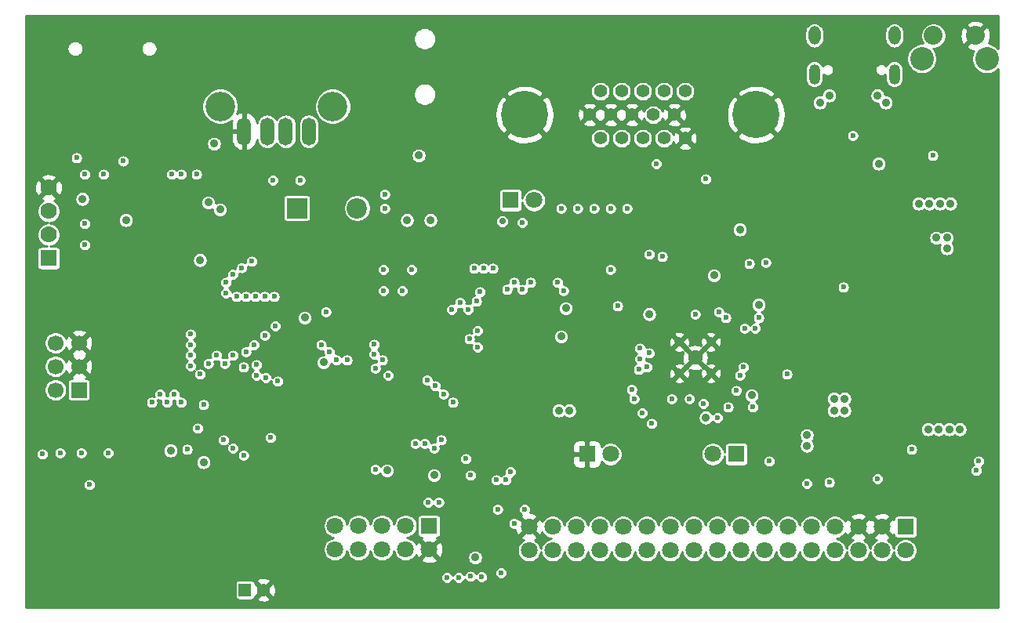
<source format=gbr>
G04 #@! TF.GenerationSoftware,KiCad,Pcbnew,5.1.0-rc2-unknown-036be7d~80~ubuntu16.04.1*
G04 #@! TF.CreationDate,2022-12-16T15:04:29+02:00*
G04 #@! TF.ProjectId,AgonLight2_Rev_B,41676f6e-4c69-4676-9874-325f5265765f,rev?*
G04 #@! TF.SameCoordinates,Original*
G04 #@! TF.FileFunction,Copper,L2,Inr*
G04 #@! TF.FilePolarity,Positive*
%FSLAX46Y46*%
G04 Gerber Fmt 4.6, Leading zero omitted, Abs format (unit mm)*
G04 Created by KiCad (PCBNEW 5.1.0-rc2-unknown-036be7d~80~ubuntu16.04.1) date 2022-12-16 15:04:29*
%MOMM*%
%LPD*%
G04 APERTURE LIST*
%ADD10C,1.800000*%
%ADD11R,1.750000X1.750000*%
%ADD12C,1.700000*%
%ADD13R,1.700000X1.700000*%
%ADD14R,1.800000X1.800000*%
%ADD15R,2.200000X2.200000*%
%ADD16C,2.200000*%
%ADD17C,2.032000*%
%ADD18C,2.540000*%
%ADD19C,5.100000*%
%ADD20C,1.400000*%
%ADD21R,1.778000X1.778000*%
%ADD22C,1.778000*%
%ADD23C,1.000000*%
%ADD24C,1.600000*%
%ADD25O,1.200000X2.200000*%
%ADD26O,1.300000X2.000000*%
%ADD27C,3.200000*%
%ADD28O,1.500000X3.000000*%
%ADD29R,1.400000X1.400000*%
%ADD30C,5.500000*%
%ADD31C,4.000000*%
%ADD32C,0.900000*%
%ADD33C,0.600000*%
%ADD34C,0.700000*%
%ADD35C,0.254000*%
G04 APERTURE END LIST*
D10*
X83920000Y-143270000D03*
X83920000Y-140730000D03*
X86460000Y-143270000D03*
X86460000Y-140730000D03*
X89000000Y-143270000D03*
X89000000Y-140730000D03*
X91540000Y-143270000D03*
X91540000Y-140730000D03*
X94080000Y-143270000D03*
D11*
X94080000Y-140730000D03*
D12*
X53730000Y-120960000D03*
X56270000Y-120960000D03*
X53730000Y-123500000D03*
X56270000Y-123500000D03*
X53730000Y-126040000D03*
D13*
X56270000Y-126040000D03*
D10*
X105410000Y-105537000D03*
D14*
X102870000Y-105537000D03*
D15*
X79808000Y-106400000D03*
D16*
X86308000Y-106400000D03*
D17*
X153060600Y-87755400D03*
X148539400Y-87755400D03*
D18*
X154305200Y-90244600D03*
X147294800Y-90244600D03*
D19*
X104403000Y-96310000D03*
X129397000Y-96310000D03*
D20*
X121715000Y-93770000D03*
X119429000Y-93770000D03*
X117143000Y-93770000D03*
X114857000Y-93770000D03*
X112571000Y-93770000D03*
X120572000Y-96310000D03*
X118286000Y-96310000D03*
X116000000Y-96310000D03*
X113714000Y-96310000D03*
X111428000Y-96310000D03*
X121715000Y-98850000D03*
X119429000Y-98850000D03*
X117143000Y-98850000D03*
X114857000Y-98850000D03*
X112571000Y-98850000D03*
D21*
X53000000Y-111810000D03*
D22*
X53000000Y-109270000D03*
X53000000Y-106730000D03*
X53000000Y-104190000D03*
D14*
X111125000Y-132969000D03*
D10*
X113665000Y-132969000D03*
X124714000Y-132969000D03*
D14*
X127254000Y-132969000D03*
D23*
X121109000Y-124255000D03*
X121109000Y-120855000D03*
X124509000Y-120855000D03*
X124509000Y-124255000D03*
D24*
X122809000Y-122555000D03*
D25*
X144320000Y-91930000D03*
D26*
X144320000Y-87750000D03*
X135680000Y-87750000D03*
D25*
X135680000Y-91930000D03*
D27*
X83670000Y-95400000D03*
X71530000Y-95400000D03*
D28*
X81100000Y-98110000D03*
X78600000Y-98110000D03*
X76600000Y-98110000D03*
X74100000Y-98110000D03*
D20*
X76203300Y-147645320D03*
D29*
X74191620Y-147647860D03*
D30*
X53300000Y-138800000D03*
X152800000Y-101300000D03*
X64500000Y-110000000D03*
X152800000Y-138800000D03*
D10*
X120120000Y-140830000D03*
X117580000Y-140830000D03*
X117580000Y-143370000D03*
X120120000Y-143370000D03*
X112500000Y-140830000D03*
X109960000Y-143370000D03*
X112500000Y-143370000D03*
X109960000Y-140830000D03*
X104880000Y-140830000D03*
X107420000Y-143370000D03*
X107420000Y-140830000D03*
X104880000Y-143370000D03*
X115040000Y-140830000D03*
X115040000Y-143370000D03*
X122660000Y-140830000D03*
X122660000Y-143370000D03*
X125200000Y-140830000D03*
X125200000Y-143370000D03*
X127740000Y-140830000D03*
X127740000Y-143370000D03*
X130280000Y-140830000D03*
X130280000Y-143370000D03*
X132820000Y-140830000D03*
X132820000Y-143370000D03*
X135360000Y-143370000D03*
X135360000Y-140830000D03*
X137900000Y-143370000D03*
X137900000Y-140830000D03*
X140440000Y-143370000D03*
X140440000Y-140830000D03*
X142980000Y-143370000D03*
X142980000Y-140830000D03*
X145520000Y-143370000D03*
D11*
X145520000Y-140830000D03*
D31*
X53008000Y-145003000D03*
X153105000Y-144944000D03*
X59024000Y-112431000D03*
X151057000Y-96047000D03*
D32*
X84836000Y-124587000D03*
X93345000Y-135255000D03*
X97409000Y-135636000D03*
X71501000Y-133858000D03*
X67818000Y-113284000D03*
X89916000Y-107696000D03*
X96012000Y-109855000D03*
D33*
X95250000Y-112268000D03*
X102743000Y-111887000D03*
X96139000Y-105156000D03*
X91567000Y-100711000D03*
X100457000Y-111887000D03*
D32*
X83820000Y-106426000D03*
D33*
X76073000Y-106045000D03*
X54356000Y-108077000D03*
D32*
X96774000Y-101727000D03*
X80645000Y-119761000D03*
X66675000Y-97663000D03*
X62230000Y-101346000D03*
X52070000Y-97663000D03*
X52578000Y-89535000D03*
X66675000Y-87630000D03*
X99060000Y-96774000D03*
D33*
X58166000Y-132842000D03*
X55372000Y-132842000D03*
D32*
X91948000Y-123825000D03*
X97663000Y-112649000D03*
D33*
X90297000Y-116332000D03*
D32*
X108331000Y-122047000D03*
D33*
X101092000Y-109474000D03*
X100965000Y-105537000D03*
X108204000Y-102362000D03*
X111760000Y-102362000D03*
X115316000Y-102362000D03*
D32*
X108458000Y-125603000D03*
X108458000Y-126746000D03*
D34*
X114681000Y-123444000D03*
X114427000Y-125349000D03*
D32*
X114808000Y-118745000D03*
X118999000Y-115062000D03*
X121539000Y-113919000D03*
X129794000Y-114935000D03*
X131953000Y-126619000D03*
X136779000Y-121031000D03*
D33*
X139827000Y-94996000D03*
D32*
X139065000Y-107061000D03*
X143637000Y-103759000D03*
X141986000Y-108966000D03*
D33*
X118618000Y-104775000D03*
D32*
X130429000Y-119761000D03*
X125857000Y-108712000D03*
X142113000Y-98806000D03*
X137541000Y-98806000D03*
X114173000Y-115443000D03*
X122555000Y-132461000D03*
X107696000Y-131191000D03*
X147447000Y-97028000D03*
X144653000Y-94234000D03*
X135636000Y-93853000D03*
D33*
X139954000Y-114173000D03*
X135509000Y-112649000D03*
X136144000Y-115062000D03*
X139192000Y-112268000D03*
D32*
X151638000Y-119888000D03*
X150495000Y-119888000D03*
X154432000Y-116586000D03*
X154432000Y-115443000D03*
X151638000Y-122555000D03*
D33*
X77216000Y-100330000D03*
D32*
X83566000Y-101219000D03*
X54102000Y-113665000D03*
D33*
X70358000Y-107061000D03*
X146177000Y-136271000D03*
D32*
X142621000Y-121539000D03*
X141097000Y-124079000D03*
X141478000Y-121539000D03*
X140843000Y-117602000D03*
X140843000Y-118745000D03*
X139573000Y-130429000D03*
X139573000Y-131699000D03*
X140462000Y-129286000D03*
X138430000Y-89916000D03*
X141097000Y-89916000D03*
D33*
X141224000Y-136271000D03*
X138049000Y-137033000D03*
X135509000Y-137033000D03*
X132969000Y-137033000D03*
X124079000Y-137033000D03*
X122809000Y-137033000D03*
X117729000Y-137033000D03*
X113919000Y-137033000D03*
X110109000Y-137033000D03*
X106172000Y-137033000D03*
X111379000Y-137033000D03*
D32*
X100838000Y-140970000D03*
D33*
X100584000Y-144145000D03*
X108712000Y-144399000D03*
X118872000Y-144653000D03*
X128397000Y-145796000D03*
X134239000Y-145669000D03*
X139954000Y-145669000D03*
X149098000Y-148082000D03*
X81534000Y-140970000D03*
X76962000Y-140970000D03*
X79375000Y-137160000D03*
X72009000Y-145161000D03*
X66802000Y-148590000D03*
X61595000Y-148590000D03*
X56007000Y-148717000D03*
X55880000Y-144018000D03*
X65151000Y-143891000D03*
X61468000Y-140970000D03*
X59690000Y-138049000D03*
X70612000Y-140970000D03*
X71755000Y-136525000D03*
D32*
X63881000Y-130937000D03*
D33*
X67056000Y-134112000D03*
X51308000Y-131826000D03*
X62738000Y-120269000D03*
X62865000Y-125857000D03*
X60960000Y-116078000D03*
X63500000Y-114427000D03*
X57658000Y-117983000D03*
X51562000Y-114046000D03*
X87503000Y-135636000D03*
X86868000Y-131191000D03*
X79375000Y-131191000D03*
X83693000Y-131191000D03*
X53467000Y-101346000D03*
X55753000Y-96520000D03*
X63754000Y-96647000D03*
X59436000Y-91948000D03*
X59309000Y-86487000D03*
X54102000Y-86614000D03*
X69850000Y-92964000D03*
X75184000Y-87630000D03*
X75184000Y-92075000D03*
X82550000Y-87630000D03*
X90043000Y-87630000D03*
D32*
X96647000Y-87884000D03*
D33*
X96647000Y-93726000D03*
X92329000Y-96012000D03*
X104648000Y-87884000D03*
X112903000Y-88011000D03*
X120015000Y-88011000D03*
X126492000Y-88011000D03*
X132715000Y-88011000D03*
X129921000Y-91313000D03*
X109347000Y-99314000D03*
X106045000Y-101727000D03*
X102870000Y-103505000D03*
X107442000Y-108458000D03*
X109093000Y-110236000D03*
X115697000Y-109728000D03*
X118872000Y-107950000D03*
X124460000Y-101219000D03*
X127127000Y-103378000D03*
X134874000Y-98171000D03*
X132842000Y-104013000D03*
X132842000Y-107188000D03*
X132842000Y-109347000D03*
X135382000Y-108204000D03*
X128143000Y-111379000D03*
X136398000Y-103632000D03*
X137668000Y-86106000D03*
X142875000Y-86106000D03*
X150114000Y-86106000D03*
X151511000Y-91440000D03*
X147320000Y-92710000D03*
X148590000Y-103759000D03*
X154813000Y-105410000D03*
X144653000Y-112141000D03*
X143256000Y-114046000D03*
X136779000Y-117602000D03*
X135001000Y-118872000D03*
X132588000Y-117475000D03*
X133096000Y-121158000D03*
X131318000Y-128778000D03*
X133096000Y-130429000D03*
X129286000Y-133858000D03*
X57404000Y-104394000D03*
X53213000Y-131318000D03*
X51308000Y-117856000D03*
X61087000Y-132842000D03*
D32*
X86995000Y-100711000D03*
D33*
X89154000Y-115316000D03*
X56896000Y-110363000D03*
X89154000Y-113030000D03*
X56896000Y-108077000D03*
D32*
X56642000Y-105410000D03*
X70231000Y-105791000D03*
X151384000Y-130302000D03*
X147955000Y-130302000D03*
X149098000Y-130302000D03*
X150241000Y-130302000D03*
X149987000Y-110744000D03*
X149987000Y-109601000D03*
X148844000Y-109601000D03*
D33*
X114427000Y-116967000D03*
X125222000Y-129032000D03*
D32*
X80645000Y-118237000D03*
X82677000Y-123063000D03*
X94615000Y-135255000D03*
X69723000Y-133858000D03*
D33*
X76962000Y-131191000D03*
D32*
X61341000Y-107696000D03*
X91694000Y-107696000D03*
X94234000Y-107696000D03*
X92964000Y-100711000D03*
D34*
X101981000Y-107823000D03*
D32*
X69342000Y-112014000D03*
X71501000Y-106553000D03*
X70866000Y-99441000D03*
X66167000Y-132588000D03*
X89535000Y-134747000D03*
X108331000Y-120269000D03*
X108839000Y-117221000D03*
X108077000Y-128270000D03*
X109220000Y-128270000D03*
X124841000Y-113665000D03*
X129667000Y-116840000D03*
X117856000Y-117856000D03*
X128905000Y-126619000D03*
X123952000Y-129032000D03*
X142621000Y-101600000D03*
D33*
X118110000Y-129667000D03*
D32*
X138938000Y-127000000D03*
X138938000Y-128270000D03*
X137795000Y-127000000D03*
X137795000Y-128270000D03*
D33*
X102870000Y-134874000D03*
D32*
X99060000Y-144145000D03*
D33*
X52324000Y-132969000D03*
X57404000Y-136271000D03*
X128651000Y-112395000D03*
X129032000Y-127889000D03*
X59436000Y-132842000D03*
X116713000Y-123825000D03*
X123952000Y-103251000D03*
X117094000Y-128524000D03*
X148463000Y-100711000D03*
X98552000Y-146177000D03*
X139827000Y-98552000D03*
D32*
X127635000Y-108712000D03*
X142494000Y-94234000D03*
X146939000Y-105918000D03*
X148082000Y-105918000D03*
X149225000Y-105918000D03*
X150368000Y-105918000D03*
X143383000Y-94996000D03*
X136271000Y-94996000D03*
X137287000Y-94234000D03*
D33*
X153416000Y-133731000D03*
X146177000Y-132461000D03*
D32*
X134874000Y-130937000D03*
X134874000Y-132080000D03*
D33*
X130429000Y-112268000D03*
X138811000Y-114935000D03*
X80137000Y-103378000D03*
X115951000Y-125984000D03*
X77216000Y-103378000D03*
X116205000Y-127000000D03*
X89281000Y-104902000D03*
X61050000Y-101309000D03*
X101346000Y-135763000D03*
X91186000Y-115316000D03*
X66294000Y-102743000D03*
X93980000Y-138176000D03*
X99314000Y-119634000D03*
X97409000Y-116586000D03*
X99187000Y-116459000D03*
X98933000Y-112903000D03*
X102362000Y-135763000D03*
X100965000Y-112903000D03*
X104394000Y-138938000D03*
X99758500Y-146240500D03*
X103251000Y-114427000D03*
X105029000Y-114427000D03*
X117856000Y-122047000D03*
X134874000Y-136144000D03*
X117602000Y-123571000D03*
X130810000Y-133731000D03*
X137287000Y-136017000D03*
X116840000Y-121539000D03*
X116840000Y-122682000D03*
X104140000Y-115189000D03*
X102489000Y-115189000D03*
X99949000Y-112903000D03*
X101854000Y-145796000D03*
X103251000Y-140462000D03*
X99568000Y-115443000D03*
X98298000Y-117348000D03*
X96520000Y-117348000D03*
X98425000Y-120523000D03*
X99314000Y-121412000D03*
X89281000Y-106426000D03*
X58928000Y-102743000D03*
X95123000Y-138176000D03*
X101473000Y-138938000D03*
X92202000Y-113030000D03*
X68961000Y-102743000D03*
X56896000Y-102743000D03*
X67310000Y-102743000D03*
X56007000Y-100965000D03*
X67945000Y-132461000D03*
X88265000Y-134620000D03*
X69342000Y-124333000D03*
X98044000Y-133477000D03*
X74041000Y-133096000D03*
X98552000Y-135255000D03*
X104140000Y-107950000D03*
X120269000Y-127000000D03*
X125349000Y-117602000D03*
X110109000Y-106426000D03*
X122809000Y-117856000D03*
X108331000Y-106426000D03*
X126111000Y-118237000D03*
X111887000Y-106426000D03*
X128143000Y-119380000D03*
X113665000Y-106426000D03*
X129286000Y-119380000D03*
X115443000Y-106426000D03*
X117856000Y-111379000D03*
X127254000Y-126111000D03*
X128016000Y-123571000D03*
X132715000Y-124333000D03*
X153162000Y-134747000D03*
X142494000Y-135636000D03*
X118618000Y-101600000D03*
X129667000Y-118237000D03*
X113665000Y-113030000D03*
X126365000Y-127889000D03*
X56515000Y-132842000D03*
X97282000Y-146304000D03*
X54229000Y-132842000D03*
X96012000Y-146304000D03*
X76327000Y-115951000D03*
X88138000Y-121114302D03*
X85217000Y-122809000D03*
X77724000Y-125095000D03*
X84074000Y-122809000D03*
X76454000Y-124714000D03*
X83312000Y-121920000D03*
X75438000Y-124460000D03*
X82423000Y-121158000D03*
X75438000Y-123317000D03*
X82931000Y-117602000D03*
X74041000Y-123571000D03*
X72136000Y-115570000D03*
X67310000Y-127381000D03*
X72136000Y-114427000D03*
X66548000Y-126492000D03*
X72898000Y-113538000D03*
X65786000Y-127381000D03*
X73850500Y-112839500D03*
X65024000Y-126492000D03*
X74930000Y-112141000D03*
X64135000Y-127381000D03*
X77343000Y-115951000D03*
X88138000Y-122174000D03*
X75311000Y-115951000D03*
X89027000Y-122809000D03*
X74295000Y-115951000D03*
X88265000Y-123698000D03*
X73279000Y-115951000D03*
X89662000Y-124460000D03*
X68326000Y-120015000D03*
X77470000Y-119126000D03*
X68326000Y-121158000D03*
X76327000Y-120142000D03*
X68326000Y-122301000D03*
X75184000Y-121158000D03*
X68326000Y-123444000D03*
X74295000Y-121920000D03*
X95377000Y-131445000D03*
X72898000Y-132334000D03*
X127635000Y-124460000D03*
X119253000Y-111633000D03*
X94615000Y-132334000D03*
X71882000Y-131445000D03*
X93599000Y-131826000D03*
X69723000Y-127635000D03*
X92583000Y-131826000D03*
X69088000Y-130175000D03*
X93853000Y-124968000D03*
X72898000Y-122301000D03*
X94742000Y-125603000D03*
X72009000Y-123190000D03*
X95631000Y-126492000D03*
X71120000Y-122301000D03*
X96647000Y-127381000D03*
X70231000Y-123190000D03*
X108585000Y-115316000D03*
X122199400Y-127000000D03*
X107950000Y-114427000D03*
X123698000Y-127508000D03*
D35*
G36*
X155542001Y-89146535D02*
G01*
X155357651Y-88962185D01*
X155087242Y-88781503D01*
X154786779Y-88657047D01*
X154486878Y-88597393D01*
X154615948Y-88332579D01*
X154698664Y-88018056D01*
X154718431Y-87693438D01*
X154674488Y-87371202D01*
X154568524Y-87063730D01*
X154473460Y-86885878D01*
X154207423Y-86788182D01*
X153240205Y-87755400D01*
X153254348Y-87769543D01*
X153074743Y-87949148D01*
X153060600Y-87935005D01*
X152093382Y-88902223D01*
X152191078Y-89168260D01*
X152483421Y-89310748D01*
X152797944Y-89393464D01*
X152884739Y-89398749D01*
X152842103Y-89462558D01*
X152717647Y-89763021D01*
X152654200Y-90081991D01*
X152654200Y-90407209D01*
X152717647Y-90726179D01*
X152842103Y-91026642D01*
X153022785Y-91297051D01*
X153252749Y-91527015D01*
X153523158Y-91707697D01*
X153823621Y-91832153D01*
X154142591Y-91895600D01*
X154467809Y-91895600D01*
X154786779Y-91832153D01*
X155087242Y-91707697D01*
X155357651Y-91527015D01*
X155542001Y-91342665D01*
X155542000Y-149492000D01*
X50508000Y-149492000D01*
X50508000Y-146947860D01*
X73108777Y-146947860D01*
X73108777Y-148347860D01*
X73116133Y-148422549D01*
X73137919Y-148494368D01*
X73173298Y-148560556D01*
X73220909Y-148618571D01*
X73278924Y-148666182D01*
X73345112Y-148701561D01*
X73416931Y-148723347D01*
X73491620Y-148730703D01*
X74891620Y-148730703D01*
X74966309Y-148723347D01*
X75038128Y-148701561D01*
X75104316Y-148666182D01*
X75162331Y-148618571D01*
X75204990Y-148566589D01*
X75461636Y-148566589D01*
X75521097Y-148800357D01*
X75759542Y-148911254D01*
X76015040Y-148973503D01*
X76277773Y-148984710D01*
X76537644Y-148944445D01*
X76784666Y-148854255D01*
X76885503Y-148800357D01*
X76944964Y-148566589D01*
X76203300Y-147824925D01*
X75461636Y-148566589D01*
X75204990Y-148566589D01*
X75209942Y-148560556D01*
X75245321Y-148494368D01*
X75267107Y-148422549D01*
X75270889Y-148384150D01*
X75282031Y-148386984D01*
X76023695Y-147645320D01*
X76382905Y-147645320D01*
X77124569Y-148386984D01*
X77358337Y-148327523D01*
X77469234Y-148089078D01*
X77531483Y-147833580D01*
X77542690Y-147570847D01*
X77502425Y-147310976D01*
X77412235Y-147063954D01*
X77358337Y-146963117D01*
X77124569Y-146903656D01*
X76382905Y-147645320D01*
X76023695Y-147645320D01*
X75282031Y-146903656D01*
X75270401Y-146906614D01*
X75267107Y-146873171D01*
X75245321Y-146801352D01*
X75209942Y-146735164D01*
X75200822Y-146724051D01*
X75461636Y-146724051D01*
X76203300Y-147465715D01*
X76944964Y-146724051D01*
X76885503Y-146490283D01*
X76647058Y-146379386D01*
X76391560Y-146317137D01*
X76128827Y-146305930D01*
X75868956Y-146346195D01*
X75621934Y-146436385D01*
X75521097Y-146490283D01*
X75461636Y-146724051D01*
X75200822Y-146724051D01*
X75162331Y-146677149D01*
X75104316Y-146629538D01*
X75038128Y-146594159D01*
X74966309Y-146572373D01*
X74891620Y-146565017D01*
X73491620Y-146565017D01*
X73416931Y-146572373D01*
X73345112Y-146594159D01*
X73278924Y-146629538D01*
X73220909Y-146677149D01*
X73173298Y-146735164D01*
X73137919Y-146801352D01*
X73116133Y-146873171D01*
X73108777Y-146947860D01*
X50508000Y-146947860D01*
X50508000Y-146236927D01*
X95331000Y-146236927D01*
X95331000Y-146371073D01*
X95357171Y-146502640D01*
X95408506Y-146626574D01*
X95483033Y-146738112D01*
X95577888Y-146832967D01*
X95689426Y-146907494D01*
X95813360Y-146958829D01*
X95944927Y-146985000D01*
X96079073Y-146985000D01*
X96210640Y-146958829D01*
X96334574Y-146907494D01*
X96446112Y-146832967D01*
X96540967Y-146738112D01*
X96615494Y-146626574D01*
X96647000Y-146550512D01*
X96678506Y-146626574D01*
X96753033Y-146738112D01*
X96847888Y-146832967D01*
X96959426Y-146907494D01*
X97083360Y-146958829D01*
X97214927Y-146985000D01*
X97349073Y-146985000D01*
X97480640Y-146958829D01*
X97604574Y-146907494D01*
X97716112Y-146832967D01*
X97810967Y-146738112D01*
X97885494Y-146626574D01*
X97936829Y-146502640D01*
X97941029Y-146481524D01*
X97948506Y-146499574D01*
X98023033Y-146611112D01*
X98117888Y-146705967D01*
X98229426Y-146780494D01*
X98353360Y-146831829D01*
X98484927Y-146858000D01*
X98619073Y-146858000D01*
X98750640Y-146831829D01*
X98874574Y-146780494D01*
X98986112Y-146705967D01*
X99080967Y-146611112D01*
X99138956Y-146524325D01*
X99155006Y-146563074D01*
X99229533Y-146674612D01*
X99324388Y-146769467D01*
X99435926Y-146843994D01*
X99559860Y-146895329D01*
X99691427Y-146921500D01*
X99825573Y-146921500D01*
X99957140Y-146895329D01*
X100081074Y-146843994D01*
X100192612Y-146769467D01*
X100287467Y-146674612D01*
X100361994Y-146563074D01*
X100413329Y-146439140D01*
X100439500Y-146307573D01*
X100439500Y-146173427D01*
X100413329Y-146041860D01*
X100361994Y-145917926D01*
X100287467Y-145806388D01*
X100210006Y-145728927D01*
X101173000Y-145728927D01*
X101173000Y-145863073D01*
X101199171Y-145994640D01*
X101250506Y-146118574D01*
X101325033Y-146230112D01*
X101419888Y-146324967D01*
X101531426Y-146399494D01*
X101655360Y-146450829D01*
X101786927Y-146477000D01*
X101921073Y-146477000D01*
X102052640Y-146450829D01*
X102176574Y-146399494D01*
X102288112Y-146324967D01*
X102382967Y-146230112D01*
X102457494Y-146118574D01*
X102508829Y-145994640D01*
X102535000Y-145863073D01*
X102535000Y-145728927D01*
X102508829Y-145597360D01*
X102457494Y-145473426D01*
X102382967Y-145361888D01*
X102288112Y-145267033D01*
X102176574Y-145192506D01*
X102052640Y-145141171D01*
X101921073Y-145115000D01*
X101786927Y-145115000D01*
X101655360Y-145141171D01*
X101531426Y-145192506D01*
X101419888Y-145267033D01*
X101325033Y-145361888D01*
X101250506Y-145473426D01*
X101199171Y-145597360D01*
X101173000Y-145728927D01*
X100210006Y-145728927D01*
X100192612Y-145711533D01*
X100081074Y-145637006D01*
X99957140Y-145585671D01*
X99825573Y-145559500D01*
X99691427Y-145559500D01*
X99559860Y-145585671D01*
X99435926Y-145637006D01*
X99324388Y-145711533D01*
X99229533Y-145806388D01*
X99171544Y-145893175D01*
X99155494Y-145854426D01*
X99080967Y-145742888D01*
X98986112Y-145648033D01*
X98874574Y-145573506D01*
X98750640Y-145522171D01*
X98619073Y-145496000D01*
X98484927Y-145496000D01*
X98353360Y-145522171D01*
X98229426Y-145573506D01*
X98117888Y-145648033D01*
X98023033Y-145742888D01*
X97948506Y-145854426D01*
X97897171Y-145978360D01*
X97892971Y-145999476D01*
X97885494Y-145981426D01*
X97810967Y-145869888D01*
X97716112Y-145775033D01*
X97604574Y-145700506D01*
X97480640Y-145649171D01*
X97349073Y-145623000D01*
X97214927Y-145623000D01*
X97083360Y-145649171D01*
X96959426Y-145700506D01*
X96847888Y-145775033D01*
X96753033Y-145869888D01*
X96678506Y-145981426D01*
X96647000Y-146057488D01*
X96615494Y-145981426D01*
X96540967Y-145869888D01*
X96446112Y-145775033D01*
X96334574Y-145700506D01*
X96210640Y-145649171D01*
X96079073Y-145623000D01*
X95944927Y-145623000D01*
X95813360Y-145649171D01*
X95689426Y-145700506D01*
X95577888Y-145775033D01*
X95483033Y-145869888D01*
X95408506Y-145981426D01*
X95357171Y-146105360D01*
X95331000Y-146236927D01*
X50508000Y-146236927D01*
X50508000Y-140603833D01*
X82639000Y-140603833D01*
X82639000Y-140856167D01*
X82688228Y-141103654D01*
X82784793Y-141336781D01*
X82924982Y-141546590D01*
X83103410Y-141725018D01*
X83313219Y-141865207D01*
X83546346Y-141961772D01*
X83738532Y-142000000D01*
X83546346Y-142038228D01*
X83313219Y-142134793D01*
X83103410Y-142274982D01*
X82924982Y-142453410D01*
X82784793Y-142663219D01*
X82688228Y-142896346D01*
X82639000Y-143143833D01*
X82639000Y-143396167D01*
X82688228Y-143643654D01*
X82784793Y-143876781D01*
X82924982Y-144086590D01*
X83103410Y-144265018D01*
X83313219Y-144405207D01*
X83546346Y-144501772D01*
X83793833Y-144551000D01*
X84046167Y-144551000D01*
X84293654Y-144501772D01*
X84526781Y-144405207D01*
X84736590Y-144265018D01*
X84915018Y-144086590D01*
X85055207Y-143876781D01*
X85151772Y-143643654D01*
X85190000Y-143451468D01*
X85228228Y-143643654D01*
X85324793Y-143876781D01*
X85464982Y-144086590D01*
X85643410Y-144265018D01*
X85853219Y-144405207D01*
X86086346Y-144501772D01*
X86333833Y-144551000D01*
X86586167Y-144551000D01*
X86833654Y-144501772D01*
X87066781Y-144405207D01*
X87276590Y-144265018D01*
X87455018Y-144086590D01*
X87595207Y-143876781D01*
X87691772Y-143643654D01*
X87730000Y-143451468D01*
X87768228Y-143643654D01*
X87864793Y-143876781D01*
X88004982Y-144086590D01*
X88183410Y-144265018D01*
X88393219Y-144405207D01*
X88626346Y-144501772D01*
X88873833Y-144551000D01*
X89126167Y-144551000D01*
X89373654Y-144501772D01*
X89606781Y-144405207D01*
X89816590Y-144265018D01*
X89995018Y-144086590D01*
X90135207Y-143876781D01*
X90231772Y-143643654D01*
X90270000Y-143451468D01*
X90308228Y-143643654D01*
X90404793Y-143876781D01*
X90544982Y-144086590D01*
X90723410Y-144265018D01*
X90933219Y-144405207D01*
X91166346Y-144501772D01*
X91413833Y-144551000D01*
X91666167Y-144551000D01*
X91913654Y-144501772D01*
X92146781Y-144405207D01*
X92253230Y-144334080D01*
X93195525Y-144334080D01*
X93279208Y-144588261D01*
X93551775Y-144719158D01*
X93844642Y-144794365D01*
X94146553Y-144810991D01*
X94445907Y-144768397D01*
X94731199Y-144668222D01*
X94880792Y-144588261D01*
X94964475Y-144334080D01*
X94080000Y-143449605D01*
X93195525Y-144334080D01*
X92253230Y-144334080D01*
X92356590Y-144265018D01*
X92535018Y-144086590D01*
X92669291Y-143885636D01*
X92681778Y-143921199D01*
X92761739Y-144070792D01*
X93015920Y-144154475D01*
X93900395Y-143270000D01*
X94259605Y-143270000D01*
X95144080Y-144154475D01*
X95398261Y-144070792D01*
X95401929Y-144063154D01*
X98229000Y-144063154D01*
X98229000Y-144226846D01*
X98260935Y-144387394D01*
X98323577Y-144538626D01*
X98414520Y-144674732D01*
X98530268Y-144790480D01*
X98666374Y-144881423D01*
X98817606Y-144944065D01*
X98978154Y-144976000D01*
X99141846Y-144976000D01*
X99302394Y-144944065D01*
X99453626Y-144881423D01*
X99589732Y-144790480D01*
X99705480Y-144674732D01*
X99796423Y-144538626D01*
X99859065Y-144387394D01*
X99891000Y-144226846D01*
X99891000Y-144063154D01*
X99859065Y-143902606D01*
X99796423Y-143751374D01*
X99705480Y-143615268D01*
X99589732Y-143499520D01*
X99453626Y-143408577D01*
X99302394Y-143345935D01*
X99141846Y-143314000D01*
X98978154Y-143314000D01*
X98817606Y-143345935D01*
X98666374Y-143408577D01*
X98530268Y-143499520D01*
X98414520Y-143615268D01*
X98323577Y-143751374D01*
X98260935Y-143902606D01*
X98229000Y-144063154D01*
X95401929Y-144063154D01*
X95529158Y-143798225D01*
X95604365Y-143505358D01*
X95618766Y-143243833D01*
X103599000Y-143243833D01*
X103599000Y-143496167D01*
X103648228Y-143743654D01*
X103744793Y-143976781D01*
X103884982Y-144186590D01*
X104063410Y-144365018D01*
X104273219Y-144505207D01*
X104506346Y-144601772D01*
X104753833Y-144651000D01*
X105006167Y-144651000D01*
X105253654Y-144601772D01*
X105486781Y-144505207D01*
X105696590Y-144365018D01*
X105875018Y-144186590D01*
X106015207Y-143976781D01*
X106111772Y-143743654D01*
X106150000Y-143551468D01*
X106188228Y-143743654D01*
X106284793Y-143976781D01*
X106424982Y-144186590D01*
X106603410Y-144365018D01*
X106813219Y-144505207D01*
X107046346Y-144601772D01*
X107293833Y-144651000D01*
X107546167Y-144651000D01*
X107793654Y-144601772D01*
X108026781Y-144505207D01*
X108236590Y-144365018D01*
X108415018Y-144186590D01*
X108555207Y-143976781D01*
X108651772Y-143743654D01*
X108690000Y-143551468D01*
X108728228Y-143743654D01*
X108824793Y-143976781D01*
X108964982Y-144186590D01*
X109143410Y-144365018D01*
X109353219Y-144505207D01*
X109586346Y-144601772D01*
X109833833Y-144651000D01*
X110086167Y-144651000D01*
X110333654Y-144601772D01*
X110566781Y-144505207D01*
X110776590Y-144365018D01*
X110955018Y-144186590D01*
X111095207Y-143976781D01*
X111191772Y-143743654D01*
X111230000Y-143551468D01*
X111268228Y-143743654D01*
X111364793Y-143976781D01*
X111504982Y-144186590D01*
X111683410Y-144365018D01*
X111893219Y-144505207D01*
X112126346Y-144601772D01*
X112373833Y-144651000D01*
X112626167Y-144651000D01*
X112873654Y-144601772D01*
X113106781Y-144505207D01*
X113316590Y-144365018D01*
X113495018Y-144186590D01*
X113635207Y-143976781D01*
X113731772Y-143743654D01*
X113770000Y-143551468D01*
X113808228Y-143743654D01*
X113904793Y-143976781D01*
X114044982Y-144186590D01*
X114223410Y-144365018D01*
X114433219Y-144505207D01*
X114666346Y-144601772D01*
X114913833Y-144651000D01*
X115166167Y-144651000D01*
X115413654Y-144601772D01*
X115646781Y-144505207D01*
X115856590Y-144365018D01*
X116035018Y-144186590D01*
X116175207Y-143976781D01*
X116271772Y-143743654D01*
X116310000Y-143551468D01*
X116348228Y-143743654D01*
X116444793Y-143976781D01*
X116584982Y-144186590D01*
X116763410Y-144365018D01*
X116973219Y-144505207D01*
X117206346Y-144601772D01*
X117453833Y-144651000D01*
X117706167Y-144651000D01*
X117953654Y-144601772D01*
X118186781Y-144505207D01*
X118396590Y-144365018D01*
X118575018Y-144186590D01*
X118715207Y-143976781D01*
X118811772Y-143743654D01*
X118850000Y-143551468D01*
X118888228Y-143743654D01*
X118984793Y-143976781D01*
X119124982Y-144186590D01*
X119303410Y-144365018D01*
X119513219Y-144505207D01*
X119746346Y-144601772D01*
X119993833Y-144651000D01*
X120246167Y-144651000D01*
X120493654Y-144601772D01*
X120726781Y-144505207D01*
X120936590Y-144365018D01*
X121115018Y-144186590D01*
X121255207Y-143976781D01*
X121351772Y-143743654D01*
X121390000Y-143551468D01*
X121428228Y-143743654D01*
X121524793Y-143976781D01*
X121664982Y-144186590D01*
X121843410Y-144365018D01*
X122053219Y-144505207D01*
X122286346Y-144601772D01*
X122533833Y-144651000D01*
X122786167Y-144651000D01*
X123033654Y-144601772D01*
X123266781Y-144505207D01*
X123476590Y-144365018D01*
X123655018Y-144186590D01*
X123795207Y-143976781D01*
X123891772Y-143743654D01*
X123930000Y-143551468D01*
X123968228Y-143743654D01*
X124064793Y-143976781D01*
X124204982Y-144186590D01*
X124383410Y-144365018D01*
X124593219Y-144505207D01*
X124826346Y-144601772D01*
X125073833Y-144651000D01*
X125326167Y-144651000D01*
X125573654Y-144601772D01*
X125806781Y-144505207D01*
X126016590Y-144365018D01*
X126195018Y-144186590D01*
X126335207Y-143976781D01*
X126431772Y-143743654D01*
X126470000Y-143551468D01*
X126508228Y-143743654D01*
X126604793Y-143976781D01*
X126744982Y-144186590D01*
X126923410Y-144365018D01*
X127133219Y-144505207D01*
X127366346Y-144601772D01*
X127613833Y-144651000D01*
X127866167Y-144651000D01*
X128113654Y-144601772D01*
X128346781Y-144505207D01*
X128556590Y-144365018D01*
X128735018Y-144186590D01*
X128875207Y-143976781D01*
X128971772Y-143743654D01*
X129010000Y-143551468D01*
X129048228Y-143743654D01*
X129144793Y-143976781D01*
X129284982Y-144186590D01*
X129463410Y-144365018D01*
X129673219Y-144505207D01*
X129906346Y-144601772D01*
X130153833Y-144651000D01*
X130406167Y-144651000D01*
X130653654Y-144601772D01*
X130886781Y-144505207D01*
X131096590Y-144365018D01*
X131275018Y-144186590D01*
X131415207Y-143976781D01*
X131511772Y-143743654D01*
X131550000Y-143551468D01*
X131588228Y-143743654D01*
X131684793Y-143976781D01*
X131824982Y-144186590D01*
X132003410Y-144365018D01*
X132213219Y-144505207D01*
X132446346Y-144601772D01*
X132693833Y-144651000D01*
X132946167Y-144651000D01*
X133193654Y-144601772D01*
X133426781Y-144505207D01*
X133636590Y-144365018D01*
X133815018Y-144186590D01*
X133955207Y-143976781D01*
X134051772Y-143743654D01*
X134090000Y-143551468D01*
X134128228Y-143743654D01*
X134224793Y-143976781D01*
X134364982Y-144186590D01*
X134543410Y-144365018D01*
X134753219Y-144505207D01*
X134986346Y-144601772D01*
X135233833Y-144651000D01*
X135486167Y-144651000D01*
X135733654Y-144601772D01*
X135966781Y-144505207D01*
X136176590Y-144365018D01*
X136355018Y-144186590D01*
X136495207Y-143976781D01*
X136591772Y-143743654D01*
X136630000Y-143551468D01*
X136668228Y-143743654D01*
X136764793Y-143976781D01*
X136904982Y-144186590D01*
X137083410Y-144365018D01*
X137293219Y-144505207D01*
X137526346Y-144601772D01*
X137773833Y-144651000D01*
X138026167Y-144651000D01*
X138273654Y-144601772D01*
X138506781Y-144505207D01*
X138716590Y-144365018D01*
X138895018Y-144186590D01*
X139035207Y-143976781D01*
X139131772Y-143743654D01*
X139170000Y-143551468D01*
X139208228Y-143743654D01*
X139304793Y-143976781D01*
X139444982Y-144186590D01*
X139623410Y-144365018D01*
X139833219Y-144505207D01*
X140066346Y-144601772D01*
X140313833Y-144651000D01*
X140566167Y-144651000D01*
X140813654Y-144601772D01*
X141046781Y-144505207D01*
X141256590Y-144365018D01*
X141435018Y-144186590D01*
X141575207Y-143976781D01*
X141671772Y-143743654D01*
X141710000Y-143551468D01*
X141748228Y-143743654D01*
X141844793Y-143976781D01*
X141984982Y-144186590D01*
X142163410Y-144365018D01*
X142373219Y-144505207D01*
X142606346Y-144601772D01*
X142853833Y-144651000D01*
X143106167Y-144651000D01*
X143353654Y-144601772D01*
X143586781Y-144505207D01*
X143796590Y-144365018D01*
X143975018Y-144186590D01*
X144115207Y-143976781D01*
X144211772Y-143743654D01*
X144250000Y-143551468D01*
X144288228Y-143743654D01*
X144384793Y-143976781D01*
X144524982Y-144186590D01*
X144703410Y-144365018D01*
X144913219Y-144505207D01*
X145146346Y-144601772D01*
X145393833Y-144651000D01*
X145646167Y-144651000D01*
X145893654Y-144601772D01*
X146126781Y-144505207D01*
X146336590Y-144365018D01*
X146515018Y-144186590D01*
X146655207Y-143976781D01*
X146751772Y-143743654D01*
X146801000Y-143496167D01*
X146801000Y-143243833D01*
X146751772Y-142996346D01*
X146655207Y-142763219D01*
X146515018Y-142553410D01*
X146336590Y-142374982D01*
X146126781Y-142234793D01*
X145893654Y-142138228D01*
X145646167Y-142089000D01*
X145393833Y-142089000D01*
X145146346Y-142138228D01*
X144913219Y-142234793D01*
X144703410Y-142374982D01*
X144524982Y-142553410D01*
X144384793Y-142763219D01*
X144288228Y-142996346D01*
X144250000Y-143188532D01*
X144211772Y-142996346D01*
X144115207Y-142763219D01*
X143975018Y-142553410D01*
X143796590Y-142374982D01*
X143595636Y-142240709D01*
X143631199Y-142228222D01*
X143780792Y-142148261D01*
X143864475Y-141894080D01*
X142980000Y-141009605D01*
X142095525Y-141894080D01*
X142179208Y-142148261D01*
X142367438Y-142238656D01*
X142163410Y-142374982D01*
X141984982Y-142553410D01*
X141844793Y-142763219D01*
X141748228Y-142996346D01*
X141710000Y-143188532D01*
X141671772Y-142996346D01*
X141575207Y-142763219D01*
X141435018Y-142553410D01*
X141256590Y-142374982D01*
X141055636Y-142240709D01*
X141091199Y-142228222D01*
X141240792Y-142148261D01*
X141324475Y-141894080D01*
X140440000Y-141009605D01*
X139555525Y-141894080D01*
X139639208Y-142148261D01*
X139827438Y-142238656D01*
X139623410Y-142374982D01*
X139444982Y-142553410D01*
X139304793Y-142763219D01*
X139208228Y-142996346D01*
X139170000Y-143188532D01*
X139131772Y-142996346D01*
X139035207Y-142763219D01*
X138895018Y-142553410D01*
X138716590Y-142374982D01*
X138506781Y-142234793D01*
X138273654Y-142138228D01*
X138081468Y-142100000D01*
X138273654Y-142061772D01*
X138506781Y-141965207D01*
X138716590Y-141825018D01*
X138895018Y-141646590D01*
X139029291Y-141445636D01*
X139041778Y-141481199D01*
X139121739Y-141630792D01*
X139375920Y-141714475D01*
X140260395Y-140830000D01*
X140619605Y-140830000D01*
X141504080Y-141714475D01*
X141710000Y-141646681D01*
X141915920Y-141714475D01*
X142800395Y-140830000D01*
X143159605Y-140830000D01*
X144044080Y-141714475D01*
X144262157Y-141642678D01*
X144262157Y-141705000D01*
X144269513Y-141779689D01*
X144291299Y-141851508D01*
X144326678Y-141917696D01*
X144374289Y-141975711D01*
X144432304Y-142023322D01*
X144498492Y-142058701D01*
X144570311Y-142080487D01*
X144645000Y-142087843D01*
X146395000Y-142087843D01*
X146469689Y-142080487D01*
X146541508Y-142058701D01*
X146607696Y-142023322D01*
X146665711Y-141975711D01*
X146713322Y-141917696D01*
X146748701Y-141851508D01*
X146770487Y-141779689D01*
X146777843Y-141705000D01*
X146777843Y-139955000D01*
X146770487Y-139880311D01*
X146748701Y-139808492D01*
X146713322Y-139742304D01*
X146665711Y-139684289D01*
X146607696Y-139636678D01*
X146541508Y-139601299D01*
X146469689Y-139579513D01*
X146395000Y-139572157D01*
X144645000Y-139572157D01*
X144570311Y-139579513D01*
X144498492Y-139601299D01*
X144432304Y-139636678D01*
X144374289Y-139684289D01*
X144326678Y-139742304D01*
X144291299Y-139808492D01*
X144269513Y-139880311D01*
X144262157Y-139955000D01*
X144262157Y-140017322D01*
X144044080Y-139945525D01*
X143159605Y-140830000D01*
X142800395Y-140830000D01*
X141915920Y-139945525D01*
X141710000Y-140013319D01*
X141504080Y-139945525D01*
X140619605Y-140830000D01*
X140260395Y-140830000D01*
X139375920Y-139945525D01*
X139121739Y-140029208D01*
X139031344Y-140217438D01*
X138895018Y-140013410D01*
X138716590Y-139834982D01*
X138613231Y-139765920D01*
X139555525Y-139765920D01*
X140440000Y-140650395D01*
X141324475Y-139765920D01*
X142095525Y-139765920D01*
X142980000Y-140650395D01*
X143864475Y-139765920D01*
X143780792Y-139511739D01*
X143508225Y-139380842D01*
X143215358Y-139305635D01*
X142913447Y-139289009D01*
X142614093Y-139331603D01*
X142328801Y-139431778D01*
X142179208Y-139511739D01*
X142095525Y-139765920D01*
X141324475Y-139765920D01*
X141240792Y-139511739D01*
X140968225Y-139380842D01*
X140675358Y-139305635D01*
X140373447Y-139289009D01*
X140074093Y-139331603D01*
X139788801Y-139431778D01*
X139639208Y-139511739D01*
X139555525Y-139765920D01*
X138613231Y-139765920D01*
X138506781Y-139694793D01*
X138273654Y-139598228D01*
X138026167Y-139549000D01*
X137773833Y-139549000D01*
X137526346Y-139598228D01*
X137293219Y-139694793D01*
X137083410Y-139834982D01*
X136904982Y-140013410D01*
X136764793Y-140223219D01*
X136668228Y-140456346D01*
X136630000Y-140648532D01*
X136591772Y-140456346D01*
X136495207Y-140223219D01*
X136355018Y-140013410D01*
X136176590Y-139834982D01*
X135966781Y-139694793D01*
X135733654Y-139598228D01*
X135486167Y-139549000D01*
X135233833Y-139549000D01*
X134986346Y-139598228D01*
X134753219Y-139694793D01*
X134543410Y-139834982D01*
X134364982Y-140013410D01*
X134224793Y-140223219D01*
X134128228Y-140456346D01*
X134090000Y-140648532D01*
X134051772Y-140456346D01*
X133955207Y-140223219D01*
X133815018Y-140013410D01*
X133636590Y-139834982D01*
X133426781Y-139694793D01*
X133193654Y-139598228D01*
X132946167Y-139549000D01*
X132693833Y-139549000D01*
X132446346Y-139598228D01*
X132213219Y-139694793D01*
X132003410Y-139834982D01*
X131824982Y-140013410D01*
X131684793Y-140223219D01*
X131588228Y-140456346D01*
X131550000Y-140648532D01*
X131511772Y-140456346D01*
X131415207Y-140223219D01*
X131275018Y-140013410D01*
X131096590Y-139834982D01*
X130886781Y-139694793D01*
X130653654Y-139598228D01*
X130406167Y-139549000D01*
X130153833Y-139549000D01*
X129906346Y-139598228D01*
X129673219Y-139694793D01*
X129463410Y-139834982D01*
X129284982Y-140013410D01*
X129144793Y-140223219D01*
X129048228Y-140456346D01*
X129010000Y-140648532D01*
X128971772Y-140456346D01*
X128875207Y-140223219D01*
X128735018Y-140013410D01*
X128556590Y-139834982D01*
X128346781Y-139694793D01*
X128113654Y-139598228D01*
X127866167Y-139549000D01*
X127613833Y-139549000D01*
X127366346Y-139598228D01*
X127133219Y-139694793D01*
X126923410Y-139834982D01*
X126744982Y-140013410D01*
X126604793Y-140223219D01*
X126508228Y-140456346D01*
X126470000Y-140648532D01*
X126431772Y-140456346D01*
X126335207Y-140223219D01*
X126195018Y-140013410D01*
X126016590Y-139834982D01*
X125806781Y-139694793D01*
X125573654Y-139598228D01*
X125326167Y-139549000D01*
X125073833Y-139549000D01*
X124826346Y-139598228D01*
X124593219Y-139694793D01*
X124383410Y-139834982D01*
X124204982Y-140013410D01*
X124064793Y-140223219D01*
X123968228Y-140456346D01*
X123930000Y-140648532D01*
X123891772Y-140456346D01*
X123795207Y-140223219D01*
X123655018Y-140013410D01*
X123476590Y-139834982D01*
X123266781Y-139694793D01*
X123033654Y-139598228D01*
X122786167Y-139549000D01*
X122533833Y-139549000D01*
X122286346Y-139598228D01*
X122053219Y-139694793D01*
X121843410Y-139834982D01*
X121664982Y-140013410D01*
X121524793Y-140223219D01*
X121428228Y-140456346D01*
X121390000Y-140648532D01*
X121351772Y-140456346D01*
X121255207Y-140223219D01*
X121115018Y-140013410D01*
X120936590Y-139834982D01*
X120726781Y-139694793D01*
X120493654Y-139598228D01*
X120246167Y-139549000D01*
X119993833Y-139549000D01*
X119746346Y-139598228D01*
X119513219Y-139694793D01*
X119303410Y-139834982D01*
X119124982Y-140013410D01*
X118984793Y-140223219D01*
X118888228Y-140456346D01*
X118850000Y-140648532D01*
X118811772Y-140456346D01*
X118715207Y-140223219D01*
X118575018Y-140013410D01*
X118396590Y-139834982D01*
X118186781Y-139694793D01*
X117953654Y-139598228D01*
X117706167Y-139549000D01*
X117453833Y-139549000D01*
X117206346Y-139598228D01*
X116973219Y-139694793D01*
X116763410Y-139834982D01*
X116584982Y-140013410D01*
X116444793Y-140223219D01*
X116348228Y-140456346D01*
X116310000Y-140648532D01*
X116271772Y-140456346D01*
X116175207Y-140223219D01*
X116035018Y-140013410D01*
X115856590Y-139834982D01*
X115646781Y-139694793D01*
X115413654Y-139598228D01*
X115166167Y-139549000D01*
X114913833Y-139549000D01*
X114666346Y-139598228D01*
X114433219Y-139694793D01*
X114223410Y-139834982D01*
X114044982Y-140013410D01*
X113904793Y-140223219D01*
X113808228Y-140456346D01*
X113770000Y-140648532D01*
X113731772Y-140456346D01*
X113635207Y-140223219D01*
X113495018Y-140013410D01*
X113316590Y-139834982D01*
X113106781Y-139694793D01*
X112873654Y-139598228D01*
X112626167Y-139549000D01*
X112373833Y-139549000D01*
X112126346Y-139598228D01*
X111893219Y-139694793D01*
X111683410Y-139834982D01*
X111504982Y-140013410D01*
X111364793Y-140223219D01*
X111268228Y-140456346D01*
X111230000Y-140648532D01*
X111191772Y-140456346D01*
X111095207Y-140223219D01*
X110955018Y-140013410D01*
X110776590Y-139834982D01*
X110566781Y-139694793D01*
X110333654Y-139598228D01*
X110086167Y-139549000D01*
X109833833Y-139549000D01*
X109586346Y-139598228D01*
X109353219Y-139694793D01*
X109143410Y-139834982D01*
X108964982Y-140013410D01*
X108824793Y-140223219D01*
X108728228Y-140456346D01*
X108690000Y-140648532D01*
X108651772Y-140456346D01*
X108555207Y-140223219D01*
X108415018Y-140013410D01*
X108236590Y-139834982D01*
X108026781Y-139694793D01*
X107793654Y-139598228D01*
X107546167Y-139549000D01*
X107293833Y-139549000D01*
X107046346Y-139598228D01*
X106813219Y-139694793D01*
X106603410Y-139834982D01*
X106424982Y-140013410D01*
X106290709Y-140214364D01*
X106278222Y-140178801D01*
X106198261Y-140029208D01*
X105944080Y-139945525D01*
X105059605Y-140830000D01*
X105944080Y-141714475D01*
X106198261Y-141630792D01*
X106288656Y-141442562D01*
X106424982Y-141646590D01*
X106603410Y-141825018D01*
X106813219Y-141965207D01*
X107046346Y-142061772D01*
X107238532Y-142100000D01*
X107046346Y-142138228D01*
X106813219Y-142234793D01*
X106603410Y-142374982D01*
X106424982Y-142553410D01*
X106284793Y-142763219D01*
X106188228Y-142996346D01*
X106150000Y-143188532D01*
X106111772Y-142996346D01*
X106015207Y-142763219D01*
X105875018Y-142553410D01*
X105696590Y-142374982D01*
X105495636Y-142240709D01*
X105531199Y-142228222D01*
X105680792Y-142148261D01*
X105764475Y-141894080D01*
X104880000Y-141009605D01*
X103995525Y-141894080D01*
X104079208Y-142148261D01*
X104267438Y-142238656D01*
X104063410Y-142374982D01*
X103884982Y-142553410D01*
X103744793Y-142763219D01*
X103648228Y-142996346D01*
X103599000Y-143243833D01*
X95618766Y-143243833D01*
X95620991Y-143203447D01*
X95578397Y-142904093D01*
X95478222Y-142618801D01*
X95398261Y-142469208D01*
X95144080Y-142385525D01*
X94259605Y-143270000D01*
X93900395Y-143270000D01*
X93015920Y-142385525D01*
X92761739Y-142469208D01*
X92671344Y-142657438D01*
X92535018Y-142453410D01*
X92356590Y-142274982D01*
X92146781Y-142134793D01*
X91913654Y-142038228D01*
X91721468Y-142000000D01*
X91913654Y-141961772D01*
X92146781Y-141865207D01*
X92356590Y-141725018D01*
X92535018Y-141546590D01*
X92675207Y-141336781D01*
X92771772Y-141103654D01*
X92821000Y-140856167D01*
X92821000Y-140603833D01*
X92771772Y-140356346D01*
X92675207Y-140123219D01*
X92535018Y-139913410D01*
X92476608Y-139855000D01*
X92822157Y-139855000D01*
X92822157Y-141605000D01*
X92829513Y-141679689D01*
X92851299Y-141751508D01*
X92886678Y-141817696D01*
X92934289Y-141875711D01*
X92992304Y-141923322D01*
X93058492Y-141958701D01*
X93130311Y-141980487D01*
X93205000Y-141987843D01*
X93267322Y-141987843D01*
X93195525Y-142205920D01*
X94080000Y-143090395D01*
X94964475Y-142205920D01*
X94892678Y-141987843D01*
X94955000Y-141987843D01*
X95029689Y-141980487D01*
X95101508Y-141958701D01*
X95167696Y-141923322D01*
X95225711Y-141875711D01*
X95273322Y-141817696D01*
X95308701Y-141751508D01*
X95330487Y-141679689D01*
X95337843Y-141605000D01*
X95337843Y-140394927D01*
X102570000Y-140394927D01*
X102570000Y-140529073D01*
X102596171Y-140660640D01*
X102647506Y-140784574D01*
X102722033Y-140896112D01*
X102816888Y-140990967D01*
X102928426Y-141065494D01*
X103052360Y-141116829D01*
X103183927Y-141143000D01*
X103318073Y-141143000D01*
X103372534Y-141132167D01*
X103381603Y-141195907D01*
X103481778Y-141481199D01*
X103561739Y-141630792D01*
X103815920Y-141714475D01*
X104700395Y-140830000D01*
X103815920Y-139945525D01*
X103726909Y-139974830D01*
X103685112Y-139933033D01*
X103573574Y-139858506D01*
X103449640Y-139807171D01*
X103318073Y-139781000D01*
X103183927Y-139781000D01*
X103052360Y-139807171D01*
X102928426Y-139858506D01*
X102816888Y-139933033D01*
X102722033Y-140027888D01*
X102647506Y-140139426D01*
X102596171Y-140263360D01*
X102570000Y-140394927D01*
X95337843Y-140394927D01*
X95337843Y-139855000D01*
X95330487Y-139780311D01*
X95308701Y-139708492D01*
X95273322Y-139642304D01*
X95225711Y-139584289D01*
X95167696Y-139536678D01*
X95101508Y-139501299D01*
X95029689Y-139479513D01*
X94955000Y-139472157D01*
X93205000Y-139472157D01*
X93130311Y-139479513D01*
X93058492Y-139501299D01*
X92992304Y-139536678D01*
X92934289Y-139584289D01*
X92886678Y-139642304D01*
X92851299Y-139708492D01*
X92829513Y-139780311D01*
X92822157Y-139855000D01*
X92476608Y-139855000D01*
X92356590Y-139734982D01*
X92146781Y-139594793D01*
X91913654Y-139498228D01*
X91666167Y-139449000D01*
X91413833Y-139449000D01*
X91166346Y-139498228D01*
X90933219Y-139594793D01*
X90723410Y-139734982D01*
X90544982Y-139913410D01*
X90404793Y-140123219D01*
X90308228Y-140356346D01*
X90270000Y-140548532D01*
X90231772Y-140356346D01*
X90135207Y-140123219D01*
X89995018Y-139913410D01*
X89816590Y-139734982D01*
X89606781Y-139594793D01*
X89373654Y-139498228D01*
X89126167Y-139449000D01*
X88873833Y-139449000D01*
X88626346Y-139498228D01*
X88393219Y-139594793D01*
X88183410Y-139734982D01*
X88004982Y-139913410D01*
X87864793Y-140123219D01*
X87768228Y-140356346D01*
X87730000Y-140548532D01*
X87691772Y-140356346D01*
X87595207Y-140123219D01*
X87455018Y-139913410D01*
X87276590Y-139734982D01*
X87066781Y-139594793D01*
X86833654Y-139498228D01*
X86586167Y-139449000D01*
X86333833Y-139449000D01*
X86086346Y-139498228D01*
X85853219Y-139594793D01*
X85643410Y-139734982D01*
X85464982Y-139913410D01*
X85324793Y-140123219D01*
X85228228Y-140356346D01*
X85190000Y-140548532D01*
X85151772Y-140356346D01*
X85055207Y-140123219D01*
X84915018Y-139913410D01*
X84736590Y-139734982D01*
X84526781Y-139594793D01*
X84293654Y-139498228D01*
X84046167Y-139449000D01*
X83793833Y-139449000D01*
X83546346Y-139498228D01*
X83313219Y-139594793D01*
X83103410Y-139734982D01*
X82924982Y-139913410D01*
X82784793Y-140123219D01*
X82688228Y-140356346D01*
X82639000Y-140603833D01*
X50508000Y-140603833D01*
X50508000Y-138870927D01*
X100792000Y-138870927D01*
X100792000Y-139005073D01*
X100818171Y-139136640D01*
X100869506Y-139260574D01*
X100944033Y-139372112D01*
X101038888Y-139466967D01*
X101150426Y-139541494D01*
X101274360Y-139592829D01*
X101405927Y-139619000D01*
X101540073Y-139619000D01*
X101671640Y-139592829D01*
X101795574Y-139541494D01*
X101907112Y-139466967D01*
X102001967Y-139372112D01*
X102076494Y-139260574D01*
X102127829Y-139136640D01*
X102154000Y-139005073D01*
X102154000Y-138870927D01*
X103713000Y-138870927D01*
X103713000Y-139005073D01*
X103739171Y-139136640D01*
X103790506Y-139260574D01*
X103865033Y-139372112D01*
X103959888Y-139466967D01*
X104069775Y-139540391D01*
X103995525Y-139765920D01*
X104880000Y-140650395D01*
X105764475Y-139765920D01*
X105680792Y-139511739D01*
X105408225Y-139380842D01*
X105115358Y-139305635D01*
X104972637Y-139297775D01*
X104997494Y-139260574D01*
X105048829Y-139136640D01*
X105075000Y-139005073D01*
X105075000Y-138870927D01*
X105048829Y-138739360D01*
X104997494Y-138615426D01*
X104922967Y-138503888D01*
X104828112Y-138409033D01*
X104716574Y-138334506D01*
X104592640Y-138283171D01*
X104461073Y-138257000D01*
X104326927Y-138257000D01*
X104195360Y-138283171D01*
X104071426Y-138334506D01*
X103959888Y-138409033D01*
X103865033Y-138503888D01*
X103790506Y-138615426D01*
X103739171Y-138739360D01*
X103713000Y-138870927D01*
X102154000Y-138870927D01*
X102127829Y-138739360D01*
X102076494Y-138615426D01*
X102001967Y-138503888D01*
X101907112Y-138409033D01*
X101795574Y-138334506D01*
X101671640Y-138283171D01*
X101540073Y-138257000D01*
X101405927Y-138257000D01*
X101274360Y-138283171D01*
X101150426Y-138334506D01*
X101038888Y-138409033D01*
X100944033Y-138503888D01*
X100869506Y-138615426D01*
X100818171Y-138739360D01*
X100792000Y-138870927D01*
X50508000Y-138870927D01*
X50508000Y-138108927D01*
X93299000Y-138108927D01*
X93299000Y-138243073D01*
X93325171Y-138374640D01*
X93376506Y-138498574D01*
X93451033Y-138610112D01*
X93545888Y-138704967D01*
X93657426Y-138779494D01*
X93781360Y-138830829D01*
X93912927Y-138857000D01*
X94047073Y-138857000D01*
X94178640Y-138830829D01*
X94302574Y-138779494D01*
X94414112Y-138704967D01*
X94508967Y-138610112D01*
X94551500Y-138546457D01*
X94594033Y-138610112D01*
X94688888Y-138704967D01*
X94800426Y-138779494D01*
X94924360Y-138830829D01*
X95055927Y-138857000D01*
X95190073Y-138857000D01*
X95321640Y-138830829D01*
X95445574Y-138779494D01*
X95557112Y-138704967D01*
X95651967Y-138610112D01*
X95726494Y-138498574D01*
X95777829Y-138374640D01*
X95804000Y-138243073D01*
X95804000Y-138108927D01*
X95777829Y-137977360D01*
X95726494Y-137853426D01*
X95651967Y-137741888D01*
X95557112Y-137647033D01*
X95445574Y-137572506D01*
X95321640Y-137521171D01*
X95190073Y-137495000D01*
X95055927Y-137495000D01*
X94924360Y-137521171D01*
X94800426Y-137572506D01*
X94688888Y-137647033D01*
X94594033Y-137741888D01*
X94551500Y-137805543D01*
X94508967Y-137741888D01*
X94414112Y-137647033D01*
X94302574Y-137572506D01*
X94178640Y-137521171D01*
X94047073Y-137495000D01*
X93912927Y-137495000D01*
X93781360Y-137521171D01*
X93657426Y-137572506D01*
X93545888Y-137647033D01*
X93451033Y-137741888D01*
X93376506Y-137853426D01*
X93325171Y-137977360D01*
X93299000Y-138108927D01*
X50508000Y-138108927D01*
X50508000Y-136203927D01*
X56723000Y-136203927D01*
X56723000Y-136338073D01*
X56749171Y-136469640D01*
X56800506Y-136593574D01*
X56875033Y-136705112D01*
X56969888Y-136799967D01*
X57081426Y-136874494D01*
X57205360Y-136925829D01*
X57336927Y-136952000D01*
X57471073Y-136952000D01*
X57602640Y-136925829D01*
X57726574Y-136874494D01*
X57838112Y-136799967D01*
X57932967Y-136705112D01*
X58007494Y-136593574D01*
X58058829Y-136469640D01*
X58085000Y-136338073D01*
X58085000Y-136203927D01*
X58058829Y-136072360D01*
X58007494Y-135948426D01*
X57932967Y-135836888D01*
X57838112Y-135742033D01*
X57726574Y-135667506D01*
X57602640Y-135616171D01*
X57471073Y-135590000D01*
X57336927Y-135590000D01*
X57205360Y-135616171D01*
X57081426Y-135667506D01*
X56969888Y-135742033D01*
X56875033Y-135836888D01*
X56800506Y-135948426D01*
X56749171Y-136072360D01*
X56723000Y-136203927D01*
X50508000Y-136203927D01*
X50508000Y-133776154D01*
X68892000Y-133776154D01*
X68892000Y-133939846D01*
X68923935Y-134100394D01*
X68986577Y-134251626D01*
X69077520Y-134387732D01*
X69193268Y-134503480D01*
X69329374Y-134594423D01*
X69480606Y-134657065D01*
X69641154Y-134689000D01*
X69804846Y-134689000D01*
X69965394Y-134657065D01*
X70116626Y-134594423D01*
X70178729Y-134552927D01*
X87584000Y-134552927D01*
X87584000Y-134687073D01*
X87610171Y-134818640D01*
X87661506Y-134942574D01*
X87736033Y-135054112D01*
X87830888Y-135148967D01*
X87942426Y-135223494D01*
X88066360Y-135274829D01*
X88197927Y-135301000D01*
X88332073Y-135301000D01*
X88463640Y-135274829D01*
X88587574Y-135223494D01*
X88699112Y-135148967D01*
X88771888Y-135076191D01*
X88798577Y-135140626D01*
X88889520Y-135276732D01*
X89005268Y-135392480D01*
X89141374Y-135483423D01*
X89292606Y-135546065D01*
X89453154Y-135578000D01*
X89616846Y-135578000D01*
X89777394Y-135546065D01*
X89928626Y-135483423D01*
X90064732Y-135392480D01*
X90180480Y-135276732D01*
X90249688Y-135173154D01*
X93784000Y-135173154D01*
X93784000Y-135336846D01*
X93815935Y-135497394D01*
X93878577Y-135648626D01*
X93969520Y-135784732D01*
X94085268Y-135900480D01*
X94221374Y-135991423D01*
X94372606Y-136054065D01*
X94533154Y-136086000D01*
X94696846Y-136086000D01*
X94857394Y-136054065D01*
X95008626Y-135991423D01*
X95144732Y-135900480D01*
X95260480Y-135784732D01*
X95351423Y-135648626D01*
X95414065Y-135497394D01*
X95446000Y-135336846D01*
X95446000Y-135187927D01*
X97871000Y-135187927D01*
X97871000Y-135322073D01*
X97897171Y-135453640D01*
X97948506Y-135577574D01*
X98023033Y-135689112D01*
X98117888Y-135783967D01*
X98229426Y-135858494D01*
X98353360Y-135909829D01*
X98484927Y-135936000D01*
X98619073Y-135936000D01*
X98750640Y-135909829D01*
X98874574Y-135858494D01*
X98986112Y-135783967D01*
X99074152Y-135695927D01*
X100665000Y-135695927D01*
X100665000Y-135830073D01*
X100691171Y-135961640D01*
X100742506Y-136085574D01*
X100817033Y-136197112D01*
X100911888Y-136291967D01*
X101023426Y-136366494D01*
X101147360Y-136417829D01*
X101278927Y-136444000D01*
X101413073Y-136444000D01*
X101544640Y-136417829D01*
X101668574Y-136366494D01*
X101780112Y-136291967D01*
X101854000Y-136218079D01*
X101927888Y-136291967D01*
X102039426Y-136366494D01*
X102163360Y-136417829D01*
X102294927Y-136444000D01*
X102429073Y-136444000D01*
X102560640Y-136417829D01*
X102684574Y-136366494D01*
X102796112Y-136291967D01*
X102890967Y-136197112D01*
X102965494Y-136085574D01*
X102969075Y-136076927D01*
X134193000Y-136076927D01*
X134193000Y-136211073D01*
X134219171Y-136342640D01*
X134270506Y-136466574D01*
X134345033Y-136578112D01*
X134439888Y-136672967D01*
X134551426Y-136747494D01*
X134675360Y-136798829D01*
X134806927Y-136825000D01*
X134941073Y-136825000D01*
X135072640Y-136798829D01*
X135196574Y-136747494D01*
X135308112Y-136672967D01*
X135402967Y-136578112D01*
X135477494Y-136466574D01*
X135528829Y-136342640D01*
X135555000Y-136211073D01*
X135555000Y-136076927D01*
X135529738Y-135949927D01*
X136606000Y-135949927D01*
X136606000Y-136084073D01*
X136632171Y-136215640D01*
X136683506Y-136339574D01*
X136758033Y-136451112D01*
X136852888Y-136545967D01*
X136964426Y-136620494D01*
X137088360Y-136671829D01*
X137219927Y-136698000D01*
X137354073Y-136698000D01*
X137485640Y-136671829D01*
X137609574Y-136620494D01*
X137721112Y-136545967D01*
X137815967Y-136451112D01*
X137890494Y-136339574D01*
X137941829Y-136215640D01*
X137968000Y-136084073D01*
X137968000Y-135949927D01*
X137941829Y-135818360D01*
X137890494Y-135694426D01*
X137815967Y-135582888D01*
X137802006Y-135568927D01*
X141813000Y-135568927D01*
X141813000Y-135703073D01*
X141839171Y-135834640D01*
X141890506Y-135958574D01*
X141965033Y-136070112D01*
X142059888Y-136164967D01*
X142171426Y-136239494D01*
X142295360Y-136290829D01*
X142426927Y-136317000D01*
X142561073Y-136317000D01*
X142692640Y-136290829D01*
X142816574Y-136239494D01*
X142928112Y-136164967D01*
X143022967Y-136070112D01*
X143097494Y-135958574D01*
X143148829Y-135834640D01*
X143175000Y-135703073D01*
X143175000Y-135568927D01*
X143148829Y-135437360D01*
X143097494Y-135313426D01*
X143022967Y-135201888D01*
X142928112Y-135107033D01*
X142816574Y-135032506D01*
X142692640Y-134981171D01*
X142561073Y-134955000D01*
X142426927Y-134955000D01*
X142295360Y-134981171D01*
X142171426Y-135032506D01*
X142059888Y-135107033D01*
X141965033Y-135201888D01*
X141890506Y-135313426D01*
X141839171Y-135437360D01*
X141813000Y-135568927D01*
X137802006Y-135568927D01*
X137721112Y-135488033D01*
X137609574Y-135413506D01*
X137485640Y-135362171D01*
X137354073Y-135336000D01*
X137219927Y-135336000D01*
X137088360Y-135362171D01*
X136964426Y-135413506D01*
X136852888Y-135488033D01*
X136758033Y-135582888D01*
X136683506Y-135694426D01*
X136632171Y-135818360D01*
X136606000Y-135949927D01*
X135529738Y-135949927D01*
X135528829Y-135945360D01*
X135477494Y-135821426D01*
X135402967Y-135709888D01*
X135308112Y-135615033D01*
X135196574Y-135540506D01*
X135072640Y-135489171D01*
X134941073Y-135463000D01*
X134806927Y-135463000D01*
X134675360Y-135489171D01*
X134551426Y-135540506D01*
X134439888Y-135615033D01*
X134345033Y-135709888D01*
X134270506Y-135821426D01*
X134219171Y-135945360D01*
X134193000Y-136076927D01*
X102969075Y-136076927D01*
X103016829Y-135961640D01*
X103043000Y-135830073D01*
X103043000Y-135695927D01*
X103016829Y-135564360D01*
X103007176Y-135541055D01*
X103068640Y-135528829D01*
X103192574Y-135477494D01*
X103304112Y-135402967D01*
X103398967Y-135308112D01*
X103473494Y-135196574D01*
X103524829Y-135072640D01*
X103551000Y-134941073D01*
X103551000Y-134806927D01*
X103525738Y-134679927D01*
X152481000Y-134679927D01*
X152481000Y-134814073D01*
X152507171Y-134945640D01*
X152558506Y-135069574D01*
X152633033Y-135181112D01*
X152727888Y-135275967D01*
X152839426Y-135350494D01*
X152963360Y-135401829D01*
X153094927Y-135428000D01*
X153229073Y-135428000D01*
X153360640Y-135401829D01*
X153484574Y-135350494D01*
X153596112Y-135275967D01*
X153690967Y-135181112D01*
X153765494Y-135069574D01*
X153816829Y-134945640D01*
X153843000Y-134814073D01*
X153843000Y-134679927D01*
X153816829Y-134548360D01*
X153765494Y-134424426D01*
X153712594Y-134345255D01*
X153738574Y-134334494D01*
X153850112Y-134259967D01*
X153944967Y-134165112D01*
X154019494Y-134053574D01*
X154070829Y-133929640D01*
X154097000Y-133798073D01*
X154097000Y-133663927D01*
X154070829Y-133532360D01*
X154019494Y-133408426D01*
X153944967Y-133296888D01*
X153850112Y-133202033D01*
X153738574Y-133127506D01*
X153614640Y-133076171D01*
X153483073Y-133050000D01*
X153348927Y-133050000D01*
X153217360Y-133076171D01*
X153093426Y-133127506D01*
X152981888Y-133202033D01*
X152887033Y-133296888D01*
X152812506Y-133408426D01*
X152761171Y-133532360D01*
X152735000Y-133663927D01*
X152735000Y-133798073D01*
X152761171Y-133929640D01*
X152812506Y-134053574D01*
X152865406Y-134132745D01*
X152839426Y-134143506D01*
X152727888Y-134218033D01*
X152633033Y-134312888D01*
X152558506Y-134424426D01*
X152507171Y-134548360D01*
X152481000Y-134679927D01*
X103525738Y-134679927D01*
X103524829Y-134675360D01*
X103473494Y-134551426D01*
X103398967Y-134439888D01*
X103304112Y-134345033D01*
X103192574Y-134270506D01*
X103068640Y-134219171D01*
X102937073Y-134193000D01*
X102802927Y-134193000D01*
X102671360Y-134219171D01*
X102547426Y-134270506D01*
X102435888Y-134345033D01*
X102341033Y-134439888D01*
X102266506Y-134551426D01*
X102215171Y-134675360D01*
X102189000Y-134806927D01*
X102189000Y-134941073D01*
X102215171Y-135072640D01*
X102224824Y-135095945D01*
X102163360Y-135108171D01*
X102039426Y-135159506D01*
X101927888Y-135234033D01*
X101854000Y-135307921D01*
X101780112Y-135234033D01*
X101668574Y-135159506D01*
X101544640Y-135108171D01*
X101413073Y-135082000D01*
X101278927Y-135082000D01*
X101147360Y-135108171D01*
X101023426Y-135159506D01*
X100911888Y-135234033D01*
X100817033Y-135328888D01*
X100742506Y-135440426D01*
X100691171Y-135564360D01*
X100665000Y-135695927D01*
X99074152Y-135695927D01*
X99080967Y-135689112D01*
X99155494Y-135577574D01*
X99206829Y-135453640D01*
X99233000Y-135322073D01*
X99233000Y-135187927D01*
X99206829Y-135056360D01*
X99155494Y-134932426D01*
X99080967Y-134820888D01*
X98986112Y-134726033D01*
X98874574Y-134651506D01*
X98750640Y-134600171D01*
X98619073Y-134574000D01*
X98484927Y-134574000D01*
X98353360Y-134600171D01*
X98229426Y-134651506D01*
X98117888Y-134726033D01*
X98023033Y-134820888D01*
X97948506Y-134932426D01*
X97897171Y-135056360D01*
X97871000Y-135187927D01*
X95446000Y-135187927D01*
X95446000Y-135173154D01*
X95414065Y-135012606D01*
X95351423Y-134861374D01*
X95260480Y-134725268D01*
X95144732Y-134609520D01*
X95008626Y-134518577D01*
X94857394Y-134455935D01*
X94696846Y-134424000D01*
X94533154Y-134424000D01*
X94372606Y-134455935D01*
X94221374Y-134518577D01*
X94085268Y-134609520D01*
X93969520Y-134725268D01*
X93878577Y-134861374D01*
X93815935Y-135012606D01*
X93784000Y-135173154D01*
X90249688Y-135173154D01*
X90271423Y-135140626D01*
X90334065Y-134989394D01*
X90366000Y-134828846D01*
X90366000Y-134665154D01*
X90334065Y-134504606D01*
X90271423Y-134353374D01*
X90180480Y-134217268D01*
X90064732Y-134101520D01*
X89928626Y-134010577D01*
X89777394Y-133947935D01*
X89616846Y-133916000D01*
X89453154Y-133916000D01*
X89292606Y-133947935D01*
X89141374Y-134010577D01*
X89005268Y-134101520D01*
X88889520Y-134217268D01*
X88852227Y-134273081D01*
X88793967Y-134185888D01*
X88699112Y-134091033D01*
X88587574Y-134016506D01*
X88463640Y-133965171D01*
X88332073Y-133939000D01*
X88197927Y-133939000D01*
X88066360Y-133965171D01*
X87942426Y-134016506D01*
X87830888Y-134091033D01*
X87736033Y-134185888D01*
X87661506Y-134297426D01*
X87610171Y-134421360D01*
X87584000Y-134552927D01*
X70178729Y-134552927D01*
X70252732Y-134503480D01*
X70368480Y-134387732D01*
X70459423Y-134251626D01*
X70522065Y-134100394D01*
X70554000Y-133939846D01*
X70554000Y-133776154D01*
X70522065Y-133615606D01*
X70459423Y-133464374D01*
X70368480Y-133328268D01*
X70252732Y-133212520D01*
X70116626Y-133121577D01*
X69965394Y-133058935D01*
X69814534Y-133028927D01*
X73360000Y-133028927D01*
X73360000Y-133163073D01*
X73386171Y-133294640D01*
X73437506Y-133418574D01*
X73512033Y-133530112D01*
X73606888Y-133624967D01*
X73718426Y-133699494D01*
X73842360Y-133750829D01*
X73973927Y-133777000D01*
X74108073Y-133777000D01*
X74239640Y-133750829D01*
X74363574Y-133699494D01*
X74475112Y-133624967D01*
X74569967Y-133530112D01*
X74644494Y-133418574D01*
X74648075Y-133409927D01*
X97363000Y-133409927D01*
X97363000Y-133544073D01*
X97389171Y-133675640D01*
X97440506Y-133799574D01*
X97515033Y-133911112D01*
X97609888Y-134005967D01*
X97721426Y-134080494D01*
X97845360Y-134131829D01*
X97976927Y-134158000D01*
X98111073Y-134158000D01*
X98242640Y-134131829D01*
X98366574Y-134080494D01*
X98478112Y-134005967D01*
X98572967Y-133911112D01*
X98647494Y-133799574D01*
X98698829Y-133675640D01*
X98725000Y-133544073D01*
X98725000Y-133409927D01*
X98698829Y-133278360D01*
X98689050Y-133254750D01*
X109590000Y-133254750D01*
X109590000Y-133931542D01*
X109614403Y-134054223D01*
X109662270Y-134169785D01*
X109731763Y-134273789D01*
X109820211Y-134362237D01*
X109924215Y-134431730D01*
X110039777Y-134479597D01*
X110162458Y-134504000D01*
X110839250Y-134504000D01*
X110998000Y-134345250D01*
X110998000Y-133096000D01*
X109748750Y-133096000D01*
X109590000Y-133254750D01*
X98689050Y-133254750D01*
X98647494Y-133154426D01*
X98572967Y-133042888D01*
X98478112Y-132948033D01*
X98366574Y-132873506D01*
X98242640Y-132822171D01*
X98111073Y-132796000D01*
X97976927Y-132796000D01*
X97845360Y-132822171D01*
X97721426Y-132873506D01*
X97609888Y-132948033D01*
X97515033Y-133042888D01*
X97440506Y-133154426D01*
X97389171Y-133278360D01*
X97363000Y-133409927D01*
X74648075Y-133409927D01*
X74695829Y-133294640D01*
X74722000Y-133163073D01*
X74722000Y-133028927D01*
X74695829Y-132897360D01*
X74644494Y-132773426D01*
X74569967Y-132661888D01*
X74475112Y-132567033D01*
X74363574Y-132492506D01*
X74239640Y-132441171D01*
X74108073Y-132415000D01*
X73973927Y-132415000D01*
X73842360Y-132441171D01*
X73718426Y-132492506D01*
X73606888Y-132567033D01*
X73512033Y-132661888D01*
X73437506Y-132773426D01*
X73386171Y-132897360D01*
X73360000Y-133028927D01*
X69814534Y-133028927D01*
X69804846Y-133027000D01*
X69641154Y-133027000D01*
X69480606Y-133058935D01*
X69329374Y-133121577D01*
X69193268Y-133212520D01*
X69077520Y-133328268D01*
X68986577Y-133464374D01*
X68923935Y-133615606D01*
X68892000Y-133776154D01*
X50508000Y-133776154D01*
X50508000Y-132901927D01*
X51643000Y-132901927D01*
X51643000Y-133036073D01*
X51669171Y-133167640D01*
X51720506Y-133291574D01*
X51795033Y-133403112D01*
X51889888Y-133497967D01*
X52001426Y-133572494D01*
X52125360Y-133623829D01*
X52256927Y-133650000D01*
X52391073Y-133650000D01*
X52522640Y-133623829D01*
X52646574Y-133572494D01*
X52758112Y-133497967D01*
X52852967Y-133403112D01*
X52927494Y-133291574D01*
X52978829Y-133167640D01*
X53005000Y-133036073D01*
X53005000Y-132901927D01*
X52979738Y-132774927D01*
X53548000Y-132774927D01*
X53548000Y-132909073D01*
X53574171Y-133040640D01*
X53625506Y-133164574D01*
X53700033Y-133276112D01*
X53794888Y-133370967D01*
X53906426Y-133445494D01*
X54030360Y-133496829D01*
X54161927Y-133523000D01*
X54296073Y-133523000D01*
X54427640Y-133496829D01*
X54551574Y-133445494D01*
X54663112Y-133370967D01*
X54757967Y-133276112D01*
X54832494Y-133164574D01*
X54883829Y-133040640D01*
X54910000Y-132909073D01*
X54910000Y-132774927D01*
X55834000Y-132774927D01*
X55834000Y-132909073D01*
X55860171Y-133040640D01*
X55911506Y-133164574D01*
X55986033Y-133276112D01*
X56080888Y-133370967D01*
X56192426Y-133445494D01*
X56316360Y-133496829D01*
X56447927Y-133523000D01*
X56582073Y-133523000D01*
X56713640Y-133496829D01*
X56837574Y-133445494D01*
X56949112Y-133370967D01*
X57043967Y-133276112D01*
X57118494Y-133164574D01*
X57169829Y-133040640D01*
X57196000Y-132909073D01*
X57196000Y-132774927D01*
X58755000Y-132774927D01*
X58755000Y-132909073D01*
X58781171Y-133040640D01*
X58832506Y-133164574D01*
X58907033Y-133276112D01*
X59001888Y-133370967D01*
X59113426Y-133445494D01*
X59237360Y-133496829D01*
X59368927Y-133523000D01*
X59503073Y-133523000D01*
X59634640Y-133496829D01*
X59758574Y-133445494D01*
X59870112Y-133370967D01*
X59964967Y-133276112D01*
X60039494Y-133164574D01*
X60090829Y-133040640D01*
X60117000Y-132909073D01*
X60117000Y-132774927D01*
X60090829Y-132643360D01*
X60039494Y-132519426D01*
X60030626Y-132506154D01*
X65336000Y-132506154D01*
X65336000Y-132669846D01*
X65367935Y-132830394D01*
X65430577Y-132981626D01*
X65521520Y-133117732D01*
X65637268Y-133233480D01*
X65773374Y-133324423D01*
X65924606Y-133387065D01*
X66085154Y-133419000D01*
X66248846Y-133419000D01*
X66409394Y-133387065D01*
X66560626Y-133324423D01*
X66696732Y-133233480D01*
X66812480Y-133117732D01*
X66903423Y-132981626D01*
X66966065Y-132830394D01*
X66998000Y-132669846D01*
X66998000Y-132506154D01*
X66975677Y-132393927D01*
X67264000Y-132393927D01*
X67264000Y-132528073D01*
X67290171Y-132659640D01*
X67341506Y-132783574D01*
X67416033Y-132895112D01*
X67510888Y-132989967D01*
X67622426Y-133064494D01*
X67746360Y-133115829D01*
X67877927Y-133142000D01*
X68012073Y-133142000D01*
X68143640Y-133115829D01*
X68267574Y-133064494D01*
X68379112Y-132989967D01*
X68473967Y-132895112D01*
X68548494Y-132783574D01*
X68599829Y-132659640D01*
X68626000Y-132528073D01*
X68626000Y-132393927D01*
X68599829Y-132262360D01*
X68548494Y-132138426D01*
X68473967Y-132026888D01*
X68379112Y-131932033D01*
X68267574Y-131857506D01*
X68143640Y-131806171D01*
X68012073Y-131780000D01*
X67877927Y-131780000D01*
X67746360Y-131806171D01*
X67622426Y-131857506D01*
X67510888Y-131932033D01*
X67416033Y-132026888D01*
X67341506Y-132138426D01*
X67290171Y-132262360D01*
X67264000Y-132393927D01*
X66975677Y-132393927D01*
X66966065Y-132345606D01*
X66903423Y-132194374D01*
X66812480Y-132058268D01*
X66696732Y-131942520D01*
X66560626Y-131851577D01*
X66409394Y-131788935D01*
X66248846Y-131757000D01*
X66085154Y-131757000D01*
X65924606Y-131788935D01*
X65773374Y-131851577D01*
X65637268Y-131942520D01*
X65521520Y-132058268D01*
X65430577Y-132194374D01*
X65367935Y-132345606D01*
X65336000Y-132506154D01*
X60030626Y-132506154D01*
X59964967Y-132407888D01*
X59870112Y-132313033D01*
X59758574Y-132238506D01*
X59634640Y-132187171D01*
X59503073Y-132161000D01*
X59368927Y-132161000D01*
X59237360Y-132187171D01*
X59113426Y-132238506D01*
X59001888Y-132313033D01*
X58907033Y-132407888D01*
X58832506Y-132519426D01*
X58781171Y-132643360D01*
X58755000Y-132774927D01*
X57196000Y-132774927D01*
X57169829Y-132643360D01*
X57118494Y-132519426D01*
X57043967Y-132407888D01*
X56949112Y-132313033D01*
X56837574Y-132238506D01*
X56713640Y-132187171D01*
X56582073Y-132161000D01*
X56447927Y-132161000D01*
X56316360Y-132187171D01*
X56192426Y-132238506D01*
X56080888Y-132313033D01*
X55986033Y-132407888D01*
X55911506Y-132519426D01*
X55860171Y-132643360D01*
X55834000Y-132774927D01*
X54910000Y-132774927D01*
X54883829Y-132643360D01*
X54832494Y-132519426D01*
X54757967Y-132407888D01*
X54663112Y-132313033D01*
X54551574Y-132238506D01*
X54427640Y-132187171D01*
X54296073Y-132161000D01*
X54161927Y-132161000D01*
X54030360Y-132187171D01*
X53906426Y-132238506D01*
X53794888Y-132313033D01*
X53700033Y-132407888D01*
X53625506Y-132519426D01*
X53574171Y-132643360D01*
X53548000Y-132774927D01*
X52979738Y-132774927D01*
X52978829Y-132770360D01*
X52927494Y-132646426D01*
X52852967Y-132534888D01*
X52758112Y-132440033D01*
X52646574Y-132365506D01*
X52522640Y-132314171D01*
X52391073Y-132288000D01*
X52256927Y-132288000D01*
X52125360Y-132314171D01*
X52001426Y-132365506D01*
X51889888Y-132440033D01*
X51795033Y-132534888D01*
X51720506Y-132646426D01*
X51669171Y-132770360D01*
X51643000Y-132901927D01*
X50508000Y-132901927D01*
X50508000Y-131377927D01*
X71201000Y-131377927D01*
X71201000Y-131512073D01*
X71227171Y-131643640D01*
X71278506Y-131767574D01*
X71353033Y-131879112D01*
X71447888Y-131973967D01*
X71559426Y-132048494D01*
X71683360Y-132099829D01*
X71814927Y-132126000D01*
X71949073Y-132126000D01*
X72080640Y-132099829D01*
X72204574Y-132048494D01*
X72316112Y-131973967D01*
X72326428Y-131963651D01*
X72294506Y-132011426D01*
X72243171Y-132135360D01*
X72217000Y-132266927D01*
X72217000Y-132401073D01*
X72243171Y-132532640D01*
X72294506Y-132656574D01*
X72369033Y-132768112D01*
X72463888Y-132862967D01*
X72575426Y-132937494D01*
X72699360Y-132988829D01*
X72830927Y-133015000D01*
X72965073Y-133015000D01*
X73096640Y-132988829D01*
X73220574Y-132937494D01*
X73332112Y-132862967D01*
X73426967Y-132768112D01*
X73501494Y-132656574D01*
X73552829Y-132532640D01*
X73579000Y-132401073D01*
X73579000Y-132266927D01*
X73552829Y-132135360D01*
X73501494Y-132011426D01*
X73426967Y-131899888D01*
X73332112Y-131805033D01*
X73220574Y-131730506D01*
X73096640Y-131679171D01*
X72965073Y-131653000D01*
X72830927Y-131653000D01*
X72699360Y-131679171D01*
X72575426Y-131730506D01*
X72463888Y-131805033D01*
X72453572Y-131815349D01*
X72485494Y-131767574D01*
X72536829Y-131643640D01*
X72563000Y-131512073D01*
X72563000Y-131377927D01*
X72536829Y-131246360D01*
X72486116Y-131123927D01*
X76281000Y-131123927D01*
X76281000Y-131258073D01*
X76307171Y-131389640D01*
X76358506Y-131513574D01*
X76433033Y-131625112D01*
X76527888Y-131719967D01*
X76639426Y-131794494D01*
X76763360Y-131845829D01*
X76894927Y-131872000D01*
X77029073Y-131872000D01*
X77160640Y-131845829D01*
X77284574Y-131794494D01*
X77337803Y-131758927D01*
X91902000Y-131758927D01*
X91902000Y-131893073D01*
X91928171Y-132024640D01*
X91979506Y-132148574D01*
X92054033Y-132260112D01*
X92148888Y-132354967D01*
X92260426Y-132429494D01*
X92384360Y-132480829D01*
X92515927Y-132507000D01*
X92650073Y-132507000D01*
X92781640Y-132480829D01*
X92905574Y-132429494D01*
X93017112Y-132354967D01*
X93091000Y-132281079D01*
X93164888Y-132354967D01*
X93276426Y-132429494D01*
X93400360Y-132480829D01*
X93531927Y-132507000D01*
X93666073Y-132507000D01*
X93797640Y-132480829D01*
X93921574Y-132429494D01*
X93937532Y-132418831D01*
X93960171Y-132532640D01*
X94011506Y-132656574D01*
X94086033Y-132768112D01*
X94180888Y-132862967D01*
X94292426Y-132937494D01*
X94416360Y-132988829D01*
X94547927Y-133015000D01*
X94682073Y-133015000D01*
X94813640Y-132988829D01*
X94937574Y-132937494D01*
X95049112Y-132862967D01*
X95143967Y-132768112D01*
X95218494Y-132656574D01*
X95269829Y-132532640D01*
X95296000Y-132401073D01*
X95296000Y-132266927D01*
X95269829Y-132135360D01*
X95262003Y-132116467D01*
X95309927Y-132126000D01*
X95444073Y-132126000D01*
X95575640Y-132099829D01*
X95699574Y-132048494D01*
X95762485Y-132006458D01*
X109590000Y-132006458D01*
X109590000Y-132683250D01*
X109748750Y-132842000D01*
X110998000Y-132842000D01*
X110998000Y-131592750D01*
X111252000Y-131592750D01*
X111252000Y-132842000D01*
X111272000Y-132842000D01*
X111272000Y-133096000D01*
X111252000Y-133096000D01*
X111252000Y-134345250D01*
X111410750Y-134504000D01*
X112087542Y-134504000D01*
X112210223Y-134479597D01*
X112325785Y-134431730D01*
X112429789Y-134362237D01*
X112518237Y-134273789D01*
X112587730Y-134169785D01*
X112635597Y-134054223D01*
X112660000Y-133931542D01*
X112660000Y-133770651D01*
X112669982Y-133785590D01*
X112848410Y-133964018D01*
X113058219Y-134104207D01*
X113291346Y-134200772D01*
X113538833Y-134250000D01*
X113791167Y-134250000D01*
X114038654Y-134200772D01*
X114271781Y-134104207D01*
X114481590Y-133964018D01*
X114660018Y-133785590D01*
X114800207Y-133575781D01*
X114896772Y-133342654D01*
X114946000Y-133095167D01*
X114946000Y-132842833D01*
X123433000Y-132842833D01*
X123433000Y-133095167D01*
X123482228Y-133342654D01*
X123578793Y-133575781D01*
X123718982Y-133785590D01*
X123897410Y-133964018D01*
X124107219Y-134104207D01*
X124340346Y-134200772D01*
X124587833Y-134250000D01*
X124840167Y-134250000D01*
X125087654Y-134200772D01*
X125320781Y-134104207D01*
X125530590Y-133964018D01*
X125709018Y-133785590D01*
X125849207Y-133575781D01*
X125945772Y-133342654D01*
X125971157Y-133215034D01*
X125971157Y-133869000D01*
X125978513Y-133943689D01*
X126000299Y-134015508D01*
X126035678Y-134081696D01*
X126083289Y-134139711D01*
X126141304Y-134187322D01*
X126207492Y-134222701D01*
X126279311Y-134244487D01*
X126354000Y-134251843D01*
X128154000Y-134251843D01*
X128228689Y-134244487D01*
X128300508Y-134222701D01*
X128366696Y-134187322D01*
X128424711Y-134139711D01*
X128472322Y-134081696D01*
X128507701Y-134015508D01*
X128529487Y-133943689D01*
X128536843Y-133869000D01*
X128536843Y-133663927D01*
X130129000Y-133663927D01*
X130129000Y-133798073D01*
X130155171Y-133929640D01*
X130206506Y-134053574D01*
X130281033Y-134165112D01*
X130375888Y-134259967D01*
X130487426Y-134334494D01*
X130611360Y-134385829D01*
X130742927Y-134412000D01*
X130877073Y-134412000D01*
X131008640Y-134385829D01*
X131132574Y-134334494D01*
X131244112Y-134259967D01*
X131338967Y-134165112D01*
X131413494Y-134053574D01*
X131464829Y-133929640D01*
X131491000Y-133798073D01*
X131491000Y-133663927D01*
X131464829Y-133532360D01*
X131413494Y-133408426D01*
X131338967Y-133296888D01*
X131244112Y-133202033D01*
X131132574Y-133127506D01*
X131008640Y-133076171D01*
X130877073Y-133050000D01*
X130742927Y-133050000D01*
X130611360Y-133076171D01*
X130487426Y-133127506D01*
X130375888Y-133202033D01*
X130281033Y-133296888D01*
X130206506Y-133408426D01*
X130155171Y-133532360D01*
X130129000Y-133663927D01*
X128536843Y-133663927D01*
X128536843Y-132069000D01*
X128529487Y-131994311D01*
X128507701Y-131922492D01*
X128472322Y-131856304D01*
X128424711Y-131798289D01*
X128366696Y-131750678D01*
X128300508Y-131715299D01*
X128228689Y-131693513D01*
X128154000Y-131686157D01*
X126354000Y-131686157D01*
X126279311Y-131693513D01*
X126207492Y-131715299D01*
X126141304Y-131750678D01*
X126083289Y-131798289D01*
X126035678Y-131856304D01*
X126000299Y-131922492D01*
X125978513Y-131994311D01*
X125971157Y-132069000D01*
X125971157Y-132722966D01*
X125945772Y-132595346D01*
X125849207Y-132362219D01*
X125709018Y-132152410D01*
X125530590Y-131973982D01*
X125320781Y-131833793D01*
X125087654Y-131737228D01*
X124840167Y-131688000D01*
X124587833Y-131688000D01*
X124340346Y-131737228D01*
X124107219Y-131833793D01*
X123897410Y-131973982D01*
X123718982Y-132152410D01*
X123578793Y-132362219D01*
X123482228Y-132595346D01*
X123433000Y-132842833D01*
X114946000Y-132842833D01*
X114896772Y-132595346D01*
X114800207Y-132362219D01*
X114660018Y-132152410D01*
X114481590Y-131973982D01*
X114271781Y-131833793D01*
X114038654Y-131737228D01*
X113791167Y-131688000D01*
X113538833Y-131688000D01*
X113291346Y-131737228D01*
X113058219Y-131833793D01*
X112848410Y-131973982D01*
X112669982Y-132152410D01*
X112660000Y-132167349D01*
X112660000Y-132006458D01*
X112635597Y-131883777D01*
X112587730Y-131768215D01*
X112518237Y-131664211D01*
X112429789Y-131575763D01*
X112325785Y-131506270D01*
X112210223Y-131458403D01*
X112087542Y-131434000D01*
X111410750Y-131434000D01*
X111252000Y-131592750D01*
X110998000Y-131592750D01*
X110839250Y-131434000D01*
X110162458Y-131434000D01*
X110039777Y-131458403D01*
X109924215Y-131506270D01*
X109820211Y-131575763D01*
X109731763Y-131664211D01*
X109662270Y-131768215D01*
X109614403Y-131883777D01*
X109590000Y-132006458D01*
X95762485Y-132006458D01*
X95811112Y-131973967D01*
X95905967Y-131879112D01*
X95980494Y-131767574D01*
X96031829Y-131643640D01*
X96058000Y-131512073D01*
X96058000Y-131377927D01*
X96031829Y-131246360D01*
X95980494Y-131122426D01*
X95905967Y-131010888D01*
X95811112Y-130916033D01*
X95720000Y-130855154D01*
X134043000Y-130855154D01*
X134043000Y-131018846D01*
X134074935Y-131179394D01*
X134137577Y-131330626D01*
X134228520Y-131466732D01*
X134270288Y-131508500D01*
X134228520Y-131550268D01*
X134137577Y-131686374D01*
X134074935Y-131837606D01*
X134043000Y-131998154D01*
X134043000Y-132161846D01*
X134074935Y-132322394D01*
X134137577Y-132473626D01*
X134228520Y-132609732D01*
X134344268Y-132725480D01*
X134480374Y-132816423D01*
X134631606Y-132879065D01*
X134792154Y-132911000D01*
X134955846Y-132911000D01*
X135116394Y-132879065D01*
X135267626Y-132816423D01*
X135403732Y-132725480D01*
X135519480Y-132609732D01*
X135610423Y-132473626D01*
X135643435Y-132393927D01*
X145496000Y-132393927D01*
X145496000Y-132528073D01*
X145522171Y-132659640D01*
X145573506Y-132783574D01*
X145648033Y-132895112D01*
X145742888Y-132989967D01*
X145854426Y-133064494D01*
X145978360Y-133115829D01*
X146109927Y-133142000D01*
X146244073Y-133142000D01*
X146375640Y-133115829D01*
X146499574Y-133064494D01*
X146611112Y-132989967D01*
X146705967Y-132895112D01*
X146780494Y-132783574D01*
X146831829Y-132659640D01*
X146858000Y-132528073D01*
X146858000Y-132393927D01*
X146831829Y-132262360D01*
X146780494Y-132138426D01*
X146705967Y-132026888D01*
X146611112Y-131932033D01*
X146499574Y-131857506D01*
X146375640Y-131806171D01*
X146244073Y-131780000D01*
X146109927Y-131780000D01*
X145978360Y-131806171D01*
X145854426Y-131857506D01*
X145742888Y-131932033D01*
X145648033Y-132026888D01*
X145573506Y-132138426D01*
X145522171Y-132262360D01*
X145496000Y-132393927D01*
X135643435Y-132393927D01*
X135673065Y-132322394D01*
X135705000Y-132161846D01*
X135705000Y-131998154D01*
X135673065Y-131837606D01*
X135610423Y-131686374D01*
X135519480Y-131550268D01*
X135477712Y-131508500D01*
X135519480Y-131466732D01*
X135610423Y-131330626D01*
X135673065Y-131179394D01*
X135705000Y-131018846D01*
X135705000Y-130855154D01*
X135673065Y-130694606D01*
X135610423Y-130543374D01*
X135519480Y-130407268D01*
X135403732Y-130291520D01*
X135296926Y-130220154D01*
X147124000Y-130220154D01*
X147124000Y-130383846D01*
X147155935Y-130544394D01*
X147218577Y-130695626D01*
X147309520Y-130831732D01*
X147425268Y-130947480D01*
X147561374Y-131038423D01*
X147712606Y-131101065D01*
X147873154Y-131133000D01*
X148036846Y-131133000D01*
X148197394Y-131101065D01*
X148348626Y-131038423D01*
X148484732Y-130947480D01*
X148526500Y-130905712D01*
X148568268Y-130947480D01*
X148704374Y-131038423D01*
X148855606Y-131101065D01*
X149016154Y-131133000D01*
X149179846Y-131133000D01*
X149340394Y-131101065D01*
X149491626Y-131038423D01*
X149627732Y-130947480D01*
X149669500Y-130905712D01*
X149711268Y-130947480D01*
X149847374Y-131038423D01*
X149998606Y-131101065D01*
X150159154Y-131133000D01*
X150322846Y-131133000D01*
X150483394Y-131101065D01*
X150634626Y-131038423D01*
X150770732Y-130947480D01*
X150812500Y-130905712D01*
X150854268Y-130947480D01*
X150990374Y-131038423D01*
X151141606Y-131101065D01*
X151302154Y-131133000D01*
X151465846Y-131133000D01*
X151626394Y-131101065D01*
X151777626Y-131038423D01*
X151913732Y-130947480D01*
X152029480Y-130831732D01*
X152120423Y-130695626D01*
X152183065Y-130544394D01*
X152215000Y-130383846D01*
X152215000Y-130220154D01*
X152183065Y-130059606D01*
X152120423Y-129908374D01*
X152029480Y-129772268D01*
X151913732Y-129656520D01*
X151777626Y-129565577D01*
X151626394Y-129502935D01*
X151465846Y-129471000D01*
X151302154Y-129471000D01*
X151141606Y-129502935D01*
X150990374Y-129565577D01*
X150854268Y-129656520D01*
X150812500Y-129698288D01*
X150770732Y-129656520D01*
X150634626Y-129565577D01*
X150483394Y-129502935D01*
X150322846Y-129471000D01*
X150159154Y-129471000D01*
X149998606Y-129502935D01*
X149847374Y-129565577D01*
X149711268Y-129656520D01*
X149669500Y-129698288D01*
X149627732Y-129656520D01*
X149491626Y-129565577D01*
X149340394Y-129502935D01*
X149179846Y-129471000D01*
X149016154Y-129471000D01*
X148855606Y-129502935D01*
X148704374Y-129565577D01*
X148568268Y-129656520D01*
X148526500Y-129698288D01*
X148484732Y-129656520D01*
X148348626Y-129565577D01*
X148197394Y-129502935D01*
X148036846Y-129471000D01*
X147873154Y-129471000D01*
X147712606Y-129502935D01*
X147561374Y-129565577D01*
X147425268Y-129656520D01*
X147309520Y-129772268D01*
X147218577Y-129908374D01*
X147155935Y-130059606D01*
X147124000Y-130220154D01*
X135296926Y-130220154D01*
X135267626Y-130200577D01*
X135116394Y-130137935D01*
X134955846Y-130106000D01*
X134792154Y-130106000D01*
X134631606Y-130137935D01*
X134480374Y-130200577D01*
X134344268Y-130291520D01*
X134228520Y-130407268D01*
X134137577Y-130543374D01*
X134074935Y-130694606D01*
X134043000Y-130855154D01*
X95720000Y-130855154D01*
X95699574Y-130841506D01*
X95575640Y-130790171D01*
X95444073Y-130764000D01*
X95309927Y-130764000D01*
X95178360Y-130790171D01*
X95054426Y-130841506D01*
X94942888Y-130916033D01*
X94848033Y-131010888D01*
X94773506Y-131122426D01*
X94722171Y-131246360D01*
X94696000Y-131377927D01*
X94696000Y-131512073D01*
X94722171Y-131643640D01*
X94729997Y-131662533D01*
X94682073Y-131653000D01*
X94547927Y-131653000D01*
X94416360Y-131679171D01*
X94292426Y-131730506D01*
X94276468Y-131741169D01*
X94253829Y-131627360D01*
X94202494Y-131503426D01*
X94127967Y-131391888D01*
X94033112Y-131297033D01*
X93921574Y-131222506D01*
X93797640Y-131171171D01*
X93666073Y-131145000D01*
X93531927Y-131145000D01*
X93400360Y-131171171D01*
X93276426Y-131222506D01*
X93164888Y-131297033D01*
X93091000Y-131370921D01*
X93017112Y-131297033D01*
X92905574Y-131222506D01*
X92781640Y-131171171D01*
X92650073Y-131145000D01*
X92515927Y-131145000D01*
X92384360Y-131171171D01*
X92260426Y-131222506D01*
X92148888Y-131297033D01*
X92054033Y-131391888D01*
X91979506Y-131503426D01*
X91928171Y-131627360D01*
X91902000Y-131758927D01*
X77337803Y-131758927D01*
X77396112Y-131719967D01*
X77490967Y-131625112D01*
X77565494Y-131513574D01*
X77616829Y-131389640D01*
X77643000Y-131258073D01*
X77643000Y-131123927D01*
X77616829Y-130992360D01*
X77565494Y-130868426D01*
X77490967Y-130756888D01*
X77396112Y-130662033D01*
X77284574Y-130587506D01*
X77160640Y-130536171D01*
X77029073Y-130510000D01*
X76894927Y-130510000D01*
X76763360Y-130536171D01*
X76639426Y-130587506D01*
X76527888Y-130662033D01*
X76433033Y-130756888D01*
X76358506Y-130868426D01*
X76307171Y-130992360D01*
X76281000Y-131123927D01*
X72486116Y-131123927D01*
X72485494Y-131122426D01*
X72410967Y-131010888D01*
X72316112Y-130916033D01*
X72204574Y-130841506D01*
X72080640Y-130790171D01*
X71949073Y-130764000D01*
X71814927Y-130764000D01*
X71683360Y-130790171D01*
X71559426Y-130841506D01*
X71447888Y-130916033D01*
X71353033Y-131010888D01*
X71278506Y-131122426D01*
X71227171Y-131246360D01*
X71201000Y-131377927D01*
X50508000Y-131377927D01*
X50508000Y-130107927D01*
X68407000Y-130107927D01*
X68407000Y-130242073D01*
X68433171Y-130373640D01*
X68484506Y-130497574D01*
X68559033Y-130609112D01*
X68653888Y-130703967D01*
X68765426Y-130778494D01*
X68889360Y-130829829D01*
X69020927Y-130856000D01*
X69155073Y-130856000D01*
X69286640Y-130829829D01*
X69410574Y-130778494D01*
X69522112Y-130703967D01*
X69616967Y-130609112D01*
X69691494Y-130497574D01*
X69742829Y-130373640D01*
X69769000Y-130242073D01*
X69769000Y-130107927D01*
X69742829Y-129976360D01*
X69691494Y-129852426D01*
X69616967Y-129740888D01*
X69522112Y-129646033D01*
X69453110Y-129599927D01*
X117429000Y-129599927D01*
X117429000Y-129734073D01*
X117455171Y-129865640D01*
X117506506Y-129989574D01*
X117581033Y-130101112D01*
X117675888Y-130195967D01*
X117787426Y-130270494D01*
X117911360Y-130321829D01*
X118042927Y-130348000D01*
X118177073Y-130348000D01*
X118308640Y-130321829D01*
X118432574Y-130270494D01*
X118544112Y-130195967D01*
X118638967Y-130101112D01*
X118713494Y-129989574D01*
X118764829Y-129865640D01*
X118791000Y-129734073D01*
X118791000Y-129599927D01*
X118764829Y-129468360D01*
X118713494Y-129344426D01*
X118638967Y-129232888D01*
X118544112Y-129138033D01*
X118432574Y-129063506D01*
X118308640Y-129012171D01*
X118177073Y-128986000D01*
X118042927Y-128986000D01*
X117911360Y-129012171D01*
X117787426Y-129063506D01*
X117675888Y-129138033D01*
X117581033Y-129232888D01*
X117506506Y-129344426D01*
X117455171Y-129468360D01*
X117429000Y-129599927D01*
X69453110Y-129599927D01*
X69410574Y-129571506D01*
X69286640Y-129520171D01*
X69155073Y-129494000D01*
X69020927Y-129494000D01*
X68889360Y-129520171D01*
X68765426Y-129571506D01*
X68653888Y-129646033D01*
X68559033Y-129740888D01*
X68484506Y-129852426D01*
X68433171Y-129976360D01*
X68407000Y-130107927D01*
X50508000Y-130107927D01*
X50508000Y-127313927D01*
X63454000Y-127313927D01*
X63454000Y-127448073D01*
X63480171Y-127579640D01*
X63531506Y-127703574D01*
X63606033Y-127815112D01*
X63700888Y-127909967D01*
X63812426Y-127984494D01*
X63936360Y-128035829D01*
X64067927Y-128062000D01*
X64202073Y-128062000D01*
X64333640Y-128035829D01*
X64457574Y-127984494D01*
X64569112Y-127909967D01*
X64663967Y-127815112D01*
X64738494Y-127703574D01*
X64789829Y-127579640D01*
X64816000Y-127448073D01*
X64816000Y-127313927D01*
X64789829Y-127182360D01*
X64764705Y-127121705D01*
X64825360Y-127146829D01*
X64956927Y-127173000D01*
X65091073Y-127173000D01*
X65138997Y-127163467D01*
X65131171Y-127182360D01*
X65105000Y-127313927D01*
X65105000Y-127448073D01*
X65131171Y-127579640D01*
X65182506Y-127703574D01*
X65257033Y-127815112D01*
X65351888Y-127909967D01*
X65463426Y-127984494D01*
X65587360Y-128035829D01*
X65718927Y-128062000D01*
X65853073Y-128062000D01*
X65984640Y-128035829D01*
X66108574Y-127984494D01*
X66220112Y-127909967D01*
X66314967Y-127815112D01*
X66389494Y-127703574D01*
X66440829Y-127579640D01*
X66467000Y-127448073D01*
X66467000Y-127313927D01*
X66440829Y-127182360D01*
X66433003Y-127163467D01*
X66480927Y-127173000D01*
X66615073Y-127173000D01*
X66662997Y-127163467D01*
X66655171Y-127182360D01*
X66629000Y-127313927D01*
X66629000Y-127448073D01*
X66655171Y-127579640D01*
X66706506Y-127703574D01*
X66781033Y-127815112D01*
X66875888Y-127909967D01*
X66987426Y-127984494D01*
X67111360Y-128035829D01*
X67242927Y-128062000D01*
X67377073Y-128062000D01*
X67508640Y-128035829D01*
X67632574Y-127984494D01*
X67744112Y-127909967D01*
X67838967Y-127815112D01*
X67913494Y-127703574D01*
X67964829Y-127579640D01*
X67967158Y-127567927D01*
X69042000Y-127567927D01*
X69042000Y-127702073D01*
X69068171Y-127833640D01*
X69119506Y-127957574D01*
X69194033Y-128069112D01*
X69288888Y-128163967D01*
X69400426Y-128238494D01*
X69524360Y-128289829D01*
X69655927Y-128316000D01*
X69790073Y-128316000D01*
X69921640Y-128289829D01*
X70045574Y-128238494D01*
X70120913Y-128188154D01*
X107246000Y-128188154D01*
X107246000Y-128351846D01*
X107277935Y-128512394D01*
X107340577Y-128663626D01*
X107431520Y-128799732D01*
X107547268Y-128915480D01*
X107683374Y-129006423D01*
X107834606Y-129069065D01*
X107995154Y-129101000D01*
X108158846Y-129101000D01*
X108319394Y-129069065D01*
X108470626Y-129006423D01*
X108606732Y-128915480D01*
X108648500Y-128873712D01*
X108690268Y-128915480D01*
X108826374Y-129006423D01*
X108977606Y-129069065D01*
X109138154Y-129101000D01*
X109301846Y-129101000D01*
X109462394Y-129069065D01*
X109613626Y-129006423D01*
X109749732Y-128915480D01*
X109865480Y-128799732D01*
X109956423Y-128663626D01*
X110019065Y-128512394D01*
X110030098Y-128456927D01*
X116413000Y-128456927D01*
X116413000Y-128591073D01*
X116439171Y-128722640D01*
X116490506Y-128846574D01*
X116565033Y-128958112D01*
X116659888Y-129052967D01*
X116771426Y-129127494D01*
X116895360Y-129178829D01*
X117026927Y-129205000D01*
X117161073Y-129205000D01*
X117292640Y-129178829D01*
X117416574Y-129127494D01*
X117528112Y-129052967D01*
X117622967Y-128958112D01*
X117628284Y-128950154D01*
X123121000Y-128950154D01*
X123121000Y-129113846D01*
X123152935Y-129274394D01*
X123215577Y-129425626D01*
X123306520Y-129561732D01*
X123422268Y-129677480D01*
X123558374Y-129768423D01*
X123709606Y-129831065D01*
X123870154Y-129863000D01*
X124033846Y-129863000D01*
X124194394Y-129831065D01*
X124345626Y-129768423D01*
X124481732Y-129677480D01*
X124597480Y-129561732D01*
X124677202Y-129442419D01*
X124693033Y-129466112D01*
X124787888Y-129560967D01*
X124899426Y-129635494D01*
X125023360Y-129686829D01*
X125154927Y-129713000D01*
X125289073Y-129713000D01*
X125420640Y-129686829D01*
X125544574Y-129635494D01*
X125656112Y-129560967D01*
X125750967Y-129466112D01*
X125825494Y-129354574D01*
X125876829Y-129230640D01*
X125903000Y-129099073D01*
X125903000Y-128964927D01*
X125876829Y-128833360D01*
X125825494Y-128709426D01*
X125750967Y-128597888D01*
X125656112Y-128503033D01*
X125544574Y-128428506D01*
X125420640Y-128377171D01*
X125289073Y-128351000D01*
X125154927Y-128351000D01*
X125023360Y-128377171D01*
X124899426Y-128428506D01*
X124787888Y-128503033D01*
X124693033Y-128597888D01*
X124677202Y-128621581D01*
X124597480Y-128502268D01*
X124481732Y-128386520D01*
X124345626Y-128295577D01*
X124194394Y-128232935D01*
X124033846Y-128201000D01*
X123870154Y-128201000D01*
X123709606Y-128232935D01*
X123558374Y-128295577D01*
X123422268Y-128386520D01*
X123306520Y-128502268D01*
X123215577Y-128638374D01*
X123152935Y-128789606D01*
X123121000Y-128950154D01*
X117628284Y-128950154D01*
X117697494Y-128846574D01*
X117748829Y-128722640D01*
X117775000Y-128591073D01*
X117775000Y-128456927D01*
X117748829Y-128325360D01*
X117697494Y-128201426D01*
X117622967Y-128089888D01*
X117528112Y-127995033D01*
X117416574Y-127920506D01*
X117292640Y-127869171D01*
X117161073Y-127843000D01*
X117026927Y-127843000D01*
X116895360Y-127869171D01*
X116771426Y-127920506D01*
X116659888Y-127995033D01*
X116565033Y-128089888D01*
X116490506Y-128201426D01*
X116439171Y-128325360D01*
X116413000Y-128456927D01*
X110030098Y-128456927D01*
X110051000Y-128351846D01*
X110051000Y-128188154D01*
X110019065Y-128027606D01*
X109956423Y-127876374D01*
X109865480Y-127740268D01*
X109749732Y-127624520D01*
X109613626Y-127533577D01*
X109462394Y-127470935D01*
X109301846Y-127439000D01*
X109138154Y-127439000D01*
X108977606Y-127470935D01*
X108826374Y-127533577D01*
X108690268Y-127624520D01*
X108648500Y-127666288D01*
X108606732Y-127624520D01*
X108470626Y-127533577D01*
X108319394Y-127470935D01*
X108158846Y-127439000D01*
X107995154Y-127439000D01*
X107834606Y-127470935D01*
X107683374Y-127533577D01*
X107547268Y-127624520D01*
X107431520Y-127740268D01*
X107340577Y-127876374D01*
X107277935Y-128027606D01*
X107246000Y-128188154D01*
X70120913Y-128188154D01*
X70157112Y-128163967D01*
X70251967Y-128069112D01*
X70326494Y-127957574D01*
X70377829Y-127833640D01*
X70404000Y-127702073D01*
X70404000Y-127567927D01*
X70377829Y-127436360D01*
X70326494Y-127312426D01*
X70251967Y-127200888D01*
X70157112Y-127106033D01*
X70045574Y-127031506D01*
X69921640Y-126980171D01*
X69790073Y-126954000D01*
X69655927Y-126954000D01*
X69524360Y-126980171D01*
X69400426Y-127031506D01*
X69288888Y-127106033D01*
X69194033Y-127200888D01*
X69119506Y-127312426D01*
X69068171Y-127436360D01*
X69042000Y-127567927D01*
X67967158Y-127567927D01*
X67991000Y-127448073D01*
X67991000Y-127313927D01*
X67964829Y-127182360D01*
X67913494Y-127058426D01*
X67838967Y-126946888D01*
X67744112Y-126852033D01*
X67632574Y-126777506D01*
X67508640Y-126726171D01*
X67377073Y-126700000D01*
X67242927Y-126700000D01*
X67195003Y-126709533D01*
X67202829Y-126690640D01*
X67229000Y-126559073D01*
X67229000Y-126424927D01*
X67202829Y-126293360D01*
X67151494Y-126169426D01*
X67076967Y-126057888D01*
X66982112Y-125963033D01*
X66870574Y-125888506D01*
X66746640Y-125837171D01*
X66615073Y-125811000D01*
X66480927Y-125811000D01*
X66349360Y-125837171D01*
X66225426Y-125888506D01*
X66113888Y-125963033D01*
X66019033Y-126057888D01*
X65944506Y-126169426D01*
X65893171Y-126293360D01*
X65867000Y-126424927D01*
X65867000Y-126559073D01*
X65893171Y-126690640D01*
X65900997Y-126709533D01*
X65853073Y-126700000D01*
X65718927Y-126700000D01*
X65671003Y-126709533D01*
X65678829Y-126690640D01*
X65705000Y-126559073D01*
X65705000Y-126424927D01*
X65678829Y-126293360D01*
X65627494Y-126169426D01*
X65552967Y-126057888D01*
X65458112Y-125963033D01*
X65346574Y-125888506D01*
X65222640Y-125837171D01*
X65091073Y-125811000D01*
X64956927Y-125811000D01*
X64825360Y-125837171D01*
X64701426Y-125888506D01*
X64589888Y-125963033D01*
X64495033Y-126057888D01*
X64420506Y-126169426D01*
X64369171Y-126293360D01*
X64343000Y-126424927D01*
X64343000Y-126559073D01*
X64369171Y-126690640D01*
X64394295Y-126751295D01*
X64333640Y-126726171D01*
X64202073Y-126700000D01*
X64067927Y-126700000D01*
X63936360Y-126726171D01*
X63812426Y-126777506D01*
X63700888Y-126852033D01*
X63606033Y-126946888D01*
X63531506Y-127058426D01*
X63480171Y-127182360D01*
X63454000Y-127313927D01*
X50508000Y-127313927D01*
X50508000Y-125918757D01*
X52499000Y-125918757D01*
X52499000Y-126161243D01*
X52546307Y-126399069D01*
X52639102Y-126623097D01*
X52773820Y-126824717D01*
X52945283Y-126996180D01*
X53146903Y-127130898D01*
X53370931Y-127223693D01*
X53608757Y-127271000D01*
X53851243Y-127271000D01*
X54089069Y-127223693D01*
X54313097Y-127130898D01*
X54514717Y-126996180D01*
X54686180Y-126824717D01*
X54820898Y-126623097D01*
X54913693Y-126399069D01*
X54961000Y-126161243D01*
X54961000Y-125918757D01*
X54913693Y-125680931D01*
X54820898Y-125456903D01*
X54686180Y-125255283D01*
X54620897Y-125190000D01*
X55037157Y-125190000D01*
X55037157Y-126890000D01*
X55044513Y-126964689D01*
X55066299Y-127036508D01*
X55101678Y-127102696D01*
X55149289Y-127160711D01*
X55207304Y-127208322D01*
X55273492Y-127243701D01*
X55345311Y-127265487D01*
X55420000Y-127272843D01*
X57120000Y-127272843D01*
X57194689Y-127265487D01*
X57266508Y-127243701D01*
X57332696Y-127208322D01*
X57390711Y-127160711D01*
X57438322Y-127102696D01*
X57473701Y-127036508D01*
X57495487Y-126964689D01*
X57502843Y-126890000D01*
X57502843Y-125190000D01*
X57495487Y-125115311D01*
X57473701Y-125043492D01*
X57438322Y-124977304D01*
X57390711Y-124919289D01*
X57332696Y-124871678D01*
X57266508Y-124836299D01*
X57194689Y-124814513D01*
X57120000Y-124807157D01*
X56985620Y-124807157D01*
X57041157Y-124777472D01*
X57118792Y-124528397D01*
X56270000Y-123679605D01*
X55421208Y-124528397D01*
X55498843Y-124777472D01*
X55561099Y-124807157D01*
X55420000Y-124807157D01*
X55345311Y-124814513D01*
X55273492Y-124836299D01*
X55207304Y-124871678D01*
X55149289Y-124919289D01*
X55101678Y-124977304D01*
X55066299Y-125043492D01*
X55044513Y-125115311D01*
X55037157Y-125190000D01*
X54620897Y-125190000D01*
X54514717Y-125083820D01*
X54313097Y-124949102D01*
X54089069Y-124856307D01*
X53851243Y-124809000D01*
X53608757Y-124809000D01*
X53370931Y-124856307D01*
X53146903Y-124949102D01*
X52945283Y-125083820D01*
X52773820Y-125255283D01*
X52639102Y-125456903D01*
X52546307Y-125680931D01*
X52499000Y-125918757D01*
X50508000Y-125918757D01*
X50508000Y-123378757D01*
X52499000Y-123378757D01*
X52499000Y-123621243D01*
X52546307Y-123859069D01*
X52639102Y-124083097D01*
X52773820Y-124284717D01*
X52945283Y-124456180D01*
X53146903Y-124590898D01*
X53370931Y-124683693D01*
X53608757Y-124731000D01*
X53851243Y-124731000D01*
X54089069Y-124683693D01*
X54313097Y-124590898D01*
X54514717Y-124456180D01*
X54686180Y-124284717D01*
X54820898Y-124083097D01*
X54864148Y-123978683D01*
X54919081Y-124133747D01*
X54992528Y-124271157D01*
X55241603Y-124348792D01*
X56090395Y-123500000D01*
X56449605Y-123500000D01*
X57298397Y-124348792D01*
X57547472Y-124271157D01*
X57673371Y-124007117D01*
X57745339Y-123723589D01*
X57760611Y-123431469D01*
X57718599Y-123141981D01*
X57620919Y-122866253D01*
X57547472Y-122728843D01*
X57298397Y-122651208D01*
X56449605Y-123500000D01*
X56090395Y-123500000D01*
X55241603Y-122651208D01*
X54992528Y-122728843D01*
X54866629Y-122992883D01*
X54861211Y-123014228D01*
X54820898Y-122916903D01*
X54686180Y-122715283D01*
X54514717Y-122543820D01*
X54313097Y-122409102D01*
X54089069Y-122316307D01*
X53851243Y-122269000D01*
X53608757Y-122269000D01*
X53370931Y-122316307D01*
X53146903Y-122409102D01*
X52945283Y-122543820D01*
X52773820Y-122715283D01*
X52639102Y-122916903D01*
X52546307Y-123140931D01*
X52499000Y-123378757D01*
X50508000Y-123378757D01*
X50508000Y-120838757D01*
X52499000Y-120838757D01*
X52499000Y-121081243D01*
X52546307Y-121319069D01*
X52639102Y-121543097D01*
X52773820Y-121744717D01*
X52945283Y-121916180D01*
X53146903Y-122050898D01*
X53370931Y-122143693D01*
X53608757Y-122191000D01*
X53851243Y-122191000D01*
X54089069Y-122143693D01*
X54313097Y-122050898D01*
X54406636Y-121988397D01*
X55421208Y-121988397D01*
X55496514Y-122230000D01*
X55421208Y-122471603D01*
X56270000Y-123320395D01*
X57118792Y-122471603D01*
X57043486Y-122230000D01*
X57118792Y-121988397D01*
X56270000Y-121139605D01*
X55421208Y-121988397D01*
X54406636Y-121988397D01*
X54514717Y-121916180D01*
X54686180Y-121744717D01*
X54820898Y-121543097D01*
X54864148Y-121438683D01*
X54919081Y-121593747D01*
X54992528Y-121731157D01*
X55241603Y-121808792D01*
X56090395Y-120960000D01*
X56449605Y-120960000D01*
X57298397Y-121808792D01*
X57547472Y-121731157D01*
X57673371Y-121467117D01*
X57745339Y-121183589D01*
X57760611Y-120891469D01*
X57718599Y-120601981D01*
X57620919Y-120326253D01*
X57547472Y-120188843D01*
X57298397Y-120111208D01*
X56449605Y-120960000D01*
X56090395Y-120960000D01*
X55241603Y-120111208D01*
X54992528Y-120188843D01*
X54866629Y-120452883D01*
X54861211Y-120474228D01*
X54820898Y-120376903D01*
X54686180Y-120175283D01*
X54514717Y-120003820D01*
X54406637Y-119931603D01*
X55421208Y-119931603D01*
X56270000Y-120780395D01*
X57102468Y-119947927D01*
X67645000Y-119947927D01*
X67645000Y-120082073D01*
X67671171Y-120213640D01*
X67722506Y-120337574D01*
X67797033Y-120449112D01*
X67891888Y-120543967D01*
X67955543Y-120586500D01*
X67891888Y-120629033D01*
X67797033Y-120723888D01*
X67722506Y-120835426D01*
X67671171Y-120959360D01*
X67645000Y-121090927D01*
X67645000Y-121225073D01*
X67671171Y-121356640D01*
X67722506Y-121480574D01*
X67797033Y-121592112D01*
X67891888Y-121686967D01*
X67955543Y-121729500D01*
X67891888Y-121772033D01*
X67797033Y-121866888D01*
X67722506Y-121978426D01*
X67671171Y-122102360D01*
X67645000Y-122233927D01*
X67645000Y-122368073D01*
X67671171Y-122499640D01*
X67722506Y-122623574D01*
X67797033Y-122735112D01*
X67891888Y-122829967D01*
X67955543Y-122872500D01*
X67891888Y-122915033D01*
X67797033Y-123009888D01*
X67722506Y-123121426D01*
X67671171Y-123245360D01*
X67645000Y-123376927D01*
X67645000Y-123511073D01*
X67671171Y-123642640D01*
X67722506Y-123766574D01*
X67797033Y-123878112D01*
X67891888Y-123972967D01*
X68003426Y-124047494D01*
X68127360Y-124098829D01*
X68258927Y-124125000D01*
X68393073Y-124125000D01*
X68524640Y-124098829D01*
X68648574Y-124047494D01*
X68760112Y-123972967D01*
X68770428Y-123962651D01*
X68738506Y-124010426D01*
X68687171Y-124134360D01*
X68661000Y-124265927D01*
X68661000Y-124400073D01*
X68687171Y-124531640D01*
X68738506Y-124655574D01*
X68813033Y-124767112D01*
X68907888Y-124861967D01*
X69019426Y-124936494D01*
X69143360Y-124987829D01*
X69274927Y-125014000D01*
X69409073Y-125014000D01*
X69540640Y-124987829D01*
X69664574Y-124936494D01*
X69776112Y-124861967D01*
X69870967Y-124767112D01*
X69945494Y-124655574D01*
X69996829Y-124531640D01*
X70023000Y-124400073D01*
X70023000Y-124265927D01*
X69996829Y-124134360D01*
X69945494Y-124010426D01*
X69870967Y-123898888D01*
X69776112Y-123804033D01*
X69664574Y-123729506D01*
X69540640Y-123678171D01*
X69409073Y-123652000D01*
X69274927Y-123652000D01*
X69143360Y-123678171D01*
X69019426Y-123729506D01*
X68907888Y-123804033D01*
X68897572Y-123814349D01*
X68929494Y-123766574D01*
X68980829Y-123642640D01*
X69007000Y-123511073D01*
X69007000Y-123376927D01*
X68980829Y-123245360D01*
X68930116Y-123122927D01*
X69550000Y-123122927D01*
X69550000Y-123257073D01*
X69576171Y-123388640D01*
X69627506Y-123512574D01*
X69702033Y-123624112D01*
X69796888Y-123718967D01*
X69908426Y-123793494D01*
X70032360Y-123844829D01*
X70163927Y-123871000D01*
X70298073Y-123871000D01*
X70429640Y-123844829D01*
X70553574Y-123793494D01*
X70665112Y-123718967D01*
X70759967Y-123624112D01*
X70834494Y-123512574D01*
X70885829Y-123388640D01*
X70912000Y-123257073D01*
X70912000Y-123122927D01*
X70885829Y-122991360D01*
X70860705Y-122930705D01*
X70921360Y-122955829D01*
X71052927Y-122982000D01*
X71187073Y-122982000D01*
X71318640Y-122955829D01*
X71379295Y-122930705D01*
X71354171Y-122991360D01*
X71328000Y-123122927D01*
X71328000Y-123257073D01*
X71354171Y-123388640D01*
X71405506Y-123512574D01*
X71480033Y-123624112D01*
X71574888Y-123718967D01*
X71686426Y-123793494D01*
X71810360Y-123844829D01*
X71941927Y-123871000D01*
X72076073Y-123871000D01*
X72207640Y-123844829D01*
X72331574Y-123793494D01*
X72443112Y-123718967D01*
X72537967Y-123624112D01*
X72612494Y-123512574D01*
X72616075Y-123503927D01*
X73360000Y-123503927D01*
X73360000Y-123638073D01*
X73386171Y-123769640D01*
X73437506Y-123893574D01*
X73512033Y-124005112D01*
X73606888Y-124099967D01*
X73718426Y-124174494D01*
X73842360Y-124225829D01*
X73973927Y-124252000D01*
X74108073Y-124252000D01*
X74239640Y-124225829D01*
X74363574Y-124174494D01*
X74475112Y-124099967D01*
X74569967Y-124005112D01*
X74644494Y-123893574D01*
X74695829Y-123769640D01*
X74722000Y-123638073D01*
X74722000Y-123503927D01*
X74695829Y-123372360D01*
X74645116Y-123249927D01*
X74757000Y-123249927D01*
X74757000Y-123384073D01*
X74783171Y-123515640D01*
X74834506Y-123639574D01*
X74909033Y-123751112D01*
X75003888Y-123845967D01*
X75067543Y-123888500D01*
X75003888Y-123931033D01*
X74909033Y-124025888D01*
X74834506Y-124137426D01*
X74783171Y-124261360D01*
X74757000Y-124392927D01*
X74757000Y-124527073D01*
X74783171Y-124658640D01*
X74834506Y-124782574D01*
X74909033Y-124894112D01*
X75003888Y-124988967D01*
X75115426Y-125063494D01*
X75239360Y-125114829D01*
X75370927Y-125141000D01*
X75505073Y-125141000D01*
X75636640Y-125114829D01*
X75760574Y-125063494D01*
X75839745Y-125010594D01*
X75850506Y-125036574D01*
X75925033Y-125148112D01*
X76019888Y-125242967D01*
X76131426Y-125317494D01*
X76255360Y-125368829D01*
X76386927Y-125395000D01*
X76521073Y-125395000D01*
X76652640Y-125368829D01*
X76776574Y-125317494D01*
X76888112Y-125242967D01*
X76982967Y-125148112D01*
X77043000Y-125058266D01*
X77043000Y-125162073D01*
X77069171Y-125293640D01*
X77120506Y-125417574D01*
X77195033Y-125529112D01*
X77289888Y-125623967D01*
X77401426Y-125698494D01*
X77525360Y-125749829D01*
X77656927Y-125776000D01*
X77791073Y-125776000D01*
X77922640Y-125749829D01*
X78046574Y-125698494D01*
X78158112Y-125623967D01*
X78252967Y-125529112D01*
X78327494Y-125417574D01*
X78378829Y-125293640D01*
X78405000Y-125162073D01*
X78405000Y-125027927D01*
X78378829Y-124896360D01*
X78327494Y-124772426D01*
X78252967Y-124660888D01*
X78158112Y-124566033D01*
X78046574Y-124491506D01*
X77922640Y-124440171D01*
X77791073Y-124414000D01*
X77656927Y-124414000D01*
X77525360Y-124440171D01*
X77401426Y-124491506D01*
X77289888Y-124566033D01*
X77195033Y-124660888D01*
X77135000Y-124750734D01*
X77135000Y-124646927D01*
X77108829Y-124515360D01*
X77058116Y-124392927D01*
X88981000Y-124392927D01*
X88981000Y-124527073D01*
X89007171Y-124658640D01*
X89058506Y-124782574D01*
X89133033Y-124894112D01*
X89227888Y-124988967D01*
X89339426Y-125063494D01*
X89463360Y-125114829D01*
X89594927Y-125141000D01*
X89729073Y-125141000D01*
X89860640Y-125114829D01*
X89984574Y-125063494D01*
X90096112Y-124988967D01*
X90184152Y-124900927D01*
X93172000Y-124900927D01*
X93172000Y-125035073D01*
X93198171Y-125166640D01*
X93249506Y-125290574D01*
X93324033Y-125402112D01*
X93418888Y-125496967D01*
X93530426Y-125571494D01*
X93654360Y-125622829D01*
X93785927Y-125649000D01*
X93920073Y-125649000D01*
X94051640Y-125622829D01*
X94061000Y-125618952D01*
X94061000Y-125670073D01*
X94087171Y-125801640D01*
X94138506Y-125925574D01*
X94213033Y-126037112D01*
X94307888Y-126131967D01*
X94419426Y-126206494D01*
X94543360Y-126257829D01*
X94674927Y-126284000D01*
X94809073Y-126284000D01*
X94940640Y-126257829D01*
X95001295Y-126232705D01*
X94976171Y-126293360D01*
X94950000Y-126424927D01*
X94950000Y-126559073D01*
X94976171Y-126690640D01*
X95027506Y-126814574D01*
X95102033Y-126926112D01*
X95196888Y-127020967D01*
X95308426Y-127095494D01*
X95432360Y-127146829D01*
X95563927Y-127173000D01*
X95698073Y-127173000D01*
X95829640Y-127146829D01*
X95953574Y-127095494D01*
X96065112Y-127020967D01*
X96075428Y-127010651D01*
X96043506Y-127058426D01*
X95992171Y-127182360D01*
X95966000Y-127313927D01*
X95966000Y-127448073D01*
X95992171Y-127579640D01*
X96043506Y-127703574D01*
X96118033Y-127815112D01*
X96212888Y-127909967D01*
X96324426Y-127984494D01*
X96448360Y-128035829D01*
X96579927Y-128062000D01*
X96714073Y-128062000D01*
X96845640Y-128035829D01*
X96969574Y-127984494D01*
X97081112Y-127909967D01*
X97175967Y-127815112D01*
X97250494Y-127703574D01*
X97301829Y-127579640D01*
X97328000Y-127448073D01*
X97328000Y-127313927D01*
X97301829Y-127182360D01*
X97250494Y-127058426D01*
X97175967Y-126946888D01*
X97081112Y-126852033D01*
X96969574Y-126777506D01*
X96845640Y-126726171D01*
X96714073Y-126700000D01*
X96579927Y-126700000D01*
X96448360Y-126726171D01*
X96324426Y-126777506D01*
X96212888Y-126852033D01*
X96202572Y-126862349D01*
X96234494Y-126814574D01*
X96285829Y-126690640D01*
X96312000Y-126559073D01*
X96312000Y-126424927D01*
X96285829Y-126293360D01*
X96234494Y-126169426D01*
X96159967Y-126057888D01*
X96065112Y-125963033D01*
X95996110Y-125916927D01*
X115270000Y-125916927D01*
X115270000Y-126051073D01*
X115296171Y-126182640D01*
X115347506Y-126306574D01*
X115422033Y-126418112D01*
X115516888Y-126512967D01*
X115628426Y-126587494D01*
X115654406Y-126598255D01*
X115601506Y-126677426D01*
X115550171Y-126801360D01*
X115524000Y-126932927D01*
X115524000Y-127067073D01*
X115550171Y-127198640D01*
X115601506Y-127322574D01*
X115676033Y-127434112D01*
X115770888Y-127528967D01*
X115882426Y-127603494D01*
X116006360Y-127654829D01*
X116137927Y-127681000D01*
X116272073Y-127681000D01*
X116403640Y-127654829D01*
X116527574Y-127603494D01*
X116639112Y-127528967D01*
X116733967Y-127434112D01*
X116808494Y-127322574D01*
X116859829Y-127198640D01*
X116886000Y-127067073D01*
X116886000Y-126932927D01*
X119588000Y-126932927D01*
X119588000Y-127067073D01*
X119614171Y-127198640D01*
X119665506Y-127322574D01*
X119740033Y-127434112D01*
X119834888Y-127528967D01*
X119946426Y-127603494D01*
X120070360Y-127654829D01*
X120201927Y-127681000D01*
X120336073Y-127681000D01*
X120467640Y-127654829D01*
X120591574Y-127603494D01*
X120703112Y-127528967D01*
X120797967Y-127434112D01*
X120872494Y-127322574D01*
X120923829Y-127198640D01*
X120950000Y-127067073D01*
X120950000Y-126932927D01*
X121518400Y-126932927D01*
X121518400Y-127067073D01*
X121544571Y-127198640D01*
X121595906Y-127322574D01*
X121670433Y-127434112D01*
X121765288Y-127528967D01*
X121876826Y-127603494D01*
X122000760Y-127654829D01*
X122132327Y-127681000D01*
X122266473Y-127681000D01*
X122398040Y-127654829D01*
X122521974Y-127603494D01*
X122633512Y-127528967D01*
X122721552Y-127440927D01*
X123017000Y-127440927D01*
X123017000Y-127575073D01*
X123043171Y-127706640D01*
X123094506Y-127830574D01*
X123169033Y-127942112D01*
X123263888Y-128036967D01*
X123375426Y-128111494D01*
X123499360Y-128162829D01*
X123630927Y-128189000D01*
X123765073Y-128189000D01*
X123896640Y-128162829D01*
X124020574Y-128111494D01*
X124132112Y-128036967D01*
X124226967Y-127942112D01*
X124301494Y-127830574D01*
X124305075Y-127821927D01*
X125684000Y-127821927D01*
X125684000Y-127956073D01*
X125710171Y-128087640D01*
X125761506Y-128211574D01*
X125836033Y-128323112D01*
X125930888Y-128417967D01*
X126042426Y-128492494D01*
X126166360Y-128543829D01*
X126297927Y-128570000D01*
X126432073Y-128570000D01*
X126563640Y-128543829D01*
X126687574Y-128492494D01*
X126799112Y-128417967D01*
X126893967Y-128323112D01*
X126968494Y-128211574D01*
X127019829Y-128087640D01*
X127046000Y-127956073D01*
X127046000Y-127821927D01*
X127019829Y-127690360D01*
X126968494Y-127566426D01*
X126893967Y-127454888D01*
X126799112Y-127360033D01*
X126687574Y-127285506D01*
X126563640Y-127234171D01*
X126432073Y-127208000D01*
X126297927Y-127208000D01*
X126166360Y-127234171D01*
X126042426Y-127285506D01*
X125930888Y-127360033D01*
X125836033Y-127454888D01*
X125761506Y-127566426D01*
X125710171Y-127690360D01*
X125684000Y-127821927D01*
X124305075Y-127821927D01*
X124352829Y-127706640D01*
X124379000Y-127575073D01*
X124379000Y-127440927D01*
X124352829Y-127309360D01*
X124301494Y-127185426D01*
X124226967Y-127073888D01*
X124132112Y-126979033D01*
X124020574Y-126904506D01*
X123896640Y-126853171D01*
X123765073Y-126827000D01*
X123630927Y-126827000D01*
X123499360Y-126853171D01*
X123375426Y-126904506D01*
X123263888Y-126979033D01*
X123169033Y-127073888D01*
X123094506Y-127185426D01*
X123043171Y-127309360D01*
X123017000Y-127440927D01*
X122721552Y-127440927D01*
X122728367Y-127434112D01*
X122802894Y-127322574D01*
X122854229Y-127198640D01*
X122880400Y-127067073D01*
X122880400Y-126932927D01*
X122854229Y-126801360D01*
X122802894Y-126677426D01*
X122728367Y-126565888D01*
X122633512Y-126471033D01*
X122521974Y-126396506D01*
X122398040Y-126345171D01*
X122266473Y-126319000D01*
X122132327Y-126319000D01*
X122000760Y-126345171D01*
X121876826Y-126396506D01*
X121765288Y-126471033D01*
X121670433Y-126565888D01*
X121595906Y-126677426D01*
X121544571Y-126801360D01*
X121518400Y-126932927D01*
X120950000Y-126932927D01*
X120923829Y-126801360D01*
X120872494Y-126677426D01*
X120797967Y-126565888D01*
X120703112Y-126471033D01*
X120591574Y-126396506D01*
X120467640Y-126345171D01*
X120336073Y-126319000D01*
X120201927Y-126319000D01*
X120070360Y-126345171D01*
X119946426Y-126396506D01*
X119834888Y-126471033D01*
X119740033Y-126565888D01*
X119665506Y-126677426D01*
X119614171Y-126801360D01*
X119588000Y-126932927D01*
X116886000Y-126932927D01*
X116859829Y-126801360D01*
X116808494Y-126677426D01*
X116733967Y-126565888D01*
X116639112Y-126471033D01*
X116527574Y-126396506D01*
X116501594Y-126385745D01*
X116554494Y-126306574D01*
X116605829Y-126182640D01*
X116632000Y-126051073D01*
X116632000Y-126043927D01*
X126573000Y-126043927D01*
X126573000Y-126178073D01*
X126599171Y-126309640D01*
X126650506Y-126433574D01*
X126725033Y-126545112D01*
X126819888Y-126639967D01*
X126931426Y-126714494D01*
X127055360Y-126765829D01*
X127186927Y-126792000D01*
X127321073Y-126792000D01*
X127452640Y-126765829D01*
X127576574Y-126714494D01*
X127688112Y-126639967D01*
X127782967Y-126545112D01*
X127788284Y-126537154D01*
X128074000Y-126537154D01*
X128074000Y-126700846D01*
X128105935Y-126861394D01*
X128168577Y-127012626D01*
X128259520Y-127148732D01*
X128375268Y-127264480D01*
X128511374Y-127355423D01*
X128575809Y-127382112D01*
X128503033Y-127454888D01*
X128428506Y-127566426D01*
X128377171Y-127690360D01*
X128351000Y-127821927D01*
X128351000Y-127956073D01*
X128377171Y-128087640D01*
X128428506Y-128211574D01*
X128503033Y-128323112D01*
X128597888Y-128417967D01*
X128709426Y-128492494D01*
X128833360Y-128543829D01*
X128964927Y-128570000D01*
X129099073Y-128570000D01*
X129230640Y-128543829D01*
X129354574Y-128492494D01*
X129466112Y-128417967D01*
X129560967Y-128323112D01*
X129635494Y-128211574D01*
X129686829Y-128087640D01*
X129713000Y-127956073D01*
X129713000Y-127821927D01*
X129686829Y-127690360D01*
X129635494Y-127566426D01*
X129560967Y-127454888D01*
X129466112Y-127360033D01*
X129378919Y-127301773D01*
X129434732Y-127264480D01*
X129550480Y-127148732D01*
X129641423Y-127012626D01*
X129680554Y-126918154D01*
X136964000Y-126918154D01*
X136964000Y-127081846D01*
X136995935Y-127242394D01*
X137058577Y-127393626D01*
X137149520Y-127529732D01*
X137254788Y-127635000D01*
X137149520Y-127740268D01*
X137058577Y-127876374D01*
X136995935Y-128027606D01*
X136964000Y-128188154D01*
X136964000Y-128351846D01*
X136995935Y-128512394D01*
X137058577Y-128663626D01*
X137149520Y-128799732D01*
X137265268Y-128915480D01*
X137401374Y-129006423D01*
X137552606Y-129069065D01*
X137713154Y-129101000D01*
X137876846Y-129101000D01*
X138037394Y-129069065D01*
X138188626Y-129006423D01*
X138324732Y-128915480D01*
X138366500Y-128873712D01*
X138408268Y-128915480D01*
X138544374Y-129006423D01*
X138695606Y-129069065D01*
X138856154Y-129101000D01*
X139019846Y-129101000D01*
X139180394Y-129069065D01*
X139331626Y-129006423D01*
X139467732Y-128915480D01*
X139583480Y-128799732D01*
X139674423Y-128663626D01*
X139737065Y-128512394D01*
X139769000Y-128351846D01*
X139769000Y-128188154D01*
X139737065Y-128027606D01*
X139674423Y-127876374D01*
X139583480Y-127740268D01*
X139478212Y-127635000D01*
X139583480Y-127529732D01*
X139674423Y-127393626D01*
X139737065Y-127242394D01*
X139769000Y-127081846D01*
X139769000Y-126918154D01*
X139737065Y-126757606D01*
X139674423Y-126606374D01*
X139583480Y-126470268D01*
X139467732Y-126354520D01*
X139331626Y-126263577D01*
X139180394Y-126200935D01*
X139019846Y-126169000D01*
X138856154Y-126169000D01*
X138695606Y-126200935D01*
X138544374Y-126263577D01*
X138408268Y-126354520D01*
X138366500Y-126396288D01*
X138324732Y-126354520D01*
X138188626Y-126263577D01*
X138037394Y-126200935D01*
X137876846Y-126169000D01*
X137713154Y-126169000D01*
X137552606Y-126200935D01*
X137401374Y-126263577D01*
X137265268Y-126354520D01*
X137149520Y-126470268D01*
X137058577Y-126606374D01*
X136995935Y-126757606D01*
X136964000Y-126918154D01*
X129680554Y-126918154D01*
X129704065Y-126861394D01*
X129736000Y-126700846D01*
X129736000Y-126537154D01*
X129704065Y-126376606D01*
X129641423Y-126225374D01*
X129550480Y-126089268D01*
X129434732Y-125973520D01*
X129298626Y-125882577D01*
X129147394Y-125819935D01*
X128986846Y-125788000D01*
X128823154Y-125788000D01*
X128662606Y-125819935D01*
X128511374Y-125882577D01*
X128375268Y-125973520D01*
X128259520Y-126089268D01*
X128168577Y-126225374D01*
X128105935Y-126376606D01*
X128074000Y-126537154D01*
X127788284Y-126537154D01*
X127857494Y-126433574D01*
X127908829Y-126309640D01*
X127935000Y-126178073D01*
X127935000Y-126043927D01*
X127908829Y-125912360D01*
X127857494Y-125788426D01*
X127782967Y-125676888D01*
X127688112Y-125582033D01*
X127576574Y-125507506D01*
X127452640Y-125456171D01*
X127321073Y-125430000D01*
X127186927Y-125430000D01*
X127055360Y-125456171D01*
X126931426Y-125507506D01*
X126819888Y-125582033D01*
X126725033Y-125676888D01*
X126650506Y-125788426D01*
X126599171Y-125912360D01*
X126573000Y-126043927D01*
X116632000Y-126043927D01*
X116632000Y-125916927D01*
X116605829Y-125785360D01*
X116554494Y-125661426D01*
X116479967Y-125549888D01*
X116385112Y-125455033D01*
X116273574Y-125380506D01*
X116149640Y-125329171D01*
X116018073Y-125303000D01*
X115883927Y-125303000D01*
X115752360Y-125329171D01*
X115628426Y-125380506D01*
X115516888Y-125455033D01*
X115422033Y-125549888D01*
X115347506Y-125661426D01*
X115296171Y-125785360D01*
X115270000Y-125916927D01*
X95996110Y-125916927D01*
X95953574Y-125888506D01*
X95829640Y-125837171D01*
X95698073Y-125811000D01*
X95563927Y-125811000D01*
X95432360Y-125837171D01*
X95371705Y-125862295D01*
X95396829Y-125801640D01*
X95423000Y-125670073D01*
X95423000Y-125535927D01*
X95396829Y-125404360D01*
X95345494Y-125280426D01*
X95270967Y-125168888D01*
X95176112Y-125074033D01*
X95114950Y-125033166D01*
X120510439Y-125033166D01*
X120545550Y-125246588D01*
X120749826Y-125337458D01*
X120967905Y-125386731D01*
X121191406Y-125392511D01*
X121411740Y-125354577D01*
X121620440Y-125274387D01*
X121672450Y-125246588D01*
X121707561Y-125033166D01*
X123910439Y-125033166D01*
X123945550Y-125246588D01*
X124149826Y-125337458D01*
X124367905Y-125386731D01*
X124591406Y-125392511D01*
X124811740Y-125354577D01*
X125020440Y-125274387D01*
X125072450Y-125246588D01*
X125107561Y-125033166D01*
X124509000Y-124434605D01*
X123910439Y-125033166D01*
X121707561Y-125033166D01*
X121109000Y-124434605D01*
X120510439Y-125033166D01*
X95114950Y-125033166D01*
X95064574Y-124999506D01*
X94940640Y-124948171D01*
X94809073Y-124922000D01*
X94674927Y-124922000D01*
X94543360Y-124948171D01*
X94534000Y-124952048D01*
X94534000Y-124900927D01*
X94507829Y-124769360D01*
X94456494Y-124645426D01*
X94381967Y-124533888D01*
X94287112Y-124439033D01*
X94175574Y-124364506D01*
X94051640Y-124313171D01*
X93920073Y-124287000D01*
X93785927Y-124287000D01*
X93654360Y-124313171D01*
X93530426Y-124364506D01*
X93418888Y-124439033D01*
X93324033Y-124533888D01*
X93249506Y-124645426D01*
X93198171Y-124769360D01*
X93172000Y-124900927D01*
X90184152Y-124900927D01*
X90190967Y-124894112D01*
X90265494Y-124782574D01*
X90316829Y-124658640D01*
X90343000Y-124527073D01*
X90343000Y-124392927D01*
X90316829Y-124261360D01*
X90265494Y-124137426D01*
X90190967Y-124025888D01*
X90096112Y-123931033D01*
X89984574Y-123856506D01*
X89860640Y-123805171D01*
X89729073Y-123779000D01*
X89594927Y-123779000D01*
X89463360Y-123805171D01*
X89339426Y-123856506D01*
X89227888Y-123931033D01*
X89133033Y-124025888D01*
X89058506Y-124137426D01*
X89007171Y-124261360D01*
X88981000Y-124392927D01*
X77058116Y-124392927D01*
X77057494Y-124391426D01*
X76982967Y-124279888D01*
X76888112Y-124185033D01*
X76776574Y-124110506D01*
X76652640Y-124059171D01*
X76521073Y-124033000D01*
X76386927Y-124033000D01*
X76255360Y-124059171D01*
X76131426Y-124110506D01*
X76052255Y-124163406D01*
X76041494Y-124137426D01*
X75966967Y-124025888D01*
X75872112Y-123931033D01*
X75808457Y-123888500D01*
X75872112Y-123845967D01*
X75966967Y-123751112D01*
X76041494Y-123639574D01*
X76092829Y-123515640D01*
X76119000Y-123384073D01*
X76119000Y-123249927D01*
X76092829Y-123118360D01*
X76041494Y-122994426D01*
X75966967Y-122882888D01*
X75872112Y-122788033D01*
X75760574Y-122713506D01*
X75636640Y-122662171D01*
X75505073Y-122636000D01*
X75370927Y-122636000D01*
X75239360Y-122662171D01*
X75115426Y-122713506D01*
X75003888Y-122788033D01*
X74909033Y-122882888D01*
X74834506Y-122994426D01*
X74783171Y-123118360D01*
X74757000Y-123249927D01*
X74645116Y-123249927D01*
X74644494Y-123248426D01*
X74569967Y-123136888D01*
X74475112Y-123042033D01*
X74363574Y-122967506D01*
X74239640Y-122916171D01*
X74108073Y-122890000D01*
X73973927Y-122890000D01*
X73842360Y-122916171D01*
X73718426Y-122967506D01*
X73606888Y-123042033D01*
X73512033Y-123136888D01*
X73437506Y-123248426D01*
X73386171Y-123372360D01*
X73360000Y-123503927D01*
X72616075Y-123503927D01*
X72663829Y-123388640D01*
X72690000Y-123257073D01*
X72690000Y-123122927D01*
X72663829Y-122991360D01*
X72638705Y-122930705D01*
X72699360Y-122955829D01*
X72830927Y-122982000D01*
X72965073Y-122982000D01*
X73096640Y-122955829D01*
X73220574Y-122904494D01*
X73332112Y-122829967D01*
X73426967Y-122735112D01*
X73501494Y-122623574D01*
X73552829Y-122499640D01*
X73579000Y-122368073D01*
X73579000Y-122233927D01*
X73552829Y-122102360D01*
X73501494Y-121978426D01*
X73426967Y-121866888D01*
X73413006Y-121852927D01*
X73614000Y-121852927D01*
X73614000Y-121987073D01*
X73640171Y-122118640D01*
X73691506Y-122242574D01*
X73766033Y-122354112D01*
X73860888Y-122448967D01*
X73972426Y-122523494D01*
X74096360Y-122574829D01*
X74227927Y-122601000D01*
X74362073Y-122601000D01*
X74493640Y-122574829D01*
X74617574Y-122523494D01*
X74729112Y-122448967D01*
X74823967Y-122354112D01*
X74898494Y-122242574D01*
X74949829Y-122118640D01*
X74976000Y-121987073D01*
X74976000Y-121852927D01*
X74966467Y-121805003D01*
X74985360Y-121812829D01*
X75116927Y-121839000D01*
X75251073Y-121839000D01*
X75382640Y-121812829D01*
X75506574Y-121761494D01*
X75618112Y-121686967D01*
X75712967Y-121592112D01*
X75787494Y-121480574D01*
X75838829Y-121356640D01*
X75865000Y-121225073D01*
X75865000Y-121090927D01*
X81742000Y-121090927D01*
X81742000Y-121225073D01*
X81768171Y-121356640D01*
X81819506Y-121480574D01*
X81894033Y-121592112D01*
X81988888Y-121686967D01*
X82100426Y-121761494D01*
X82224360Y-121812829D01*
X82355927Y-121839000D01*
X82490073Y-121839000D01*
X82621640Y-121812829D01*
X82640533Y-121805003D01*
X82631000Y-121852927D01*
X82631000Y-121987073D01*
X82657171Y-122118640D01*
X82704126Y-122232000D01*
X82595154Y-122232000D01*
X82434606Y-122263935D01*
X82283374Y-122326577D01*
X82147268Y-122417520D01*
X82031520Y-122533268D01*
X81940577Y-122669374D01*
X81877935Y-122820606D01*
X81846000Y-122981154D01*
X81846000Y-123144846D01*
X81877935Y-123305394D01*
X81940577Y-123456626D01*
X82031520Y-123592732D01*
X82147268Y-123708480D01*
X82283374Y-123799423D01*
X82434606Y-123862065D01*
X82595154Y-123894000D01*
X82758846Y-123894000D01*
X82919394Y-123862065D01*
X83070626Y-123799423D01*
X83206732Y-123708480D01*
X83322480Y-123592732D01*
X83413423Y-123456626D01*
X83476065Y-123305394D01*
X83501433Y-123177860D01*
X83545033Y-123243112D01*
X83639888Y-123337967D01*
X83751426Y-123412494D01*
X83875360Y-123463829D01*
X84006927Y-123490000D01*
X84141073Y-123490000D01*
X84272640Y-123463829D01*
X84396574Y-123412494D01*
X84508112Y-123337967D01*
X84602967Y-123243112D01*
X84645500Y-123179457D01*
X84688033Y-123243112D01*
X84782888Y-123337967D01*
X84894426Y-123412494D01*
X85018360Y-123463829D01*
X85149927Y-123490000D01*
X85284073Y-123490000D01*
X85415640Y-123463829D01*
X85539574Y-123412494D01*
X85651112Y-123337967D01*
X85745967Y-123243112D01*
X85820494Y-123131574D01*
X85871829Y-123007640D01*
X85898000Y-122876073D01*
X85898000Y-122741927D01*
X85871829Y-122610360D01*
X85820494Y-122486426D01*
X85745967Y-122374888D01*
X85651112Y-122280033D01*
X85539574Y-122205506D01*
X85415640Y-122154171D01*
X85284073Y-122128000D01*
X85149927Y-122128000D01*
X85018360Y-122154171D01*
X84894426Y-122205506D01*
X84782888Y-122280033D01*
X84688033Y-122374888D01*
X84645500Y-122438543D01*
X84602967Y-122374888D01*
X84508112Y-122280033D01*
X84396574Y-122205506D01*
X84272640Y-122154171D01*
X84141073Y-122128000D01*
X84006927Y-122128000D01*
X83959003Y-122137533D01*
X83966829Y-122118640D01*
X83993000Y-121987073D01*
X83993000Y-121852927D01*
X83966829Y-121721360D01*
X83915494Y-121597426D01*
X83840967Y-121485888D01*
X83746112Y-121391033D01*
X83634574Y-121316506D01*
X83510640Y-121265171D01*
X83379073Y-121239000D01*
X83244927Y-121239000D01*
X83113360Y-121265171D01*
X83094467Y-121272997D01*
X83104000Y-121225073D01*
X83104000Y-121090927D01*
X83095308Y-121047229D01*
X87457000Y-121047229D01*
X87457000Y-121181375D01*
X87483171Y-121312942D01*
X87534506Y-121436876D01*
X87609033Y-121548414D01*
X87703888Y-121643269D01*
X87705208Y-121644151D01*
X87703888Y-121645033D01*
X87609033Y-121739888D01*
X87534506Y-121851426D01*
X87483171Y-121975360D01*
X87457000Y-122106927D01*
X87457000Y-122241073D01*
X87483171Y-122372640D01*
X87534506Y-122496574D01*
X87609033Y-122608112D01*
X87703888Y-122702967D01*
X87815426Y-122777494D01*
X87939360Y-122828829D01*
X88070927Y-122855000D01*
X88205073Y-122855000D01*
X88336640Y-122828829D01*
X88346000Y-122824952D01*
X88346000Y-122876073D01*
X88372171Y-123007640D01*
X88379997Y-123026533D01*
X88332073Y-123017000D01*
X88197927Y-123017000D01*
X88066360Y-123043171D01*
X87942426Y-123094506D01*
X87830888Y-123169033D01*
X87736033Y-123263888D01*
X87661506Y-123375426D01*
X87610171Y-123499360D01*
X87584000Y-123630927D01*
X87584000Y-123765073D01*
X87610171Y-123896640D01*
X87661506Y-124020574D01*
X87736033Y-124132112D01*
X87830888Y-124226967D01*
X87942426Y-124301494D01*
X88066360Y-124352829D01*
X88197927Y-124379000D01*
X88332073Y-124379000D01*
X88463640Y-124352829D01*
X88587574Y-124301494D01*
X88699112Y-124226967D01*
X88793967Y-124132112D01*
X88868494Y-124020574D01*
X88919829Y-123896640D01*
X88946000Y-123765073D01*
X88946000Y-123757927D01*
X116032000Y-123757927D01*
X116032000Y-123892073D01*
X116058171Y-124023640D01*
X116109506Y-124147574D01*
X116184033Y-124259112D01*
X116278888Y-124353967D01*
X116390426Y-124428494D01*
X116514360Y-124479829D01*
X116645927Y-124506000D01*
X116780073Y-124506000D01*
X116911640Y-124479829D01*
X117035574Y-124428494D01*
X117147112Y-124353967D01*
X117163673Y-124337406D01*
X119971489Y-124337406D01*
X120009423Y-124557740D01*
X120089613Y-124766440D01*
X120117412Y-124818450D01*
X120330834Y-124853561D01*
X120929395Y-124255000D01*
X121288605Y-124255000D01*
X121887166Y-124853561D01*
X122100588Y-124818450D01*
X122191458Y-124614174D01*
X122240731Y-124396095D01*
X122246511Y-124172594D01*
X122208577Y-123952260D01*
X122164513Y-123837582D01*
X122322996Y-123912571D01*
X122597184Y-123981300D01*
X122879512Y-123995217D01*
X123159130Y-123953787D01*
X123425292Y-123858603D01*
X123448655Y-123846115D01*
X123426542Y-123895826D01*
X123377269Y-124113905D01*
X123371489Y-124337406D01*
X123409423Y-124557740D01*
X123489613Y-124766440D01*
X123517412Y-124818450D01*
X123730834Y-124853561D01*
X124329395Y-124255000D01*
X124688605Y-124255000D01*
X125287166Y-124853561D01*
X125500588Y-124818450D01*
X125591458Y-124614174D01*
X125640731Y-124396095D01*
X125640812Y-124392927D01*
X126954000Y-124392927D01*
X126954000Y-124527073D01*
X126980171Y-124658640D01*
X127031506Y-124782574D01*
X127106033Y-124894112D01*
X127200888Y-124988967D01*
X127312426Y-125063494D01*
X127436360Y-125114829D01*
X127567927Y-125141000D01*
X127702073Y-125141000D01*
X127833640Y-125114829D01*
X127957574Y-125063494D01*
X128069112Y-124988967D01*
X128163967Y-124894112D01*
X128238494Y-124782574D01*
X128289829Y-124658640D01*
X128316000Y-124527073D01*
X128316000Y-124392927D01*
X128290738Y-124265927D01*
X132034000Y-124265927D01*
X132034000Y-124400073D01*
X132060171Y-124531640D01*
X132111506Y-124655574D01*
X132186033Y-124767112D01*
X132280888Y-124861967D01*
X132392426Y-124936494D01*
X132516360Y-124987829D01*
X132647927Y-125014000D01*
X132782073Y-125014000D01*
X132913640Y-124987829D01*
X133037574Y-124936494D01*
X133149112Y-124861967D01*
X133243967Y-124767112D01*
X133318494Y-124655574D01*
X133369829Y-124531640D01*
X133396000Y-124400073D01*
X133396000Y-124265927D01*
X133369829Y-124134360D01*
X133318494Y-124010426D01*
X133243967Y-123898888D01*
X133149112Y-123804033D01*
X133037574Y-123729506D01*
X132913640Y-123678171D01*
X132782073Y-123652000D01*
X132647927Y-123652000D01*
X132516360Y-123678171D01*
X132392426Y-123729506D01*
X132280888Y-123804033D01*
X132186033Y-123898888D01*
X132111506Y-124010426D01*
X132060171Y-124134360D01*
X132034000Y-124265927D01*
X128290738Y-124265927D01*
X128289829Y-124261360D01*
X128266256Y-124204449D01*
X128338574Y-124174494D01*
X128450112Y-124099967D01*
X128544967Y-124005112D01*
X128619494Y-123893574D01*
X128670829Y-123769640D01*
X128697000Y-123638073D01*
X128697000Y-123503927D01*
X128670829Y-123372360D01*
X128619494Y-123248426D01*
X128544967Y-123136888D01*
X128450112Y-123042033D01*
X128338574Y-122967506D01*
X128214640Y-122916171D01*
X128083073Y-122890000D01*
X127948927Y-122890000D01*
X127817360Y-122916171D01*
X127693426Y-122967506D01*
X127581888Y-123042033D01*
X127487033Y-123136888D01*
X127412506Y-123248426D01*
X127361171Y-123372360D01*
X127335000Y-123503927D01*
X127335000Y-123638073D01*
X127361171Y-123769640D01*
X127384744Y-123826551D01*
X127312426Y-123856506D01*
X127200888Y-123931033D01*
X127106033Y-124025888D01*
X127031506Y-124137426D01*
X126980171Y-124261360D01*
X126954000Y-124392927D01*
X125640812Y-124392927D01*
X125646511Y-124172594D01*
X125608577Y-123952260D01*
X125528387Y-123743560D01*
X125500588Y-123691550D01*
X125287166Y-123656439D01*
X124688605Y-124255000D01*
X124329395Y-124255000D01*
X123730834Y-123656439D01*
X123583059Y-123680750D01*
X123622097Y-123547702D01*
X122809000Y-122734605D01*
X121995903Y-123547702D01*
X122034941Y-123680750D01*
X121887166Y-123656439D01*
X121288605Y-124255000D01*
X120929395Y-124255000D01*
X120330834Y-123656439D01*
X120117412Y-123691550D01*
X120026542Y-123895826D01*
X119977269Y-124113905D01*
X119971489Y-124337406D01*
X117163673Y-124337406D01*
X117241967Y-124259112D01*
X117294371Y-124180684D01*
X117403360Y-124225829D01*
X117534927Y-124252000D01*
X117669073Y-124252000D01*
X117800640Y-124225829D01*
X117924574Y-124174494D01*
X118036112Y-124099967D01*
X118130967Y-124005112D01*
X118205494Y-123893574D01*
X118256829Y-123769640D01*
X118283000Y-123638073D01*
X118283000Y-123503927D01*
X118256829Y-123372360D01*
X118205494Y-123248426D01*
X118130967Y-123136888D01*
X118036112Y-123042033D01*
X117924574Y-122967506D01*
X117800640Y-122916171D01*
X117669073Y-122890000D01*
X117534927Y-122890000D01*
X117487003Y-122899533D01*
X117494829Y-122880640D01*
X117521000Y-122749073D01*
X117521000Y-122642191D01*
X117533426Y-122650494D01*
X117657360Y-122701829D01*
X117788927Y-122728000D01*
X117923073Y-122728000D01*
X118054640Y-122701829D01*
X118178574Y-122650494D01*
X118290112Y-122575967D01*
X118384967Y-122481112D01*
X118459494Y-122369574D01*
X118510829Y-122245640D01*
X118537000Y-122114073D01*
X118537000Y-121979927D01*
X118510829Y-121848360D01*
X118459494Y-121724426D01*
X118398517Y-121633166D01*
X120510439Y-121633166D01*
X120545550Y-121846588D01*
X120749826Y-121937458D01*
X120967905Y-121986731D01*
X121191406Y-121992511D01*
X121411740Y-121954577D01*
X121526418Y-121910513D01*
X121451429Y-122068996D01*
X121382700Y-122343184D01*
X121368783Y-122625512D01*
X121410213Y-122905130D01*
X121505397Y-123171292D01*
X121517885Y-123194655D01*
X121468174Y-123172542D01*
X121250095Y-123123269D01*
X121026594Y-123117489D01*
X120806260Y-123155423D01*
X120597560Y-123235613D01*
X120545550Y-123263412D01*
X120510439Y-123476834D01*
X121109000Y-124075395D01*
X121707561Y-123476834D01*
X121683250Y-123329059D01*
X121816298Y-123368097D01*
X122629395Y-122555000D01*
X122988605Y-122555000D01*
X123801702Y-123368097D01*
X123934750Y-123329059D01*
X123910439Y-123476834D01*
X124509000Y-124075395D01*
X125107561Y-123476834D01*
X125072450Y-123263412D01*
X124868174Y-123172542D01*
X124650095Y-123123269D01*
X124426594Y-123117489D01*
X124206260Y-123155423D01*
X124091582Y-123199487D01*
X124166571Y-123041004D01*
X124235300Y-122766816D01*
X124249217Y-122484488D01*
X124207787Y-122204870D01*
X124112603Y-121938708D01*
X124100115Y-121915345D01*
X124149826Y-121937458D01*
X124367905Y-121986731D01*
X124591406Y-121992511D01*
X124811740Y-121954577D01*
X125020440Y-121874387D01*
X125072450Y-121846588D01*
X125107561Y-121633166D01*
X124509000Y-121034605D01*
X123910439Y-121633166D01*
X123934750Y-121780941D01*
X123801702Y-121741903D01*
X122988605Y-122555000D01*
X122629395Y-122555000D01*
X121816298Y-121741903D01*
X121683250Y-121780941D01*
X121707561Y-121633166D01*
X121109000Y-121034605D01*
X120510439Y-121633166D01*
X118398517Y-121633166D01*
X118384967Y-121612888D01*
X118290112Y-121518033D01*
X118178574Y-121443506D01*
X118054640Y-121392171D01*
X117923073Y-121366000D01*
X117788927Y-121366000D01*
X117657360Y-121392171D01*
X117533426Y-121443506D01*
X117517468Y-121454169D01*
X117494829Y-121340360D01*
X117443494Y-121216426D01*
X117368967Y-121104888D01*
X117274112Y-121010033D01*
X117165418Y-120937406D01*
X119971489Y-120937406D01*
X120009423Y-121157740D01*
X120089613Y-121366440D01*
X120117412Y-121418450D01*
X120330834Y-121453561D01*
X120929395Y-120855000D01*
X121288605Y-120855000D01*
X121887166Y-121453561D01*
X122034941Y-121429250D01*
X121995903Y-121562298D01*
X122809000Y-122375395D01*
X123622097Y-121562298D01*
X123583059Y-121429250D01*
X123730834Y-121453561D01*
X124329395Y-120855000D01*
X124688605Y-120855000D01*
X125287166Y-121453561D01*
X125500588Y-121418450D01*
X125591458Y-121214174D01*
X125640731Y-120996095D01*
X125646511Y-120772594D01*
X125608577Y-120552260D01*
X125528387Y-120343560D01*
X125500588Y-120291550D01*
X125287166Y-120256439D01*
X124688605Y-120855000D01*
X124329395Y-120855000D01*
X123730834Y-120256439D01*
X123517412Y-120291550D01*
X123426542Y-120495826D01*
X123377269Y-120713905D01*
X123371489Y-120937406D01*
X123409423Y-121157740D01*
X123453487Y-121272418D01*
X123295004Y-121197429D01*
X123020816Y-121128700D01*
X122738488Y-121114783D01*
X122458870Y-121156213D01*
X122192708Y-121251397D01*
X122169345Y-121263885D01*
X122191458Y-121214174D01*
X122240731Y-120996095D01*
X122246511Y-120772594D01*
X122208577Y-120552260D01*
X122128387Y-120343560D01*
X122100588Y-120291550D01*
X121887166Y-120256439D01*
X121288605Y-120855000D01*
X120929395Y-120855000D01*
X120330834Y-120256439D01*
X120117412Y-120291550D01*
X120026542Y-120495826D01*
X119977269Y-120713905D01*
X119971489Y-120937406D01*
X117165418Y-120937406D01*
X117162574Y-120935506D01*
X117038640Y-120884171D01*
X116907073Y-120858000D01*
X116772927Y-120858000D01*
X116641360Y-120884171D01*
X116517426Y-120935506D01*
X116405888Y-121010033D01*
X116311033Y-121104888D01*
X116236506Y-121216426D01*
X116185171Y-121340360D01*
X116159000Y-121471927D01*
X116159000Y-121606073D01*
X116185171Y-121737640D01*
X116236506Y-121861574D01*
X116311033Y-121973112D01*
X116405888Y-122067967D01*
X116469543Y-122110500D01*
X116405888Y-122153033D01*
X116311033Y-122247888D01*
X116236506Y-122359426D01*
X116185171Y-122483360D01*
X116159000Y-122614927D01*
X116159000Y-122749073D01*
X116185171Y-122880640D01*
X116236506Y-123004574D01*
X116311033Y-123116112D01*
X116405888Y-123210967D01*
X116409708Y-123213519D01*
X116390426Y-123221506D01*
X116278888Y-123296033D01*
X116184033Y-123390888D01*
X116109506Y-123502426D01*
X116058171Y-123626360D01*
X116032000Y-123757927D01*
X88946000Y-123757927D01*
X88946000Y-123630927D01*
X88919829Y-123499360D01*
X88912003Y-123480467D01*
X88959927Y-123490000D01*
X89094073Y-123490000D01*
X89225640Y-123463829D01*
X89349574Y-123412494D01*
X89461112Y-123337967D01*
X89555967Y-123243112D01*
X89630494Y-123131574D01*
X89681829Y-123007640D01*
X89708000Y-122876073D01*
X89708000Y-122741927D01*
X89681829Y-122610360D01*
X89630494Y-122486426D01*
X89555967Y-122374888D01*
X89461112Y-122280033D01*
X89349574Y-122205506D01*
X89225640Y-122154171D01*
X89094073Y-122128000D01*
X88959927Y-122128000D01*
X88828360Y-122154171D01*
X88819000Y-122158048D01*
X88819000Y-122106927D01*
X88792829Y-121975360D01*
X88741494Y-121851426D01*
X88666967Y-121739888D01*
X88572112Y-121645033D01*
X88570792Y-121644151D01*
X88572112Y-121643269D01*
X88666967Y-121548414D01*
X88741494Y-121436876D01*
X88792829Y-121312942D01*
X88819000Y-121181375D01*
X88819000Y-121047229D01*
X88792829Y-120915662D01*
X88741494Y-120791728D01*
X88666967Y-120680190D01*
X88572112Y-120585335D01*
X88460574Y-120510808D01*
X88336640Y-120459473D01*
X88318814Y-120455927D01*
X97744000Y-120455927D01*
X97744000Y-120590073D01*
X97770171Y-120721640D01*
X97821506Y-120845574D01*
X97896033Y-120957112D01*
X97990888Y-121051967D01*
X98102426Y-121126494D01*
X98226360Y-121177829D01*
X98357927Y-121204000D01*
X98492073Y-121204000D01*
X98623640Y-121177829D01*
X98684295Y-121152705D01*
X98659171Y-121213360D01*
X98633000Y-121344927D01*
X98633000Y-121479073D01*
X98659171Y-121610640D01*
X98710506Y-121734574D01*
X98785033Y-121846112D01*
X98879888Y-121940967D01*
X98991426Y-122015494D01*
X99115360Y-122066829D01*
X99246927Y-122093000D01*
X99381073Y-122093000D01*
X99512640Y-122066829D01*
X99636574Y-122015494D01*
X99748112Y-121940967D01*
X99842967Y-121846112D01*
X99917494Y-121734574D01*
X99968829Y-121610640D01*
X99995000Y-121479073D01*
X99995000Y-121344927D01*
X99968829Y-121213360D01*
X99917494Y-121089426D01*
X99842967Y-120977888D01*
X99748112Y-120883033D01*
X99636574Y-120808506D01*
X99512640Y-120757171D01*
X99381073Y-120731000D01*
X99246927Y-120731000D01*
X99115360Y-120757171D01*
X99054705Y-120782295D01*
X99079829Y-120721640D01*
X99106000Y-120590073D01*
X99106000Y-120455927D01*
X99079829Y-120324360D01*
X99054705Y-120263705D01*
X99115360Y-120288829D01*
X99246927Y-120315000D01*
X99381073Y-120315000D01*
X99512640Y-120288829D01*
X99636574Y-120237494D01*
X99711913Y-120187154D01*
X107500000Y-120187154D01*
X107500000Y-120350846D01*
X107531935Y-120511394D01*
X107594577Y-120662626D01*
X107685520Y-120798732D01*
X107801268Y-120914480D01*
X107937374Y-121005423D01*
X108088606Y-121068065D01*
X108249154Y-121100000D01*
X108412846Y-121100000D01*
X108573394Y-121068065D01*
X108724626Y-121005423D01*
X108860732Y-120914480D01*
X108976480Y-120798732D01*
X109067423Y-120662626D01*
X109130065Y-120511394D01*
X109162000Y-120350846D01*
X109162000Y-120187154D01*
X109140056Y-120076834D01*
X120510439Y-120076834D01*
X121109000Y-120675395D01*
X121707561Y-120076834D01*
X123910439Y-120076834D01*
X124509000Y-120675395D01*
X125107561Y-120076834D01*
X125072450Y-119863412D01*
X124868174Y-119772542D01*
X124650095Y-119723269D01*
X124426594Y-119717489D01*
X124206260Y-119755423D01*
X123997560Y-119835613D01*
X123945550Y-119863412D01*
X123910439Y-120076834D01*
X121707561Y-120076834D01*
X121672450Y-119863412D01*
X121468174Y-119772542D01*
X121250095Y-119723269D01*
X121026594Y-119717489D01*
X120806260Y-119755423D01*
X120597560Y-119835613D01*
X120545550Y-119863412D01*
X120510439Y-120076834D01*
X109140056Y-120076834D01*
X109130065Y-120026606D01*
X109067423Y-119875374D01*
X108976480Y-119739268D01*
X108860732Y-119623520D01*
X108724626Y-119532577D01*
X108573394Y-119469935D01*
X108412846Y-119438000D01*
X108249154Y-119438000D01*
X108088606Y-119469935D01*
X107937374Y-119532577D01*
X107801268Y-119623520D01*
X107685520Y-119739268D01*
X107594577Y-119875374D01*
X107531935Y-120026606D01*
X107500000Y-120187154D01*
X99711913Y-120187154D01*
X99748112Y-120162967D01*
X99842967Y-120068112D01*
X99917494Y-119956574D01*
X99968829Y-119832640D01*
X99995000Y-119701073D01*
X99995000Y-119566927D01*
X99968829Y-119435360D01*
X99918116Y-119312927D01*
X127462000Y-119312927D01*
X127462000Y-119447073D01*
X127488171Y-119578640D01*
X127539506Y-119702574D01*
X127614033Y-119814112D01*
X127708888Y-119908967D01*
X127820426Y-119983494D01*
X127944360Y-120034829D01*
X128075927Y-120061000D01*
X128210073Y-120061000D01*
X128341640Y-120034829D01*
X128465574Y-119983494D01*
X128577112Y-119908967D01*
X128671967Y-119814112D01*
X128714500Y-119750457D01*
X128757033Y-119814112D01*
X128851888Y-119908967D01*
X128963426Y-119983494D01*
X129087360Y-120034829D01*
X129218927Y-120061000D01*
X129353073Y-120061000D01*
X129484640Y-120034829D01*
X129608574Y-119983494D01*
X129720112Y-119908967D01*
X129814967Y-119814112D01*
X129889494Y-119702574D01*
X129940829Y-119578640D01*
X129967000Y-119447073D01*
X129967000Y-119312927D01*
X129940829Y-119181360D01*
X129889494Y-119057426D01*
X129814967Y-118945888D01*
X129778285Y-118909206D01*
X129865640Y-118891829D01*
X129989574Y-118840494D01*
X130101112Y-118765967D01*
X130195967Y-118671112D01*
X130270494Y-118559574D01*
X130321829Y-118435640D01*
X130348000Y-118304073D01*
X130348000Y-118169927D01*
X130321829Y-118038360D01*
X130270494Y-117914426D01*
X130195967Y-117802888D01*
X130101112Y-117708033D01*
X129989574Y-117633506D01*
X129956194Y-117619680D01*
X130060626Y-117576423D01*
X130196732Y-117485480D01*
X130312480Y-117369732D01*
X130403423Y-117233626D01*
X130466065Y-117082394D01*
X130498000Y-116921846D01*
X130498000Y-116758154D01*
X130466065Y-116597606D01*
X130403423Y-116446374D01*
X130312480Y-116310268D01*
X130196732Y-116194520D01*
X130060626Y-116103577D01*
X129909394Y-116040935D01*
X129748846Y-116009000D01*
X129585154Y-116009000D01*
X129424606Y-116040935D01*
X129273374Y-116103577D01*
X129137268Y-116194520D01*
X129021520Y-116310268D01*
X128930577Y-116446374D01*
X128867935Y-116597606D01*
X128836000Y-116758154D01*
X128836000Y-116921846D01*
X128867935Y-117082394D01*
X128930577Y-117233626D01*
X129021520Y-117369732D01*
X129137268Y-117485480D01*
X129273374Y-117576423D01*
X129377806Y-117619680D01*
X129344426Y-117633506D01*
X129232888Y-117708033D01*
X129138033Y-117802888D01*
X129063506Y-117914426D01*
X129012171Y-118038360D01*
X128986000Y-118169927D01*
X128986000Y-118304073D01*
X129012171Y-118435640D01*
X129063506Y-118559574D01*
X129138033Y-118671112D01*
X129174715Y-118707794D01*
X129087360Y-118725171D01*
X128963426Y-118776506D01*
X128851888Y-118851033D01*
X128757033Y-118945888D01*
X128714500Y-119009543D01*
X128671967Y-118945888D01*
X128577112Y-118851033D01*
X128465574Y-118776506D01*
X128341640Y-118725171D01*
X128210073Y-118699000D01*
X128075927Y-118699000D01*
X127944360Y-118725171D01*
X127820426Y-118776506D01*
X127708888Y-118851033D01*
X127614033Y-118945888D01*
X127539506Y-119057426D01*
X127488171Y-119181360D01*
X127462000Y-119312927D01*
X99918116Y-119312927D01*
X99917494Y-119311426D01*
X99842967Y-119199888D01*
X99748112Y-119105033D01*
X99636574Y-119030506D01*
X99512640Y-118979171D01*
X99381073Y-118953000D01*
X99246927Y-118953000D01*
X99115360Y-118979171D01*
X98991426Y-119030506D01*
X98879888Y-119105033D01*
X98785033Y-119199888D01*
X98710506Y-119311426D01*
X98659171Y-119435360D01*
X98633000Y-119566927D01*
X98633000Y-119701073D01*
X98659171Y-119832640D01*
X98684295Y-119893295D01*
X98623640Y-119868171D01*
X98492073Y-119842000D01*
X98357927Y-119842000D01*
X98226360Y-119868171D01*
X98102426Y-119919506D01*
X97990888Y-119994033D01*
X97896033Y-120088888D01*
X97821506Y-120200426D01*
X97770171Y-120324360D01*
X97744000Y-120455927D01*
X88318814Y-120455927D01*
X88205073Y-120433302D01*
X88070927Y-120433302D01*
X87939360Y-120459473D01*
X87815426Y-120510808D01*
X87703888Y-120585335D01*
X87609033Y-120680190D01*
X87534506Y-120791728D01*
X87483171Y-120915662D01*
X87457000Y-121047229D01*
X83095308Y-121047229D01*
X83077829Y-120959360D01*
X83026494Y-120835426D01*
X82951967Y-120723888D01*
X82857112Y-120629033D01*
X82745574Y-120554506D01*
X82621640Y-120503171D01*
X82490073Y-120477000D01*
X82355927Y-120477000D01*
X82224360Y-120503171D01*
X82100426Y-120554506D01*
X81988888Y-120629033D01*
X81894033Y-120723888D01*
X81819506Y-120835426D01*
X81768171Y-120959360D01*
X81742000Y-121090927D01*
X75865000Y-121090927D01*
X75838829Y-120959360D01*
X75787494Y-120835426D01*
X75712967Y-120723888D01*
X75618112Y-120629033D01*
X75506574Y-120554506D01*
X75382640Y-120503171D01*
X75251073Y-120477000D01*
X75116927Y-120477000D01*
X74985360Y-120503171D01*
X74861426Y-120554506D01*
X74749888Y-120629033D01*
X74655033Y-120723888D01*
X74580506Y-120835426D01*
X74529171Y-120959360D01*
X74503000Y-121090927D01*
X74503000Y-121225073D01*
X74512533Y-121272997D01*
X74493640Y-121265171D01*
X74362073Y-121239000D01*
X74227927Y-121239000D01*
X74096360Y-121265171D01*
X73972426Y-121316506D01*
X73860888Y-121391033D01*
X73766033Y-121485888D01*
X73691506Y-121597426D01*
X73640171Y-121721360D01*
X73614000Y-121852927D01*
X73413006Y-121852927D01*
X73332112Y-121772033D01*
X73220574Y-121697506D01*
X73096640Y-121646171D01*
X72965073Y-121620000D01*
X72830927Y-121620000D01*
X72699360Y-121646171D01*
X72575426Y-121697506D01*
X72463888Y-121772033D01*
X72369033Y-121866888D01*
X72294506Y-121978426D01*
X72243171Y-122102360D01*
X72217000Y-122233927D01*
X72217000Y-122368073D01*
X72243171Y-122499640D01*
X72268295Y-122560295D01*
X72207640Y-122535171D01*
X72076073Y-122509000D01*
X71941927Y-122509000D01*
X71810360Y-122535171D01*
X71749705Y-122560295D01*
X71774829Y-122499640D01*
X71801000Y-122368073D01*
X71801000Y-122233927D01*
X71774829Y-122102360D01*
X71723494Y-121978426D01*
X71648967Y-121866888D01*
X71554112Y-121772033D01*
X71442574Y-121697506D01*
X71318640Y-121646171D01*
X71187073Y-121620000D01*
X71052927Y-121620000D01*
X70921360Y-121646171D01*
X70797426Y-121697506D01*
X70685888Y-121772033D01*
X70591033Y-121866888D01*
X70516506Y-121978426D01*
X70465171Y-122102360D01*
X70439000Y-122233927D01*
X70439000Y-122368073D01*
X70465171Y-122499640D01*
X70490295Y-122560295D01*
X70429640Y-122535171D01*
X70298073Y-122509000D01*
X70163927Y-122509000D01*
X70032360Y-122535171D01*
X69908426Y-122586506D01*
X69796888Y-122661033D01*
X69702033Y-122755888D01*
X69627506Y-122867426D01*
X69576171Y-122991360D01*
X69550000Y-123122927D01*
X68930116Y-123122927D01*
X68929494Y-123121426D01*
X68854967Y-123009888D01*
X68760112Y-122915033D01*
X68696457Y-122872500D01*
X68760112Y-122829967D01*
X68854967Y-122735112D01*
X68929494Y-122623574D01*
X68980829Y-122499640D01*
X69007000Y-122368073D01*
X69007000Y-122233927D01*
X68980829Y-122102360D01*
X68929494Y-121978426D01*
X68854967Y-121866888D01*
X68760112Y-121772033D01*
X68696457Y-121729500D01*
X68760112Y-121686967D01*
X68854967Y-121592112D01*
X68929494Y-121480574D01*
X68980829Y-121356640D01*
X69007000Y-121225073D01*
X69007000Y-121090927D01*
X68980829Y-120959360D01*
X68929494Y-120835426D01*
X68854967Y-120723888D01*
X68760112Y-120629033D01*
X68696457Y-120586500D01*
X68760112Y-120543967D01*
X68854967Y-120449112D01*
X68929494Y-120337574D01*
X68980829Y-120213640D01*
X69007000Y-120082073D01*
X69007000Y-120074927D01*
X75646000Y-120074927D01*
X75646000Y-120209073D01*
X75672171Y-120340640D01*
X75723506Y-120464574D01*
X75798033Y-120576112D01*
X75892888Y-120670967D01*
X76004426Y-120745494D01*
X76128360Y-120796829D01*
X76259927Y-120823000D01*
X76394073Y-120823000D01*
X76525640Y-120796829D01*
X76649574Y-120745494D01*
X76761112Y-120670967D01*
X76855967Y-120576112D01*
X76930494Y-120464574D01*
X76981829Y-120340640D01*
X77008000Y-120209073D01*
X77008000Y-120074927D01*
X76981829Y-119943360D01*
X76930494Y-119819426D01*
X76855967Y-119707888D01*
X76761112Y-119613033D01*
X76649574Y-119538506D01*
X76525640Y-119487171D01*
X76394073Y-119461000D01*
X76259927Y-119461000D01*
X76128360Y-119487171D01*
X76004426Y-119538506D01*
X75892888Y-119613033D01*
X75798033Y-119707888D01*
X75723506Y-119819426D01*
X75672171Y-119943360D01*
X75646000Y-120074927D01*
X69007000Y-120074927D01*
X69007000Y-119947927D01*
X68980829Y-119816360D01*
X68929494Y-119692426D01*
X68854967Y-119580888D01*
X68760112Y-119486033D01*
X68648574Y-119411506D01*
X68524640Y-119360171D01*
X68393073Y-119334000D01*
X68258927Y-119334000D01*
X68127360Y-119360171D01*
X68003426Y-119411506D01*
X67891888Y-119486033D01*
X67797033Y-119580888D01*
X67722506Y-119692426D01*
X67671171Y-119816360D01*
X67645000Y-119947927D01*
X57102468Y-119947927D01*
X57118792Y-119931603D01*
X57041157Y-119682528D01*
X56777117Y-119556629D01*
X56493589Y-119484661D01*
X56201469Y-119469389D01*
X55911981Y-119511401D01*
X55636253Y-119609081D01*
X55498843Y-119682528D01*
X55421208Y-119931603D01*
X54406637Y-119931603D01*
X54313097Y-119869102D01*
X54089069Y-119776307D01*
X53851243Y-119729000D01*
X53608757Y-119729000D01*
X53370931Y-119776307D01*
X53146903Y-119869102D01*
X52945283Y-120003820D01*
X52773820Y-120175283D01*
X52639102Y-120376903D01*
X52546307Y-120600931D01*
X52499000Y-120838757D01*
X50508000Y-120838757D01*
X50508000Y-119058927D01*
X76789000Y-119058927D01*
X76789000Y-119193073D01*
X76815171Y-119324640D01*
X76866506Y-119448574D01*
X76941033Y-119560112D01*
X77035888Y-119654967D01*
X77147426Y-119729494D01*
X77271360Y-119780829D01*
X77402927Y-119807000D01*
X77537073Y-119807000D01*
X77668640Y-119780829D01*
X77792574Y-119729494D01*
X77904112Y-119654967D01*
X77998967Y-119560112D01*
X78073494Y-119448574D01*
X78124829Y-119324640D01*
X78151000Y-119193073D01*
X78151000Y-119058927D01*
X78124829Y-118927360D01*
X78073494Y-118803426D01*
X77998967Y-118691888D01*
X77904112Y-118597033D01*
X77792574Y-118522506D01*
X77668640Y-118471171D01*
X77537073Y-118445000D01*
X77402927Y-118445000D01*
X77271360Y-118471171D01*
X77147426Y-118522506D01*
X77035888Y-118597033D01*
X76941033Y-118691888D01*
X76866506Y-118803426D01*
X76815171Y-118927360D01*
X76789000Y-119058927D01*
X50508000Y-119058927D01*
X50508000Y-118155154D01*
X79814000Y-118155154D01*
X79814000Y-118318846D01*
X79845935Y-118479394D01*
X79908577Y-118630626D01*
X79999520Y-118766732D01*
X80115268Y-118882480D01*
X80251374Y-118973423D01*
X80402606Y-119036065D01*
X80563154Y-119068000D01*
X80726846Y-119068000D01*
X80887394Y-119036065D01*
X81038626Y-118973423D01*
X81174732Y-118882480D01*
X81290480Y-118766732D01*
X81381423Y-118630626D01*
X81444065Y-118479394D01*
X81476000Y-118318846D01*
X81476000Y-118155154D01*
X81444065Y-117994606D01*
X81381423Y-117843374D01*
X81290480Y-117707268D01*
X81174732Y-117591520D01*
X81090035Y-117534927D01*
X82250000Y-117534927D01*
X82250000Y-117669073D01*
X82276171Y-117800640D01*
X82327506Y-117924574D01*
X82402033Y-118036112D01*
X82496888Y-118130967D01*
X82608426Y-118205494D01*
X82732360Y-118256829D01*
X82863927Y-118283000D01*
X82998073Y-118283000D01*
X83129640Y-118256829D01*
X83253574Y-118205494D01*
X83365112Y-118130967D01*
X83459967Y-118036112D01*
X83534494Y-117924574D01*
X83585829Y-117800640D01*
X83612000Y-117669073D01*
X83612000Y-117534927D01*
X83585829Y-117403360D01*
X83535116Y-117280927D01*
X95839000Y-117280927D01*
X95839000Y-117415073D01*
X95865171Y-117546640D01*
X95916506Y-117670574D01*
X95991033Y-117782112D01*
X96085888Y-117876967D01*
X96197426Y-117951494D01*
X96321360Y-118002829D01*
X96452927Y-118029000D01*
X96587073Y-118029000D01*
X96718640Y-118002829D01*
X96842574Y-117951494D01*
X96954112Y-117876967D01*
X97048967Y-117782112D01*
X97123494Y-117670574D01*
X97174829Y-117546640D01*
X97201000Y-117415073D01*
X97201000Y-117280927D01*
X97191467Y-117233003D01*
X97210360Y-117240829D01*
X97341927Y-117267000D01*
X97476073Y-117267000D01*
X97607640Y-117240829D01*
X97626533Y-117233003D01*
X97617000Y-117280927D01*
X97617000Y-117415073D01*
X97643171Y-117546640D01*
X97694506Y-117670574D01*
X97769033Y-117782112D01*
X97863888Y-117876967D01*
X97975426Y-117951494D01*
X98099360Y-118002829D01*
X98230927Y-118029000D01*
X98365073Y-118029000D01*
X98496640Y-118002829D01*
X98620574Y-117951494D01*
X98732112Y-117876967D01*
X98826967Y-117782112D01*
X98901494Y-117670574D01*
X98952829Y-117546640D01*
X98979000Y-117415073D01*
X98979000Y-117280927D01*
X98952829Y-117149360D01*
X98927705Y-117088705D01*
X98988360Y-117113829D01*
X99119927Y-117140000D01*
X99254073Y-117140000D01*
X99258326Y-117139154D01*
X108008000Y-117139154D01*
X108008000Y-117302846D01*
X108039935Y-117463394D01*
X108102577Y-117614626D01*
X108193520Y-117750732D01*
X108309268Y-117866480D01*
X108445374Y-117957423D01*
X108596606Y-118020065D01*
X108757154Y-118052000D01*
X108920846Y-118052000D01*
X109081394Y-118020065D01*
X109232626Y-117957423D01*
X109368732Y-117866480D01*
X109461058Y-117774154D01*
X117025000Y-117774154D01*
X117025000Y-117937846D01*
X117056935Y-118098394D01*
X117119577Y-118249626D01*
X117210520Y-118385732D01*
X117326268Y-118501480D01*
X117462374Y-118592423D01*
X117613606Y-118655065D01*
X117774154Y-118687000D01*
X117937846Y-118687000D01*
X118098394Y-118655065D01*
X118249626Y-118592423D01*
X118385732Y-118501480D01*
X118501480Y-118385732D01*
X118592423Y-118249626D01*
X118655065Y-118098394D01*
X118687000Y-117937846D01*
X118687000Y-117788927D01*
X122128000Y-117788927D01*
X122128000Y-117923073D01*
X122154171Y-118054640D01*
X122205506Y-118178574D01*
X122280033Y-118290112D01*
X122374888Y-118384967D01*
X122486426Y-118459494D01*
X122610360Y-118510829D01*
X122741927Y-118537000D01*
X122876073Y-118537000D01*
X123007640Y-118510829D01*
X123131574Y-118459494D01*
X123243112Y-118384967D01*
X123337967Y-118290112D01*
X123412494Y-118178574D01*
X123463829Y-118054640D01*
X123490000Y-117923073D01*
X123490000Y-117788927D01*
X123463829Y-117657360D01*
X123413116Y-117534927D01*
X124668000Y-117534927D01*
X124668000Y-117669073D01*
X124694171Y-117800640D01*
X124745506Y-117924574D01*
X124820033Y-118036112D01*
X124914888Y-118130967D01*
X125026426Y-118205494D01*
X125150360Y-118256829D01*
X125281927Y-118283000D01*
X125416073Y-118283000D01*
X125430000Y-118280230D01*
X125430000Y-118304073D01*
X125456171Y-118435640D01*
X125507506Y-118559574D01*
X125582033Y-118671112D01*
X125676888Y-118765967D01*
X125788426Y-118840494D01*
X125912360Y-118891829D01*
X126043927Y-118918000D01*
X126178073Y-118918000D01*
X126309640Y-118891829D01*
X126433574Y-118840494D01*
X126545112Y-118765967D01*
X126639967Y-118671112D01*
X126714494Y-118559574D01*
X126765829Y-118435640D01*
X126792000Y-118304073D01*
X126792000Y-118169927D01*
X126765829Y-118038360D01*
X126714494Y-117914426D01*
X126639967Y-117802888D01*
X126545112Y-117708033D01*
X126433574Y-117633506D01*
X126309640Y-117582171D01*
X126178073Y-117556000D01*
X126043927Y-117556000D01*
X126030000Y-117558770D01*
X126030000Y-117534927D01*
X126003829Y-117403360D01*
X125952494Y-117279426D01*
X125877967Y-117167888D01*
X125783112Y-117073033D01*
X125671574Y-116998506D01*
X125547640Y-116947171D01*
X125416073Y-116921000D01*
X125281927Y-116921000D01*
X125150360Y-116947171D01*
X125026426Y-116998506D01*
X124914888Y-117073033D01*
X124820033Y-117167888D01*
X124745506Y-117279426D01*
X124694171Y-117403360D01*
X124668000Y-117534927D01*
X123413116Y-117534927D01*
X123412494Y-117533426D01*
X123337967Y-117421888D01*
X123243112Y-117327033D01*
X123131574Y-117252506D01*
X123007640Y-117201171D01*
X122876073Y-117175000D01*
X122741927Y-117175000D01*
X122610360Y-117201171D01*
X122486426Y-117252506D01*
X122374888Y-117327033D01*
X122280033Y-117421888D01*
X122205506Y-117533426D01*
X122154171Y-117657360D01*
X122128000Y-117788927D01*
X118687000Y-117788927D01*
X118687000Y-117774154D01*
X118655065Y-117613606D01*
X118592423Y-117462374D01*
X118501480Y-117326268D01*
X118385732Y-117210520D01*
X118249626Y-117119577D01*
X118098394Y-117056935D01*
X117937846Y-117025000D01*
X117774154Y-117025000D01*
X117613606Y-117056935D01*
X117462374Y-117119577D01*
X117326268Y-117210520D01*
X117210520Y-117326268D01*
X117119577Y-117462374D01*
X117056935Y-117613606D01*
X117025000Y-117774154D01*
X109461058Y-117774154D01*
X109484480Y-117750732D01*
X109575423Y-117614626D01*
X109638065Y-117463394D01*
X109670000Y-117302846D01*
X109670000Y-117139154D01*
X109638065Y-116978606D01*
X109605476Y-116899927D01*
X113746000Y-116899927D01*
X113746000Y-117034073D01*
X113772171Y-117165640D01*
X113823506Y-117289574D01*
X113898033Y-117401112D01*
X113992888Y-117495967D01*
X114104426Y-117570494D01*
X114228360Y-117621829D01*
X114359927Y-117648000D01*
X114494073Y-117648000D01*
X114625640Y-117621829D01*
X114749574Y-117570494D01*
X114861112Y-117495967D01*
X114955967Y-117401112D01*
X115030494Y-117289574D01*
X115081829Y-117165640D01*
X115108000Y-117034073D01*
X115108000Y-116899927D01*
X115081829Y-116768360D01*
X115030494Y-116644426D01*
X114955967Y-116532888D01*
X114861112Y-116438033D01*
X114749574Y-116363506D01*
X114625640Y-116312171D01*
X114494073Y-116286000D01*
X114359927Y-116286000D01*
X114228360Y-116312171D01*
X114104426Y-116363506D01*
X113992888Y-116438033D01*
X113898033Y-116532888D01*
X113823506Y-116644426D01*
X113772171Y-116768360D01*
X113746000Y-116899927D01*
X109605476Y-116899927D01*
X109575423Y-116827374D01*
X109484480Y-116691268D01*
X109368732Y-116575520D01*
X109232626Y-116484577D01*
X109081394Y-116421935D01*
X108920846Y-116390000D01*
X108757154Y-116390000D01*
X108596606Y-116421935D01*
X108445374Y-116484577D01*
X108309268Y-116575520D01*
X108193520Y-116691268D01*
X108102577Y-116827374D01*
X108039935Y-116978606D01*
X108008000Y-117139154D01*
X99258326Y-117139154D01*
X99385640Y-117113829D01*
X99509574Y-117062494D01*
X99621112Y-116987967D01*
X99715967Y-116893112D01*
X99790494Y-116781574D01*
X99841829Y-116657640D01*
X99868000Y-116526073D01*
X99868000Y-116391927D01*
X99841829Y-116260360D01*
X99790494Y-116136426D01*
X99764931Y-116098169D01*
X99766640Y-116097829D01*
X99890574Y-116046494D01*
X100002112Y-115971967D01*
X100096967Y-115877112D01*
X100171494Y-115765574D01*
X100222829Y-115641640D01*
X100249000Y-115510073D01*
X100249000Y-115375927D01*
X100222829Y-115244360D01*
X100172116Y-115121927D01*
X101808000Y-115121927D01*
X101808000Y-115256073D01*
X101834171Y-115387640D01*
X101885506Y-115511574D01*
X101960033Y-115623112D01*
X102054888Y-115717967D01*
X102166426Y-115792494D01*
X102290360Y-115843829D01*
X102421927Y-115870000D01*
X102556073Y-115870000D01*
X102687640Y-115843829D01*
X102811574Y-115792494D01*
X102923112Y-115717967D01*
X103017967Y-115623112D01*
X103092494Y-115511574D01*
X103143829Y-115387640D01*
X103170000Y-115256073D01*
X103170000Y-115121927D01*
X103166542Y-115104542D01*
X103183927Y-115108000D01*
X103318073Y-115108000D01*
X103449640Y-115081829D01*
X103468533Y-115074003D01*
X103459000Y-115121927D01*
X103459000Y-115256073D01*
X103485171Y-115387640D01*
X103536506Y-115511574D01*
X103611033Y-115623112D01*
X103705888Y-115717967D01*
X103817426Y-115792494D01*
X103941360Y-115843829D01*
X104072927Y-115870000D01*
X104207073Y-115870000D01*
X104338640Y-115843829D01*
X104462574Y-115792494D01*
X104574112Y-115717967D01*
X104668967Y-115623112D01*
X104743494Y-115511574D01*
X104794829Y-115387640D01*
X104821000Y-115256073D01*
X104821000Y-115121927D01*
X104811467Y-115074003D01*
X104830360Y-115081829D01*
X104961927Y-115108000D01*
X105096073Y-115108000D01*
X105227640Y-115081829D01*
X105351574Y-115030494D01*
X105463112Y-114955967D01*
X105557967Y-114861112D01*
X105632494Y-114749574D01*
X105683829Y-114625640D01*
X105710000Y-114494073D01*
X105710000Y-114359927D01*
X107269000Y-114359927D01*
X107269000Y-114494073D01*
X107295171Y-114625640D01*
X107346506Y-114749574D01*
X107421033Y-114861112D01*
X107515888Y-114955967D01*
X107627426Y-115030494D01*
X107751360Y-115081829D01*
X107882927Y-115108000D01*
X107934048Y-115108000D01*
X107930171Y-115117360D01*
X107904000Y-115248927D01*
X107904000Y-115383073D01*
X107930171Y-115514640D01*
X107981506Y-115638574D01*
X108056033Y-115750112D01*
X108150888Y-115844967D01*
X108262426Y-115919494D01*
X108386360Y-115970829D01*
X108517927Y-115997000D01*
X108652073Y-115997000D01*
X108783640Y-115970829D01*
X108907574Y-115919494D01*
X109019112Y-115844967D01*
X109113967Y-115750112D01*
X109188494Y-115638574D01*
X109239829Y-115514640D01*
X109266000Y-115383073D01*
X109266000Y-115248927D01*
X109239829Y-115117360D01*
X109188494Y-114993426D01*
X109113967Y-114881888D01*
X109100006Y-114867927D01*
X138130000Y-114867927D01*
X138130000Y-115002073D01*
X138156171Y-115133640D01*
X138207506Y-115257574D01*
X138282033Y-115369112D01*
X138376888Y-115463967D01*
X138488426Y-115538494D01*
X138612360Y-115589829D01*
X138743927Y-115616000D01*
X138878073Y-115616000D01*
X139009640Y-115589829D01*
X139133574Y-115538494D01*
X139245112Y-115463967D01*
X139339967Y-115369112D01*
X139414494Y-115257574D01*
X139465829Y-115133640D01*
X139492000Y-115002073D01*
X139492000Y-114867927D01*
X139465829Y-114736360D01*
X139414494Y-114612426D01*
X139339967Y-114500888D01*
X139245112Y-114406033D01*
X139133574Y-114331506D01*
X139009640Y-114280171D01*
X138878073Y-114254000D01*
X138743927Y-114254000D01*
X138612360Y-114280171D01*
X138488426Y-114331506D01*
X138376888Y-114406033D01*
X138282033Y-114500888D01*
X138207506Y-114612426D01*
X138156171Y-114736360D01*
X138130000Y-114867927D01*
X109100006Y-114867927D01*
X109019112Y-114787033D01*
X108907574Y-114712506D01*
X108783640Y-114661171D01*
X108652073Y-114635000D01*
X108600952Y-114635000D01*
X108604829Y-114625640D01*
X108631000Y-114494073D01*
X108631000Y-114359927D01*
X108604829Y-114228360D01*
X108553494Y-114104426D01*
X108478967Y-113992888D01*
X108384112Y-113898033D01*
X108272574Y-113823506D01*
X108148640Y-113772171D01*
X108017073Y-113746000D01*
X107882927Y-113746000D01*
X107751360Y-113772171D01*
X107627426Y-113823506D01*
X107515888Y-113898033D01*
X107421033Y-113992888D01*
X107346506Y-114104426D01*
X107295171Y-114228360D01*
X107269000Y-114359927D01*
X105710000Y-114359927D01*
X105683829Y-114228360D01*
X105632494Y-114104426D01*
X105557967Y-113992888D01*
X105463112Y-113898033D01*
X105351574Y-113823506D01*
X105227640Y-113772171D01*
X105096073Y-113746000D01*
X104961927Y-113746000D01*
X104830360Y-113772171D01*
X104706426Y-113823506D01*
X104594888Y-113898033D01*
X104500033Y-113992888D01*
X104425506Y-114104426D01*
X104374171Y-114228360D01*
X104348000Y-114359927D01*
X104348000Y-114494073D01*
X104357533Y-114541997D01*
X104338640Y-114534171D01*
X104207073Y-114508000D01*
X104072927Y-114508000D01*
X103941360Y-114534171D01*
X103922467Y-114541997D01*
X103932000Y-114494073D01*
X103932000Y-114359927D01*
X103905829Y-114228360D01*
X103854494Y-114104426D01*
X103779967Y-113992888D01*
X103685112Y-113898033D01*
X103573574Y-113823506D01*
X103449640Y-113772171D01*
X103318073Y-113746000D01*
X103183927Y-113746000D01*
X103052360Y-113772171D01*
X102928426Y-113823506D01*
X102816888Y-113898033D01*
X102722033Y-113992888D01*
X102647506Y-114104426D01*
X102596171Y-114228360D01*
X102570000Y-114359927D01*
X102570000Y-114494073D01*
X102573458Y-114511458D01*
X102556073Y-114508000D01*
X102421927Y-114508000D01*
X102290360Y-114534171D01*
X102166426Y-114585506D01*
X102054888Y-114660033D01*
X101960033Y-114754888D01*
X101885506Y-114866426D01*
X101834171Y-114990360D01*
X101808000Y-115121927D01*
X100172116Y-115121927D01*
X100171494Y-115120426D01*
X100096967Y-115008888D01*
X100002112Y-114914033D01*
X99890574Y-114839506D01*
X99766640Y-114788171D01*
X99635073Y-114762000D01*
X99500927Y-114762000D01*
X99369360Y-114788171D01*
X99245426Y-114839506D01*
X99133888Y-114914033D01*
X99039033Y-115008888D01*
X98964506Y-115120426D01*
X98913171Y-115244360D01*
X98887000Y-115375927D01*
X98887000Y-115510073D01*
X98913171Y-115641640D01*
X98964506Y-115765574D01*
X98990069Y-115803831D01*
X98988360Y-115804171D01*
X98864426Y-115855506D01*
X98752888Y-115930033D01*
X98658033Y-116024888D01*
X98583506Y-116136426D01*
X98532171Y-116260360D01*
X98506000Y-116391927D01*
X98506000Y-116526073D01*
X98532171Y-116657640D01*
X98557295Y-116718295D01*
X98496640Y-116693171D01*
X98365073Y-116667000D01*
X98230927Y-116667000D01*
X98099360Y-116693171D01*
X98080467Y-116700997D01*
X98090000Y-116653073D01*
X98090000Y-116518927D01*
X98063829Y-116387360D01*
X98012494Y-116263426D01*
X97937967Y-116151888D01*
X97843112Y-116057033D01*
X97731574Y-115982506D01*
X97607640Y-115931171D01*
X97476073Y-115905000D01*
X97341927Y-115905000D01*
X97210360Y-115931171D01*
X97086426Y-115982506D01*
X96974888Y-116057033D01*
X96880033Y-116151888D01*
X96805506Y-116263426D01*
X96754171Y-116387360D01*
X96728000Y-116518927D01*
X96728000Y-116653073D01*
X96737533Y-116700997D01*
X96718640Y-116693171D01*
X96587073Y-116667000D01*
X96452927Y-116667000D01*
X96321360Y-116693171D01*
X96197426Y-116744506D01*
X96085888Y-116819033D01*
X95991033Y-116913888D01*
X95916506Y-117025426D01*
X95865171Y-117149360D01*
X95839000Y-117280927D01*
X83535116Y-117280927D01*
X83534494Y-117279426D01*
X83459967Y-117167888D01*
X83365112Y-117073033D01*
X83253574Y-116998506D01*
X83129640Y-116947171D01*
X82998073Y-116921000D01*
X82863927Y-116921000D01*
X82732360Y-116947171D01*
X82608426Y-116998506D01*
X82496888Y-117073033D01*
X82402033Y-117167888D01*
X82327506Y-117279426D01*
X82276171Y-117403360D01*
X82250000Y-117534927D01*
X81090035Y-117534927D01*
X81038626Y-117500577D01*
X80887394Y-117437935D01*
X80726846Y-117406000D01*
X80563154Y-117406000D01*
X80402606Y-117437935D01*
X80251374Y-117500577D01*
X80115268Y-117591520D01*
X79999520Y-117707268D01*
X79908577Y-117843374D01*
X79845935Y-117994606D01*
X79814000Y-118155154D01*
X50508000Y-118155154D01*
X50508000Y-114359927D01*
X71455000Y-114359927D01*
X71455000Y-114494073D01*
X71481171Y-114625640D01*
X71532506Y-114749574D01*
X71607033Y-114861112D01*
X71701888Y-114955967D01*
X71765543Y-114998500D01*
X71701888Y-115041033D01*
X71607033Y-115135888D01*
X71532506Y-115247426D01*
X71481171Y-115371360D01*
X71455000Y-115502927D01*
X71455000Y-115637073D01*
X71481171Y-115768640D01*
X71532506Y-115892574D01*
X71607033Y-116004112D01*
X71701888Y-116098967D01*
X71813426Y-116173494D01*
X71937360Y-116224829D01*
X72068927Y-116251000D01*
X72203073Y-116251000D01*
X72334640Y-116224829D01*
X72458574Y-116173494D01*
X72570112Y-116098967D01*
X72606794Y-116062285D01*
X72624171Y-116149640D01*
X72675506Y-116273574D01*
X72750033Y-116385112D01*
X72844888Y-116479967D01*
X72956426Y-116554494D01*
X73080360Y-116605829D01*
X73211927Y-116632000D01*
X73346073Y-116632000D01*
X73477640Y-116605829D01*
X73601574Y-116554494D01*
X73713112Y-116479967D01*
X73787000Y-116406079D01*
X73860888Y-116479967D01*
X73972426Y-116554494D01*
X74096360Y-116605829D01*
X74227927Y-116632000D01*
X74362073Y-116632000D01*
X74493640Y-116605829D01*
X74617574Y-116554494D01*
X74729112Y-116479967D01*
X74803000Y-116406079D01*
X74876888Y-116479967D01*
X74988426Y-116554494D01*
X75112360Y-116605829D01*
X75243927Y-116632000D01*
X75378073Y-116632000D01*
X75509640Y-116605829D01*
X75633574Y-116554494D01*
X75745112Y-116479967D01*
X75819000Y-116406079D01*
X75892888Y-116479967D01*
X76004426Y-116554494D01*
X76128360Y-116605829D01*
X76259927Y-116632000D01*
X76394073Y-116632000D01*
X76525640Y-116605829D01*
X76649574Y-116554494D01*
X76761112Y-116479967D01*
X76835000Y-116406079D01*
X76908888Y-116479967D01*
X77020426Y-116554494D01*
X77144360Y-116605829D01*
X77275927Y-116632000D01*
X77410073Y-116632000D01*
X77541640Y-116605829D01*
X77665574Y-116554494D01*
X77777112Y-116479967D01*
X77871967Y-116385112D01*
X77946494Y-116273574D01*
X77997829Y-116149640D01*
X78024000Y-116018073D01*
X78024000Y-115883927D01*
X77997829Y-115752360D01*
X77946494Y-115628426D01*
X77871967Y-115516888D01*
X77777112Y-115422033D01*
X77665574Y-115347506D01*
X77541640Y-115296171D01*
X77410073Y-115270000D01*
X77275927Y-115270000D01*
X77144360Y-115296171D01*
X77020426Y-115347506D01*
X76908888Y-115422033D01*
X76835000Y-115495921D01*
X76761112Y-115422033D01*
X76649574Y-115347506D01*
X76525640Y-115296171D01*
X76394073Y-115270000D01*
X76259927Y-115270000D01*
X76128360Y-115296171D01*
X76004426Y-115347506D01*
X75892888Y-115422033D01*
X75819000Y-115495921D01*
X75745112Y-115422033D01*
X75633574Y-115347506D01*
X75509640Y-115296171D01*
X75378073Y-115270000D01*
X75243927Y-115270000D01*
X75112360Y-115296171D01*
X74988426Y-115347506D01*
X74876888Y-115422033D01*
X74803000Y-115495921D01*
X74729112Y-115422033D01*
X74617574Y-115347506D01*
X74493640Y-115296171D01*
X74362073Y-115270000D01*
X74227927Y-115270000D01*
X74096360Y-115296171D01*
X73972426Y-115347506D01*
X73860888Y-115422033D01*
X73787000Y-115495921D01*
X73713112Y-115422033D01*
X73601574Y-115347506D01*
X73477640Y-115296171D01*
X73346073Y-115270000D01*
X73211927Y-115270000D01*
X73080360Y-115296171D01*
X72956426Y-115347506D01*
X72844888Y-115422033D01*
X72808206Y-115458715D01*
X72790829Y-115371360D01*
X72740116Y-115248927D01*
X88473000Y-115248927D01*
X88473000Y-115383073D01*
X88499171Y-115514640D01*
X88550506Y-115638574D01*
X88625033Y-115750112D01*
X88719888Y-115844967D01*
X88831426Y-115919494D01*
X88955360Y-115970829D01*
X89086927Y-115997000D01*
X89221073Y-115997000D01*
X89352640Y-115970829D01*
X89476574Y-115919494D01*
X89588112Y-115844967D01*
X89682967Y-115750112D01*
X89757494Y-115638574D01*
X89808829Y-115514640D01*
X89835000Y-115383073D01*
X89835000Y-115248927D01*
X90505000Y-115248927D01*
X90505000Y-115383073D01*
X90531171Y-115514640D01*
X90582506Y-115638574D01*
X90657033Y-115750112D01*
X90751888Y-115844967D01*
X90863426Y-115919494D01*
X90987360Y-115970829D01*
X91118927Y-115997000D01*
X91253073Y-115997000D01*
X91384640Y-115970829D01*
X91508574Y-115919494D01*
X91620112Y-115844967D01*
X91714967Y-115750112D01*
X91789494Y-115638574D01*
X91840829Y-115514640D01*
X91867000Y-115383073D01*
X91867000Y-115248927D01*
X91840829Y-115117360D01*
X91789494Y-114993426D01*
X91714967Y-114881888D01*
X91620112Y-114787033D01*
X91508574Y-114712506D01*
X91384640Y-114661171D01*
X91253073Y-114635000D01*
X91118927Y-114635000D01*
X90987360Y-114661171D01*
X90863426Y-114712506D01*
X90751888Y-114787033D01*
X90657033Y-114881888D01*
X90582506Y-114993426D01*
X90531171Y-115117360D01*
X90505000Y-115248927D01*
X89835000Y-115248927D01*
X89808829Y-115117360D01*
X89757494Y-114993426D01*
X89682967Y-114881888D01*
X89588112Y-114787033D01*
X89476574Y-114712506D01*
X89352640Y-114661171D01*
X89221073Y-114635000D01*
X89086927Y-114635000D01*
X88955360Y-114661171D01*
X88831426Y-114712506D01*
X88719888Y-114787033D01*
X88625033Y-114881888D01*
X88550506Y-114993426D01*
X88499171Y-115117360D01*
X88473000Y-115248927D01*
X72740116Y-115248927D01*
X72739494Y-115247426D01*
X72664967Y-115135888D01*
X72570112Y-115041033D01*
X72506457Y-114998500D01*
X72570112Y-114955967D01*
X72664967Y-114861112D01*
X72739494Y-114749574D01*
X72790829Y-114625640D01*
X72817000Y-114494073D01*
X72817000Y-114359927D01*
X72790829Y-114228360D01*
X72783003Y-114209467D01*
X72830927Y-114219000D01*
X72965073Y-114219000D01*
X73096640Y-114192829D01*
X73220574Y-114141494D01*
X73332112Y-114066967D01*
X73426967Y-113972112D01*
X73501494Y-113860574D01*
X73552829Y-113736640D01*
X73579000Y-113605073D01*
X73579000Y-113470927D01*
X73577531Y-113463541D01*
X73651860Y-113494329D01*
X73783427Y-113520500D01*
X73917573Y-113520500D01*
X74049140Y-113494329D01*
X74173074Y-113442994D01*
X74284612Y-113368467D01*
X74379467Y-113273612D01*
X74453994Y-113162074D01*
X74505329Y-113038140D01*
X74520290Y-112962927D01*
X88473000Y-112962927D01*
X88473000Y-113097073D01*
X88499171Y-113228640D01*
X88550506Y-113352574D01*
X88625033Y-113464112D01*
X88719888Y-113558967D01*
X88831426Y-113633494D01*
X88955360Y-113684829D01*
X89086927Y-113711000D01*
X89221073Y-113711000D01*
X89352640Y-113684829D01*
X89476574Y-113633494D01*
X89588112Y-113558967D01*
X89682967Y-113464112D01*
X89757494Y-113352574D01*
X89808829Y-113228640D01*
X89835000Y-113097073D01*
X89835000Y-112962927D01*
X91521000Y-112962927D01*
X91521000Y-113097073D01*
X91547171Y-113228640D01*
X91598506Y-113352574D01*
X91673033Y-113464112D01*
X91767888Y-113558967D01*
X91879426Y-113633494D01*
X92003360Y-113684829D01*
X92134927Y-113711000D01*
X92269073Y-113711000D01*
X92400640Y-113684829D01*
X92524574Y-113633494D01*
X92636112Y-113558967D01*
X92730967Y-113464112D01*
X92805494Y-113352574D01*
X92856829Y-113228640D01*
X92883000Y-113097073D01*
X92883000Y-112962927D01*
X92857738Y-112835927D01*
X98252000Y-112835927D01*
X98252000Y-112970073D01*
X98278171Y-113101640D01*
X98329506Y-113225574D01*
X98404033Y-113337112D01*
X98498888Y-113431967D01*
X98610426Y-113506494D01*
X98734360Y-113557829D01*
X98865927Y-113584000D01*
X99000073Y-113584000D01*
X99131640Y-113557829D01*
X99255574Y-113506494D01*
X99367112Y-113431967D01*
X99441000Y-113358079D01*
X99514888Y-113431967D01*
X99626426Y-113506494D01*
X99750360Y-113557829D01*
X99881927Y-113584000D01*
X100016073Y-113584000D01*
X100147640Y-113557829D01*
X100271574Y-113506494D01*
X100383112Y-113431967D01*
X100457000Y-113358079D01*
X100530888Y-113431967D01*
X100642426Y-113506494D01*
X100766360Y-113557829D01*
X100897927Y-113584000D01*
X101032073Y-113584000D01*
X101163640Y-113557829D01*
X101287574Y-113506494D01*
X101399112Y-113431967D01*
X101493967Y-113337112D01*
X101568494Y-113225574D01*
X101619829Y-113101640D01*
X101646000Y-112970073D01*
X101646000Y-112962927D01*
X112984000Y-112962927D01*
X112984000Y-113097073D01*
X113010171Y-113228640D01*
X113061506Y-113352574D01*
X113136033Y-113464112D01*
X113230888Y-113558967D01*
X113342426Y-113633494D01*
X113466360Y-113684829D01*
X113597927Y-113711000D01*
X113732073Y-113711000D01*
X113863640Y-113684829D01*
X113987574Y-113633494D01*
X114062913Y-113583154D01*
X124010000Y-113583154D01*
X124010000Y-113746846D01*
X124041935Y-113907394D01*
X124104577Y-114058626D01*
X124195520Y-114194732D01*
X124311268Y-114310480D01*
X124447374Y-114401423D01*
X124598606Y-114464065D01*
X124759154Y-114496000D01*
X124922846Y-114496000D01*
X125083394Y-114464065D01*
X125234626Y-114401423D01*
X125370732Y-114310480D01*
X125486480Y-114194732D01*
X125577423Y-114058626D01*
X125640065Y-113907394D01*
X125672000Y-113746846D01*
X125672000Y-113583154D01*
X125640065Y-113422606D01*
X125577423Y-113271374D01*
X125486480Y-113135268D01*
X125370732Y-113019520D01*
X125234626Y-112928577D01*
X125083394Y-112865935D01*
X124922846Y-112834000D01*
X124759154Y-112834000D01*
X124598606Y-112865935D01*
X124447374Y-112928577D01*
X124311268Y-113019520D01*
X124195520Y-113135268D01*
X124104577Y-113271374D01*
X124041935Y-113422606D01*
X124010000Y-113583154D01*
X114062913Y-113583154D01*
X114099112Y-113558967D01*
X114193967Y-113464112D01*
X114268494Y-113352574D01*
X114319829Y-113228640D01*
X114346000Y-113097073D01*
X114346000Y-112962927D01*
X114319829Y-112831360D01*
X114268494Y-112707426D01*
X114193967Y-112595888D01*
X114099112Y-112501033D01*
X113987574Y-112426506D01*
X113863640Y-112375171D01*
X113732073Y-112349000D01*
X113597927Y-112349000D01*
X113466360Y-112375171D01*
X113342426Y-112426506D01*
X113230888Y-112501033D01*
X113136033Y-112595888D01*
X113061506Y-112707426D01*
X113010171Y-112831360D01*
X112984000Y-112962927D01*
X101646000Y-112962927D01*
X101646000Y-112835927D01*
X101619829Y-112704360D01*
X101568494Y-112580426D01*
X101493967Y-112468888D01*
X101399112Y-112374033D01*
X101330110Y-112327927D01*
X127970000Y-112327927D01*
X127970000Y-112462073D01*
X127996171Y-112593640D01*
X128047506Y-112717574D01*
X128122033Y-112829112D01*
X128216888Y-112923967D01*
X128328426Y-112998494D01*
X128452360Y-113049829D01*
X128583927Y-113076000D01*
X128718073Y-113076000D01*
X128849640Y-113049829D01*
X128973574Y-112998494D01*
X129085112Y-112923967D01*
X129179967Y-112829112D01*
X129254494Y-112717574D01*
X129305829Y-112593640D01*
X129332000Y-112462073D01*
X129332000Y-112327927D01*
X129306738Y-112200927D01*
X129748000Y-112200927D01*
X129748000Y-112335073D01*
X129774171Y-112466640D01*
X129825506Y-112590574D01*
X129900033Y-112702112D01*
X129994888Y-112796967D01*
X130106426Y-112871494D01*
X130230360Y-112922829D01*
X130361927Y-112949000D01*
X130496073Y-112949000D01*
X130627640Y-112922829D01*
X130751574Y-112871494D01*
X130863112Y-112796967D01*
X130957967Y-112702112D01*
X131032494Y-112590574D01*
X131083829Y-112466640D01*
X131110000Y-112335073D01*
X131110000Y-112200927D01*
X131083829Y-112069360D01*
X131032494Y-111945426D01*
X130957967Y-111833888D01*
X130863112Y-111739033D01*
X130751574Y-111664506D01*
X130627640Y-111613171D01*
X130496073Y-111587000D01*
X130361927Y-111587000D01*
X130230360Y-111613171D01*
X130106426Y-111664506D01*
X129994888Y-111739033D01*
X129900033Y-111833888D01*
X129825506Y-111945426D01*
X129774171Y-112069360D01*
X129748000Y-112200927D01*
X129306738Y-112200927D01*
X129305829Y-112196360D01*
X129254494Y-112072426D01*
X129179967Y-111960888D01*
X129085112Y-111866033D01*
X128973574Y-111791506D01*
X128849640Y-111740171D01*
X128718073Y-111714000D01*
X128583927Y-111714000D01*
X128452360Y-111740171D01*
X128328426Y-111791506D01*
X128216888Y-111866033D01*
X128122033Y-111960888D01*
X128047506Y-112072426D01*
X127996171Y-112196360D01*
X127970000Y-112327927D01*
X101330110Y-112327927D01*
X101287574Y-112299506D01*
X101163640Y-112248171D01*
X101032073Y-112222000D01*
X100897927Y-112222000D01*
X100766360Y-112248171D01*
X100642426Y-112299506D01*
X100530888Y-112374033D01*
X100457000Y-112447921D01*
X100383112Y-112374033D01*
X100271574Y-112299506D01*
X100147640Y-112248171D01*
X100016073Y-112222000D01*
X99881927Y-112222000D01*
X99750360Y-112248171D01*
X99626426Y-112299506D01*
X99514888Y-112374033D01*
X99441000Y-112447921D01*
X99367112Y-112374033D01*
X99255574Y-112299506D01*
X99131640Y-112248171D01*
X99000073Y-112222000D01*
X98865927Y-112222000D01*
X98734360Y-112248171D01*
X98610426Y-112299506D01*
X98498888Y-112374033D01*
X98404033Y-112468888D01*
X98329506Y-112580426D01*
X98278171Y-112704360D01*
X98252000Y-112835927D01*
X92857738Y-112835927D01*
X92856829Y-112831360D01*
X92805494Y-112707426D01*
X92730967Y-112595888D01*
X92636112Y-112501033D01*
X92524574Y-112426506D01*
X92400640Y-112375171D01*
X92269073Y-112349000D01*
X92134927Y-112349000D01*
X92003360Y-112375171D01*
X91879426Y-112426506D01*
X91767888Y-112501033D01*
X91673033Y-112595888D01*
X91598506Y-112707426D01*
X91547171Y-112831360D01*
X91521000Y-112962927D01*
X89835000Y-112962927D01*
X89808829Y-112831360D01*
X89757494Y-112707426D01*
X89682967Y-112595888D01*
X89588112Y-112501033D01*
X89476574Y-112426506D01*
X89352640Y-112375171D01*
X89221073Y-112349000D01*
X89086927Y-112349000D01*
X88955360Y-112375171D01*
X88831426Y-112426506D01*
X88719888Y-112501033D01*
X88625033Y-112595888D01*
X88550506Y-112707426D01*
X88499171Y-112831360D01*
X88473000Y-112962927D01*
X74520290Y-112962927D01*
X74531500Y-112906573D01*
X74531500Y-112772427D01*
X74513454Y-112681704D01*
X74607426Y-112744494D01*
X74731360Y-112795829D01*
X74862927Y-112822000D01*
X74997073Y-112822000D01*
X75128640Y-112795829D01*
X75252574Y-112744494D01*
X75364112Y-112669967D01*
X75458967Y-112575112D01*
X75533494Y-112463574D01*
X75584829Y-112339640D01*
X75611000Y-112208073D01*
X75611000Y-112073927D01*
X75584829Y-111942360D01*
X75533494Y-111818426D01*
X75458967Y-111706888D01*
X75364112Y-111612033D01*
X75252574Y-111537506D01*
X75128640Y-111486171D01*
X74997073Y-111460000D01*
X74862927Y-111460000D01*
X74731360Y-111486171D01*
X74607426Y-111537506D01*
X74495888Y-111612033D01*
X74401033Y-111706888D01*
X74326506Y-111818426D01*
X74275171Y-111942360D01*
X74249000Y-112073927D01*
X74249000Y-112208073D01*
X74267046Y-112298796D01*
X74173074Y-112236006D01*
X74049140Y-112184671D01*
X73917573Y-112158500D01*
X73783427Y-112158500D01*
X73651860Y-112184671D01*
X73527926Y-112236006D01*
X73416388Y-112310533D01*
X73321533Y-112405388D01*
X73247006Y-112516926D01*
X73195671Y-112640860D01*
X73169500Y-112772427D01*
X73169500Y-112906573D01*
X73170969Y-112913959D01*
X73096640Y-112883171D01*
X72965073Y-112857000D01*
X72830927Y-112857000D01*
X72699360Y-112883171D01*
X72575426Y-112934506D01*
X72463888Y-113009033D01*
X72369033Y-113103888D01*
X72294506Y-113215426D01*
X72243171Y-113339360D01*
X72217000Y-113470927D01*
X72217000Y-113605073D01*
X72243171Y-113736640D01*
X72250997Y-113755533D01*
X72203073Y-113746000D01*
X72068927Y-113746000D01*
X71937360Y-113772171D01*
X71813426Y-113823506D01*
X71701888Y-113898033D01*
X71607033Y-113992888D01*
X71532506Y-114104426D01*
X71481171Y-114228360D01*
X71455000Y-114359927D01*
X50508000Y-114359927D01*
X50508000Y-110921000D01*
X51728157Y-110921000D01*
X51728157Y-112699000D01*
X51735513Y-112773689D01*
X51757299Y-112845508D01*
X51792678Y-112911696D01*
X51840289Y-112969711D01*
X51898304Y-113017322D01*
X51964492Y-113052701D01*
X52036311Y-113074487D01*
X52111000Y-113081843D01*
X53889000Y-113081843D01*
X53963689Y-113074487D01*
X54035508Y-113052701D01*
X54101696Y-113017322D01*
X54159711Y-112969711D01*
X54207322Y-112911696D01*
X54242701Y-112845508D01*
X54264487Y-112773689D01*
X54271843Y-112699000D01*
X54271843Y-111932154D01*
X68511000Y-111932154D01*
X68511000Y-112095846D01*
X68542935Y-112256394D01*
X68605577Y-112407626D01*
X68696520Y-112543732D01*
X68812268Y-112659480D01*
X68948374Y-112750423D01*
X69099606Y-112813065D01*
X69260154Y-112845000D01*
X69423846Y-112845000D01*
X69584394Y-112813065D01*
X69735626Y-112750423D01*
X69871732Y-112659480D01*
X69987480Y-112543732D01*
X70078423Y-112407626D01*
X70141065Y-112256394D01*
X70173000Y-112095846D01*
X70173000Y-111932154D01*
X70141065Y-111771606D01*
X70078423Y-111620374D01*
X69987480Y-111484268D01*
X69871732Y-111368520D01*
X69787035Y-111311927D01*
X117175000Y-111311927D01*
X117175000Y-111446073D01*
X117201171Y-111577640D01*
X117252506Y-111701574D01*
X117327033Y-111813112D01*
X117421888Y-111907967D01*
X117533426Y-111982494D01*
X117657360Y-112033829D01*
X117788927Y-112060000D01*
X117923073Y-112060000D01*
X118054640Y-112033829D01*
X118178574Y-111982494D01*
X118290112Y-111907967D01*
X118384967Y-111813112D01*
X118459494Y-111701574D01*
X118510829Y-111577640D01*
X118513158Y-111565927D01*
X118572000Y-111565927D01*
X118572000Y-111700073D01*
X118598171Y-111831640D01*
X118649506Y-111955574D01*
X118724033Y-112067112D01*
X118818888Y-112161967D01*
X118930426Y-112236494D01*
X119054360Y-112287829D01*
X119185927Y-112314000D01*
X119320073Y-112314000D01*
X119451640Y-112287829D01*
X119575574Y-112236494D01*
X119687112Y-112161967D01*
X119781967Y-112067112D01*
X119856494Y-111955574D01*
X119907829Y-111831640D01*
X119934000Y-111700073D01*
X119934000Y-111565927D01*
X119907829Y-111434360D01*
X119856494Y-111310426D01*
X119781967Y-111198888D01*
X119687112Y-111104033D01*
X119575574Y-111029506D01*
X119451640Y-110978171D01*
X119320073Y-110952000D01*
X119185927Y-110952000D01*
X119054360Y-110978171D01*
X118930426Y-111029506D01*
X118818888Y-111104033D01*
X118724033Y-111198888D01*
X118649506Y-111310426D01*
X118598171Y-111434360D01*
X118572000Y-111565927D01*
X118513158Y-111565927D01*
X118537000Y-111446073D01*
X118537000Y-111311927D01*
X118510829Y-111180360D01*
X118459494Y-111056426D01*
X118384967Y-110944888D01*
X118290112Y-110850033D01*
X118178574Y-110775506D01*
X118054640Y-110724171D01*
X117923073Y-110698000D01*
X117788927Y-110698000D01*
X117657360Y-110724171D01*
X117533426Y-110775506D01*
X117421888Y-110850033D01*
X117327033Y-110944888D01*
X117252506Y-111056426D01*
X117201171Y-111180360D01*
X117175000Y-111311927D01*
X69787035Y-111311927D01*
X69735626Y-111277577D01*
X69584394Y-111214935D01*
X69423846Y-111183000D01*
X69260154Y-111183000D01*
X69099606Y-111214935D01*
X68948374Y-111277577D01*
X68812268Y-111368520D01*
X68696520Y-111484268D01*
X68605577Y-111620374D01*
X68542935Y-111771606D01*
X68511000Y-111932154D01*
X54271843Y-111932154D01*
X54271843Y-110921000D01*
X54264487Y-110846311D01*
X54242701Y-110774492D01*
X54207322Y-110708304D01*
X54159711Y-110650289D01*
X54101696Y-110602678D01*
X54035508Y-110567299D01*
X53963689Y-110545513D01*
X53889000Y-110538157D01*
X53134349Y-110538157D01*
X53370445Y-110491195D01*
X53601571Y-110395459D01*
X53750530Y-110295927D01*
X56215000Y-110295927D01*
X56215000Y-110430073D01*
X56241171Y-110561640D01*
X56292506Y-110685574D01*
X56367033Y-110797112D01*
X56461888Y-110891967D01*
X56573426Y-110966494D01*
X56697360Y-111017829D01*
X56828927Y-111044000D01*
X56963073Y-111044000D01*
X57094640Y-111017829D01*
X57218574Y-110966494D01*
X57330112Y-110891967D01*
X57424967Y-110797112D01*
X57499494Y-110685574D01*
X57550829Y-110561640D01*
X57577000Y-110430073D01*
X57577000Y-110295927D01*
X57550829Y-110164360D01*
X57499494Y-110040426D01*
X57424967Y-109928888D01*
X57330112Y-109834033D01*
X57218574Y-109759506D01*
X57094640Y-109708171D01*
X56963073Y-109682000D01*
X56828927Y-109682000D01*
X56697360Y-109708171D01*
X56573426Y-109759506D01*
X56461888Y-109834033D01*
X56367033Y-109928888D01*
X56292506Y-110040426D01*
X56241171Y-110164360D01*
X56215000Y-110295927D01*
X53750530Y-110295927D01*
X53809578Y-110256473D01*
X53986473Y-110079578D01*
X54125459Y-109871571D01*
X54221195Y-109640445D01*
X54270000Y-109395084D01*
X54270000Y-109144916D01*
X54221195Y-108899555D01*
X54125459Y-108668429D01*
X53986473Y-108460422D01*
X53809578Y-108283527D01*
X53601571Y-108144541D01*
X53370445Y-108048805D01*
X53174991Y-108009927D01*
X56215000Y-108009927D01*
X56215000Y-108144073D01*
X56241171Y-108275640D01*
X56292506Y-108399574D01*
X56367033Y-108511112D01*
X56461888Y-108605967D01*
X56573426Y-108680494D01*
X56697360Y-108731829D01*
X56828927Y-108758000D01*
X56963073Y-108758000D01*
X57094640Y-108731829D01*
X57218574Y-108680494D01*
X57330112Y-108605967D01*
X57424967Y-108511112D01*
X57499494Y-108399574D01*
X57550829Y-108275640D01*
X57577000Y-108144073D01*
X57577000Y-108009927D01*
X57550829Y-107878360D01*
X57499494Y-107754426D01*
X57424967Y-107642888D01*
X57396233Y-107614154D01*
X60510000Y-107614154D01*
X60510000Y-107777846D01*
X60541935Y-107938394D01*
X60604577Y-108089626D01*
X60695520Y-108225732D01*
X60811268Y-108341480D01*
X60947374Y-108432423D01*
X61098606Y-108495065D01*
X61259154Y-108527000D01*
X61422846Y-108527000D01*
X61583394Y-108495065D01*
X61734626Y-108432423D01*
X61870732Y-108341480D01*
X61986480Y-108225732D01*
X62077423Y-108089626D01*
X62140065Y-107938394D01*
X62172000Y-107777846D01*
X62172000Y-107614154D01*
X62140065Y-107453606D01*
X62077423Y-107302374D01*
X61986480Y-107166268D01*
X61870732Y-107050520D01*
X61734626Y-106959577D01*
X61583394Y-106896935D01*
X61422846Y-106865000D01*
X61259154Y-106865000D01*
X61098606Y-106896935D01*
X60947374Y-106959577D01*
X60811268Y-107050520D01*
X60695520Y-107166268D01*
X60604577Y-107302374D01*
X60541935Y-107453606D01*
X60510000Y-107614154D01*
X57396233Y-107614154D01*
X57330112Y-107548033D01*
X57218574Y-107473506D01*
X57094640Y-107422171D01*
X56963073Y-107396000D01*
X56828927Y-107396000D01*
X56697360Y-107422171D01*
X56573426Y-107473506D01*
X56461888Y-107548033D01*
X56367033Y-107642888D01*
X56292506Y-107754426D01*
X56241171Y-107878360D01*
X56215000Y-108009927D01*
X53174991Y-108009927D01*
X53125084Y-108000000D01*
X53370445Y-107951195D01*
X53601571Y-107855459D01*
X53809578Y-107716473D01*
X53986473Y-107539578D01*
X54125459Y-107331571D01*
X54221195Y-107100445D01*
X54270000Y-106855084D01*
X54270000Y-106604916D01*
X54221195Y-106359555D01*
X54125459Y-106128429D01*
X53986473Y-105920422D01*
X53809578Y-105743527D01*
X53601571Y-105604541D01*
X53587712Y-105598800D01*
X53647359Y-105577816D01*
X53794273Y-105499289D01*
X53849965Y-105328154D01*
X55811000Y-105328154D01*
X55811000Y-105491846D01*
X55842935Y-105652394D01*
X55905577Y-105803626D01*
X55996520Y-105939732D01*
X56112268Y-106055480D01*
X56248374Y-106146423D01*
X56399606Y-106209065D01*
X56560154Y-106241000D01*
X56723846Y-106241000D01*
X56884394Y-106209065D01*
X57035626Y-106146423D01*
X57171732Y-106055480D01*
X57287480Y-105939732D01*
X57378423Y-105803626D01*
X57417554Y-105709154D01*
X69400000Y-105709154D01*
X69400000Y-105872846D01*
X69431935Y-106033394D01*
X69494577Y-106184626D01*
X69585520Y-106320732D01*
X69701268Y-106436480D01*
X69837374Y-106527423D01*
X69988606Y-106590065D01*
X70149154Y-106622000D01*
X70312846Y-106622000D01*
X70473394Y-106590065D01*
X70624626Y-106527423D01*
X70670000Y-106497105D01*
X70670000Y-106634846D01*
X70701935Y-106795394D01*
X70764577Y-106946626D01*
X70855520Y-107082732D01*
X70971268Y-107198480D01*
X71107374Y-107289423D01*
X71258606Y-107352065D01*
X71419154Y-107384000D01*
X71582846Y-107384000D01*
X71743394Y-107352065D01*
X71894626Y-107289423D01*
X72030732Y-107198480D01*
X72146480Y-107082732D01*
X72237423Y-106946626D01*
X72300065Y-106795394D01*
X72332000Y-106634846D01*
X72332000Y-106471154D01*
X72300065Y-106310606D01*
X72237423Y-106159374D01*
X72146480Y-106023268D01*
X72030732Y-105907520D01*
X71894626Y-105816577D01*
X71743394Y-105753935D01*
X71582846Y-105722000D01*
X71419154Y-105722000D01*
X71258606Y-105753935D01*
X71107374Y-105816577D01*
X71062000Y-105846895D01*
X71062000Y-105709154D01*
X71030065Y-105548606D01*
X70967423Y-105397374D01*
X70902360Y-105300000D01*
X78325157Y-105300000D01*
X78325157Y-107500000D01*
X78332513Y-107574689D01*
X78354299Y-107646508D01*
X78389678Y-107712696D01*
X78437289Y-107770711D01*
X78495304Y-107818322D01*
X78561492Y-107853701D01*
X78633311Y-107875487D01*
X78708000Y-107882843D01*
X80908000Y-107882843D01*
X80982689Y-107875487D01*
X81054508Y-107853701D01*
X81120696Y-107818322D01*
X81178711Y-107770711D01*
X81226322Y-107712696D01*
X81261701Y-107646508D01*
X81283487Y-107574689D01*
X81290843Y-107500000D01*
X81290843Y-106254134D01*
X84827000Y-106254134D01*
X84827000Y-106545866D01*
X84883914Y-106831992D01*
X84995555Y-107101517D01*
X85157632Y-107344083D01*
X85363917Y-107550368D01*
X85606483Y-107712445D01*
X85876008Y-107824086D01*
X86162134Y-107881000D01*
X86453866Y-107881000D01*
X86739992Y-107824086D01*
X87009517Y-107712445D01*
X87156620Y-107614154D01*
X90863000Y-107614154D01*
X90863000Y-107777846D01*
X90894935Y-107938394D01*
X90957577Y-108089626D01*
X91048520Y-108225732D01*
X91164268Y-108341480D01*
X91300374Y-108432423D01*
X91451606Y-108495065D01*
X91612154Y-108527000D01*
X91775846Y-108527000D01*
X91936394Y-108495065D01*
X92087626Y-108432423D01*
X92223732Y-108341480D01*
X92339480Y-108225732D01*
X92430423Y-108089626D01*
X92493065Y-107938394D01*
X92525000Y-107777846D01*
X92525000Y-107614154D01*
X93403000Y-107614154D01*
X93403000Y-107777846D01*
X93434935Y-107938394D01*
X93497577Y-108089626D01*
X93588520Y-108225732D01*
X93704268Y-108341480D01*
X93840374Y-108432423D01*
X93991606Y-108495065D01*
X94152154Y-108527000D01*
X94315846Y-108527000D01*
X94476394Y-108495065D01*
X94627626Y-108432423D01*
X94763732Y-108341480D01*
X94879480Y-108225732D01*
X94970423Y-108089626D01*
X95033065Y-107938394D01*
X95065000Y-107777846D01*
X95065000Y-107751003D01*
X101250000Y-107751003D01*
X101250000Y-107894997D01*
X101278092Y-108036225D01*
X101333196Y-108169258D01*
X101413195Y-108288985D01*
X101515015Y-108390805D01*
X101634742Y-108470804D01*
X101767775Y-108525908D01*
X101909003Y-108554000D01*
X102052997Y-108554000D01*
X102194225Y-108525908D01*
X102327258Y-108470804D01*
X102446985Y-108390805D01*
X102548805Y-108288985D01*
X102628804Y-108169258D01*
X102683908Y-108036225D01*
X102712000Y-107894997D01*
X102712000Y-107882927D01*
X103459000Y-107882927D01*
X103459000Y-108017073D01*
X103485171Y-108148640D01*
X103536506Y-108272574D01*
X103611033Y-108384112D01*
X103705888Y-108478967D01*
X103817426Y-108553494D01*
X103941360Y-108604829D01*
X104072927Y-108631000D01*
X104207073Y-108631000D01*
X104211326Y-108630154D01*
X126804000Y-108630154D01*
X126804000Y-108793846D01*
X126835935Y-108954394D01*
X126898577Y-109105626D01*
X126989520Y-109241732D01*
X127105268Y-109357480D01*
X127241374Y-109448423D01*
X127392606Y-109511065D01*
X127553154Y-109543000D01*
X127716846Y-109543000D01*
X127836727Y-109519154D01*
X148013000Y-109519154D01*
X148013000Y-109682846D01*
X148044935Y-109843394D01*
X148107577Y-109994626D01*
X148198520Y-110130732D01*
X148314268Y-110246480D01*
X148450374Y-110337423D01*
X148601606Y-110400065D01*
X148762154Y-110432000D01*
X148925846Y-110432000D01*
X149086394Y-110400065D01*
X149237626Y-110337423D01*
X149276656Y-110311344D01*
X149250577Y-110350374D01*
X149187935Y-110501606D01*
X149156000Y-110662154D01*
X149156000Y-110825846D01*
X149187935Y-110986394D01*
X149250577Y-111137626D01*
X149341520Y-111273732D01*
X149457268Y-111389480D01*
X149593374Y-111480423D01*
X149744606Y-111543065D01*
X149905154Y-111575000D01*
X150068846Y-111575000D01*
X150229394Y-111543065D01*
X150380626Y-111480423D01*
X150516732Y-111389480D01*
X150632480Y-111273732D01*
X150723423Y-111137626D01*
X150786065Y-110986394D01*
X150818000Y-110825846D01*
X150818000Y-110662154D01*
X150786065Y-110501606D01*
X150723423Y-110350374D01*
X150632480Y-110214268D01*
X150590712Y-110172500D01*
X150632480Y-110130732D01*
X150723423Y-109994626D01*
X150786065Y-109843394D01*
X150818000Y-109682846D01*
X150818000Y-109519154D01*
X150786065Y-109358606D01*
X150723423Y-109207374D01*
X150632480Y-109071268D01*
X150516732Y-108955520D01*
X150380626Y-108864577D01*
X150229394Y-108801935D01*
X150068846Y-108770000D01*
X149905154Y-108770000D01*
X149744606Y-108801935D01*
X149593374Y-108864577D01*
X149457268Y-108955520D01*
X149415500Y-108997288D01*
X149373732Y-108955520D01*
X149237626Y-108864577D01*
X149086394Y-108801935D01*
X148925846Y-108770000D01*
X148762154Y-108770000D01*
X148601606Y-108801935D01*
X148450374Y-108864577D01*
X148314268Y-108955520D01*
X148198520Y-109071268D01*
X148107577Y-109207374D01*
X148044935Y-109358606D01*
X148013000Y-109519154D01*
X127836727Y-109519154D01*
X127877394Y-109511065D01*
X128028626Y-109448423D01*
X128164732Y-109357480D01*
X128280480Y-109241732D01*
X128371423Y-109105626D01*
X128434065Y-108954394D01*
X128466000Y-108793846D01*
X128466000Y-108630154D01*
X128434065Y-108469606D01*
X128371423Y-108318374D01*
X128280480Y-108182268D01*
X128164732Y-108066520D01*
X128028626Y-107975577D01*
X127877394Y-107912935D01*
X127716846Y-107881000D01*
X127553154Y-107881000D01*
X127392606Y-107912935D01*
X127241374Y-107975577D01*
X127105268Y-108066520D01*
X126989520Y-108182268D01*
X126898577Y-108318374D01*
X126835935Y-108469606D01*
X126804000Y-108630154D01*
X104211326Y-108630154D01*
X104338640Y-108604829D01*
X104462574Y-108553494D01*
X104574112Y-108478967D01*
X104668967Y-108384112D01*
X104743494Y-108272574D01*
X104794829Y-108148640D01*
X104821000Y-108017073D01*
X104821000Y-107882927D01*
X104794829Y-107751360D01*
X104743494Y-107627426D01*
X104668967Y-107515888D01*
X104574112Y-107421033D01*
X104462574Y-107346506D01*
X104338640Y-107295171D01*
X104207073Y-107269000D01*
X104072927Y-107269000D01*
X103941360Y-107295171D01*
X103817426Y-107346506D01*
X103705888Y-107421033D01*
X103611033Y-107515888D01*
X103536506Y-107627426D01*
X103485171Y-107751360D01*
X103459000Y-107882927D01*
X102712000Y-107882927D01*
X102712000Y-107751003D01*
X102683908Y-107609775D01*
X102628804Y-107476742D01*
X102548805Y-107357015D01*
X102446985Y-107255195D01*
X102327258Y-107175196D01*
X102194225Y-107120092D01*
X102052997Y-107092000D01*
X101909003Y-107092000D01*
X101767775Y-107120092D01*
X101634742Y-107175196D01*
X101515015Y-107255195D01*
X101413195Y-107357015D01*
X101333196Y-107476742D01*
X101278092Y-107609775D01*
X101250000Y-107751003D01*
X95065000Y-107751003D01*
X95065000Y-107614154D01*
X95033065Y-107453606D01*
X94970423Y-107302374D01*
X94879480Y-107166268D01*
X94763732Y-107050520D01*
X94627626Y-106959577D01*
X94476394Y-106896935D01*
X94315846Y-106865000D01*
X94152154Y-106865000D01*
X93991606Y-106896935D01*
X93840374Y-106959577D01*
X93704268Y-107050520D01*
X93588520Y-107166268D01*
X93497577Y-107302374D01*
X93434935Y-107453606D01*
X93403000Y-107614154D01*
X92525000Y-107614154D01*
X92493065Y-107453606D01*
X92430423Y-107302374D01*
X92339480Y-107166268D01*
X92223732Y-107050520D01*
X92087626Y-106959577D01*
X91936394Y-106896935D01*
X91775846Y-106865000D01*
X91612154Y-106865000D01*
X91451606Y-106896935D01*
X91300374Y-106959577D01*
X91164268Y-107050520D01*
X91048520Y-107166268D01*
X90957577Y-107302374D01*
X90894935Y-107453606D01*
X90863000Y-107614154D01*
X87156620Y-107614154D01*
X87252083Y-107550368D01*
X87458368Y-107344083D01*
X87620445Y-107101517D01*
X87732086Y-106831992D01*
X87789000Y-106545866D01*
X87789000Y-106358927D01*
X88600000Y-106358927D01*
X88600000Y-106493073D01*
X88626171Y-106624640D01*
X88677506Y-106748574D01*
X88752033Y-106860112D01*
X88846888Y-106954967D01*
X88958426Y-107029494D01*
X89082360Y-107080829D01*
X89213927Y-107107000D01*
X89348073Y-107107000D01*
X89479640Y-107080829D01*
X89603574Y-107029494D01*
X89715112Y-106954967D01*
X89809967Y-106860112D01*
X89884494Y-106748574D01*
X89935829Y-106624640D01*
X89962000Y-106493073D01*
X89962000Y-106358927D01*
X89935829Y-106227360D01*
X89884494Y-106103426D01*
X89809967Y-105991888D01*
X89715112Y-105897033D01*
X89603574Y-105822506D01*
X89479640Y-105771171D01*
X89348073Y-105745000D01*
X89213927Y-105745000D01*
X89082360Y-105771171D01*
X88958426Y-105822506D01*
X88846888Y-105897033D01*
X88752033Y-105991888D01*
X88677506Y-106103426D01*
X88626171Y-106227360D01*
X88600000Y-106358927D01*
X87789000Y-106358927D01*
X87789000Y-106254134D01*
X87732086Y-105968008D01*
X87620445Y-105698483D01*
X87458368Y-105455917D01*
X87252083Y-105249632D01*
X87009517Y-105087555D01*
X86739992Y-104975914D01*
X86453866Y-104919000D01*
X86162134Y-104919000D01*
X85876008Y-104975914D01*
X85606483Y-105087555D01*
X85363917Y-105249632D01*
X85157632Y-105455917D01*
X84995555Y-105698483D01*
X84883914Y-105968008D01*
X84827000Y-106254134D01*
X81290843Y-106254134D01*
X81290843Y-105300000D01*
X81283487Y-105225311D01*
X81261701Y-105153492D01*
X81226322Y-105087304D01*
X81178711Y-105029289D01*
X81120696Y-104981678D01*
X81054508Y-104946299D01*
X80982689Y-104924513D01*
X80908000Y-104917157D01*
X78708000Y-104917157D01*
X78633311Y-104924513D01*
X78561492Y-104946299D01*
X78495304Y-104981678D01*
X78437289Y-105029289D01*
X78389678Y-105087304D01*
X78354299Y-105153492D01*
X78332513Y-105225311D01*
X78325157Y-105300000D01*
X70902360Y-105300000D01*
X70876480Y-105261268D01*
X70760732Y-105145520D01*
X70624626Y-105054577D01*
X70473394Y-104991935D01*
X70312846Y-104960000D01*
X70149154Y-104960000D01*
X69988606Y-104991935D01*
X69837374Y-105054577D01*
X69701268Y-105145520D01*
X69585520Y-105261268D01*
X69494577Y-105397374D01*
X69431935Y-105548606D01*
X69400000Y-105709154D01*
X57417554Y-105709154D01*
X57441065Y-105652394D01*
X57473000Y-105491846D01*
X57473000Y-105328154D01*
X57441065Y-105167606D01*
X57378423Y-105016374D01*
X57287480Y-104880268D01*
X57242139Y-104834927D01*
X88600000Y-104834927D01*
X88600000Y-104969073D01*
X88626171Y-105100640D01*
X88677506Y-105224574D01*
X88752033Y-105336112D01*
X88846888Y-105430967D01*
X88958426Y-105505494D01*
X89082360Y-105556829D01*
X89213927Y-105583000D01*
X89348073Y-105583000D01*
X89479640Y-105556829D01*
X89603574Y-105505494D01*
X89715112Y-105430967D01*
X89809967Y-105336112D01*
X89884494Y-105224574D01*
X89935829Y-105100640D01*
X89962000Y-104969073D01*
X89962000Y-104834927D01*
X89935829Y-104703360D01*
X89908342Y-104637000D01*
X101587157Y-104637000D01*
X101587157Y-106437000D01*
X101594513Y-106511689D01*
X101616299Y-106583508D01*
X101651678Y-106649696D01*
X101699289Y-106707711D01*
X101757304Y-106755322D01*
X101823492Y-106790701D01*
X101895311Y-106812487D01*
X101970000Y-106819843D01*
X103770000Y-106819843D01*
X103844689Y-106812487D01*
X103916508Y-106790701D01*
X103982696Y-106755322D01*
X104040711Y-106707711D01*
X104088322Y-106649696D01*
X104123701Y-106583508D01*
X104145487Y-106511689D01*
X104152843Y-106437000D01*
X104152843Y-105783034D01*
X104178228Y-105910654D01*
X104274793Y-106143781D01*
X104414982Y-106353590D01*
X104593410Y-106532018D01*
X104803219Y-106672207D01*
X105036346Y-106768772D01*
X105283833Y-106818000D01*
X105536167Y-106818000D01*
X105783654Y-106768772D01*
X106016781Y-106672207D01*
X106226590Y-106532018D01*
X106399681Y-106358927D01*
X107650000Y-106358927D01*
X107650000Y-106493073D01*
X107676171Y-106624640D01*
X107727506Y-106748574D01*
X107802033Y-106860112D01*
X107896888Y-106954967D01*
X108008426Y-107029494D01*
X108132360Y-107080829D01*
X108263927Y-107107000D01*
X108398073Y-107107000D01*
X108529640Y-107080829D01*
X108653574Y-107029494D01*
X108765112Y-106954967D01*
X108859967Y-106860112D01*
X108934494Y-106748574D01*
X108985829Y-106624640D01*
X109012000Y-106493073D01*
X109012000Y-106358927D01*
X109428000Y-106358927D01*
X109428000Y-106493073D01*
X109454171Y-106624640D01*
X109505506Y-106748574D01*
X109580033Y-106860112D01*
X109674888Y-106954967D01*
X109786426Y-107029494D01*
X109910360Y-107080829D01*
X110041927Y-107107000D01*
X110176073Y-107107000D01*
X110307640Y-107080829D01*
X110431574Y-107029494D01*
X110543112Y-106954967D01*
X110637967Y-106860112D01*
X110712494Y-106748574D01*
X110763829Y-106624640D01*
X110790000Y-106493073D01*
X110790000Y-106358927D01*
X111206000Y-106358927D01*
X111206000Y-106493073D01*
X111232171Y-106624640D01*
X111283506Y-106748574D01*
X111358033Y-106860112D01*
X111452888Y-106954967D01*
X111564426Y-107029494D01*
X111688360Y-107080829D01*
X111819927Y-107107000D01*
X111954073Y-107107000D01*
X112085640Y-107080829D01*
X112209574Y-107029494D01*
X112321112Y-106954967D01*
X112415967Y-106860112D01*
X112490494Y-106748574D01*
X112541829Y-106624640D01*
X112568000Y-106493073D01*
X112568000Y-106358927D01*
X112984000Y-106358927D01*
X112984000Y-106493073D01*
X113010171Y-106624640D01*
X113061506Y-106748574D01*
X113136033Y-106860112D01*
X113230888Y-106954967D01*
X113342426Y-107029494D01*
X113466360Y-107080829D01*
X113597927Y-107107000D01*
X113732073Y-107107000D01*
X113863640Y-107080829D01*
X113987574Y-107029494D01*
X114099112Y-106954967D01*
X114193967Y-106860112D01*
X114268494Y-106748574D01*
X114319829Y-106624640D01*
X114346000Y-106493073D01*
X114346000Y-106358927D01*
X114762000Y-106358927D01*
X114762000Y-106493073D01*
X114788171Y-106624640D01*
X114839506Y-106748574D01*
X114914033Y-106860112D01*
X115008888Y-106954967D01*
X115120426Y-107029494D01*
X115244360Y-107080829D01*
X115375927Y-107107000D01*
X115510073Y-107107000D01*
X115641640Y-107080829D01*
X115765574Y-107029494D01*
X115877112Y-106954967D01*
X115971967Y-106860112D01*
X116046494Y-106748574D01*
X116097829Y-106624640D01*
X116124000Y-106493073D01*
X116124000Y-106358927D01*
X116097829Y-106227360D01*
X116046494Y-106103426D01*
X115971967Y-105991888D01*
X115877112Y-105897033D01*
X115786000Y-105836154D01*
X146108000Y-105836154D01*
X146108000Y-105999846D01*
X146139935Y-106160394D01*
X146202577Y-106311626D01*
X146293520Y-106447732D01*
X146409268Y-106563480D01*
X146545374Y-106654423D01*
X146696606Y-106717065D01*
X146857154Y-106749000D01*
X147020846Y-106749000D01*
X147181394Y-106717065D01*
X147332626Y-106654423D01*
X147468732Y-106563480D01*
X147510500Y-106521712D01*
X147552268Y-106563480D01*
X147688374Y-106654423D01*
X147839606Y-106717065D01*
X148000154Y-106749000D01*
X148163846Y-106749000D01*
X148324394Y-106717065D01*
X148475626Y-106654423D01*
X148611732Y-106563480D01*
X148653500Y-106521712D01*
X148695268Y-106563480D01*
X148831374Y-106654423D01*
X148982606Y-106717065D01*
X149143154Y-106749000D01*
X149306846Y-106749000D01*
X149467394Y-106717065D01*
X149618626Y-106654423D01*
X149754732Y-106563480D01*
X149796500Y-106521712D01*
X149838268Y-106563480D01*
X149974374Y-106654423D01*
X150125606Y-106717065D01*
X150286154Y-106749000D01*
X150449846Y-106749000D01*
X150610394Y-106717065D01*
X150761626Y-106654423D01*
X150897732Y-106563480D01*
X151013480Y-106447732D01*
X151104423Y-106311626D01*
X151167065Y-106160394D01*
X151199000Y-105999846D01*
X151199000Y-105836154D01*
X151167065Y-105675606D01*
X151104423Y-105524374D01*
X151013480Y-105388268D01*
X150897732Y-105272520D01*
X150761626Y-105181577D01*
X150610394Y-105118935D01*
X150449846Y-105087000D01*
X150286154Y-105087000D01*
X150125606Y-105118935D01*
X149974374Y-105181577D01*
X149838268Y-105272520D01*
X149796500Y-105314288D01*
X149754732Y-105272520D01*
X149618626Y-105181577D01*
X149467394Y-105118935D01*
X149306846Y-105087000D01*
X149143154Y-105087000D01*
X148982606Y-105118935D01*
X148831374Y-105181577D01*
X148695268Y-105272520D01*
X148653500Y-105314288D01*
X148611732Y-105272520D01*
X148475626Y-105181577D01*
X148324394Y-105118935D01*
X148163846Y-105087000D01*
X148000154Y-105087000D01*
X147839606Y-105118935D01*
X147688374Y-105181577D01*
X147552268Y-105272520D01*
X147510500Y-105314288D01*
X147468732Y-105272520D01*
X147332626Y-105181577D01*
X147181394Y-105118935D01*
X147020846Y-105087000D01*
X146857154Y-105087000D01*
X146696606Y-105118935D01*
X146545374Y-105181577D01*
X146409268Y-105272520D01*
X146293520Y-105388268D01*
X146202577Y-105524374D01*
X146139935Y-105675606D01*
X146108000Y-105836154D01*
X115786000Y-105836154D01*
X115765574Y-105822506D01*
X115641640Y-105771171D01*
X115510073Y-105745000D01*
X115375927Y-105745000D01*
X115244360Y-105771171D01*
X115120426Y-105822506D01*
X115008888Y-105897033D01*
X114914033Y-105991888D01*
X114839506Y-106103426D01*
X114788171Y-106227360D01*
X114762000Y-106358927D01*
X114346000Y-106358927D01*
X114319829Y-106227360D01*
X114268494Y-106103426D01*
X114193967Y-105991888D01*
X114099112Y-105897033D01*
X113987574Y-105822506D01*
X113863640Y-105771171D01*
X113732073Y-105745000D01*
X113597927Y-105745000D01*
X113466360Y-105771171D01*
X113342426Y-105822506D01*
X113230888Y-105897033D01*
X113136033Y-105991888D01*
X113061506Y-106103426D01*
X113010171Y-106227360D01*
X112984000Y-106358927D01*
X112568000Y-106358927D01*
X112541829Y-106227360D01*
X112490494Y-106103426D01*
X112415967Y-105991888D01*
X112321112Y-105897033D01*
X112209574Y-105822506D01*
X112085640Y-105771171D01*
X111954073Y-105745000D01*
X111819927Y-105745000D01*
X111688360Y-105771171D01*
X111564426Y-105822506D01*
X111452888Y-105897033D01*
X111358033Y-105991888D01*
X111283506Y-106103426D01*
X111232171Y-106227360D01*
X111206000Y-106358927D01*
X110790000Y-106358927D01*
X110763829Y-106227360D01*
X110712494Y-106103426D01*
X110637967Y-105991888D01*
X110543112Y-105897033D01*
X110431574Y-105822506D01*
X110307640Y-105771171D01*
X110176073Y-105745000D01*
X110041927Y-105745000D01*
X109910360Y-105771171D01*
X109786426Y-105822506D01*
X109674888Y-105897033D01*
X109580033Y-105991888D01*
X109505506Y-106103426D01*
X109454171Y-106227360D01*
X109428000Y-106358927D01*
X109012000Y-106358927D01*
X108985829Y-106227360D01*
X108934494Y-106103426D01*
X108859967Y-105991888D01*
X108765112Y-105897033D01*
X108653574Y-105822506D01*
X108529640Y-105771171D01*
X108398073Y-105745000D01*
X108263927Y-105745000D01*
X108132360Y-105771171D01*
X108008426Y-105822506D01*
X107896888Y-105897033D01*
X107802033Y-105991888D01*
X107727506Y-106103426D01*
X107676171Y-106227360D01*
X107650000Y-106358927D01*
X106399681Y-106358927D01*
X106405018Y-106353590D01*
X106545207Y-106143781D01*
X106641772Y-105910654D01*
X106691000Y-105663167D01*
X106691000Y-105410833D01*
X106641772Y-105163346D01*
X106545207Y-104930219D01*
X106405018Y-104720410D01*
X106226590Y-104541982D01*
X106016781Y-104401793D01*
X105783654Y-104305228D01*
X105536167Y-104256000D01*
X105283833Y-104256000D01*
X105036346Y-104305228D01*
X104803219Y-104401793D01*
X104593410Y-104541982D01*
X104414982Y-104720410D01*
X104274793Y-104930219D01*
X104178228Y-105163346D01*
X104152843Y-105290966D01*
X104152843Y-104637000D01*
X104145487Y-104562311D01*
X104123701Y-104490492D01*
X104088322Y-104424304D01*
X104040711Y-104366289D01*
X103982696Y-104318678D01*
X103916508Y-104283299D01*
X103844689Y-104261513D01*
X103770000Y-104254157D01*

... [287073 chars truncated]
</source>
